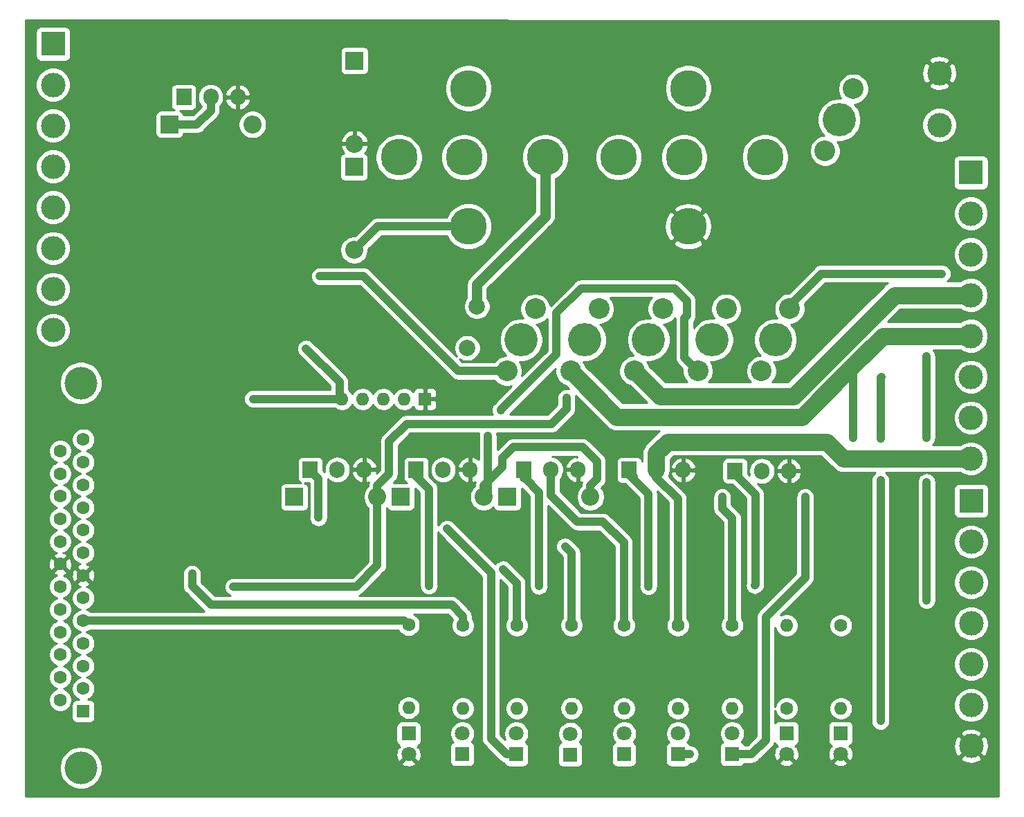
<source format=gbr>
%TF.GenerationSoftware,KiCad,Pcbnew,(5.1.6)-1*%
%TF.CreationDate,2022-12-12T11:34:02-08:00*%
%TF.ProjectId,Buggly SPD Aux,42756767-6c79-4205-9350-44204175782e,rev?*%
%TF.SameCoordinates,Original*%
%TF.FileFunction,Copper,L2,Bot*%
%TF.FilePolarity,Positive*%
%FSLAX46Y46*%
G04 Gerber Fmt 4.6, Leading zero omitted, Abs format (unit mm)*
G04 Created by KiCad (PCBNEW (5.1.6)-1) date 2022-12-12 11:34:02*
%MOMM*%
%LPD*%
G01*
G04 APERTURE LIST*
%TA.AperFunction,ComponentPad*%
%ADD10O,1.600000X1.600000*%
%TD*%
%TA.AperFunction,ComponentPad*%
%ADD11C,1.600000*%
%TD*%
%TA.AperFunction,ComponentPad*%
%ADD12C,4.500000*%
%TD*%
%TA.AperFunction,ComponentPad*%
%ADD13R,1.905000X2.000000*%
%TD*%
%TA.AperFunction,ComponentPad*%
%ADD14O,1.905000X2.000000*%
%TD*%
%TA.AperFunction,ComponentPad*%
%ADD15C,3.000000*%
%TD*%
%TA.AperFunction,ComponentPad*%
%ADD16R,3.000000X3.000000*%
%TD*%
%TA.AperFunction,ComponentPad*%
%ADD17C,4.000000*%
%TD*%
%TA.AperFunction,ComponentPad*%
%ADD18R,1.600000X1.600000*%
%TD*%
%TA.AperFunction,ComponentPad*%
%ADD19C,4.064000*%
%TD*%
%TA.AperFunction,ComponentPad*%
%ADD20C,2.540000*%
%TD*%
%TA.AperFunction,ComponentPad*%
%ADD21C,2.010000*%
%TD*%
%TA.AperFunction,ComponentPad*%
%ADD22C,1.800000*%
%TD*%
%TA.AperFunction,ComponentPad*%
%ADD23R,1.800000X1.800000*%
%TD*%
%TA.AperFunction,ComponentPad*%
%ADD24O,2.200000X2.200000*%
%TD*%
%TA.AperFunction,ComponentPad*%
%ADD25R,2.200000X2.200000*%
%TD*%
%TA.AperFunction,ViaPad*%
%ADD26C,0.800000*%
%TD*%
%TA.AperFunction,Conductor*%
%ADD27C,1.016000*%
%TD*%
%TA.AperFunction,Conductor*%
%ADD28C,2.159000*%
%TD*%
%TA.AperFunction,Conductor*%
%ADD29C,0.889000*%
%TD*%
%TA.AperFunction,Conductor*%
%ADD30C,1.270000*%
%TD*%
%TA.AperFunction,Conductor*%
%ADD31C,0.254000*%
%TD*%
G04 APERTURE END LIST*
D10*
%TO.P,R9,2*%
%TO.N,Net-(D17-Pad1)*%
X202057000Y-113690400D03*
D11*
%TO.P,R9,1*%
%TO.N,Net-(F3-Pad1)*%
X202057000Y-103530400D03*
%TD*%
D12*
%TO.P,K1,30*%
%TO.N,Net-(F1-Pad1)*%
X192760600Y-46253400D03*
%TO.P,K1,87A*%
%TO.N,Net-(K1-Pad87A)*%
X182860600Y-46253400D03*
%TO.P,K1,87*%
%TO.N,Net-(D16-Pad1)*%
X174860600Y-46253400D03*
%TO.P,K1,85*%
%TO.N,GND*%
X183360600Y-54703400D03*
%TO.P,K1,86*%
%TO.N,Bat+s*%
X183360600Y-37803400D03*
%TD*%
%TO.P,K2,30*%
%TO.N,Net-(D16-Pad1)*%
X165862000Y-46253400D03*
%TO.P,K2,87A*%
%TO.N,Net-(K2-Pad87A)*%
X155962000Y-46253400D03*
%TO.P,K2,87*%
%TO.N,Net-(F3-Pad1)*%
X147962000Y-46253400D03*
%TO.P,K2,85*%
%TO.N,D50-control*%
X156462000Y-54703400D03*
%TO.P,K2,86*%
%TO.N,Net-(D16-Pad1)*%
X156462000Y-37803400D03*
%TD*%
D13*
%TO.P,Q5,1*%
%TO.N,D52-control*%
X189077600Y-84632800D03*
D14*
%TO.P,Q5,2*%
%TO.N,D52-out*%
X192379600Y-84632800D03*
%TO.P,Q5,3*%
%TO.N,GND*%
X195681600Y-84632800D03*
%TD*%
D15*
%TO.P,J9,2*%
%TO.N,D9-out*%
X217982800Y-93294200D03*
%TO.P,J9,3*%
%TO.N,D10-out*%
X217982800Y-98294200D03*
%TO.P,J9,4*%
%TO.N,Tachometer*%
X217982800Y-103294200D03*
%TO.P,J9,5*%
%TO.N,CKP+*%
X217982800Y-108294200D03*
%TO.P,J9,6*%
%TO.N,CKP-*%
X217982800Y-113294200D03*
D16*
%TO.P,J9,1*%
%TO.N,D8-out*%
X217982800Y-88294200D03*
D15*
%TO.P,J9,7*%
%TO.N,GND*%
X217982800Y-118294200D03*
%TD*%
D16*
%TO.P,J10,1*%
%TO.N,D11-out*%
X105638600Y-32378600D03*
D15*
%TO.P,J10,8*%
%TO.N,Spare-ADC*%
X105638600Y-67378600D03*
%TO.P,J10,7*%
%TO.N,O2-Sensor*%
X105638600Y-62378600D03*
%TO.P,J10,2*%
%TO.N,VDDA*%
X105638600Y-37378600D03*
%TO.P,J10,3*%
%TO.N,SigRtn*%
X105638600Y-42378600D03*
%TO.P,J10,4*%
%TO.N,IAT-Sensor*%
X105638600Y-47378600D03*
%TO.P,J10,5*%
%TO.N,CLT-Sensor*%
X105638600Y-52378600D03*
%TO.P,J10,6*%
%TO.N,TPS-Sensor*%
X105638600Y-57378600D03*
%TD*%
D16*
%TO.P,J8,1*%
%TO.N,Bat+s*%
X217957400Y-48126600D03*
D15*
%TO.P,J8,8*%
%TO.N,D53-out*%
X217957400Y-83126600D03*
%TO.P,J8,7*%
%TO.N,D52-out*%
X217957400Y-78126600D03*
%TO.P,J8,2*%
%TO.N,F7-out*%
X217957400Y-53126600D03*
%TO.P,J8,3*%
%TO.N,F6-out*%
X217957400Y-58126600D03*
%TO.P,J8,4*%
%TO.N,F5-out*%
X217957400Y-63126600D03*
%TO.P,J8,5*%
%TO.N,F4-out*%
X217957400Y-68126600D03*
%TO.P,J8,6*%
%TO.N,F3-out*%
X217957400Y-73126600D03*
%TD*%
%TO.P,J7,2*%
%TO.N,Bat+*%
X214096600Y-42291000D03*
%TO.P,J7,1*%
%TO.N,GND*%
X214096600Y-35941000D03*
%TD*%
D17*
%TO.P,J1,0*%
%TO.N,N/C*%
X109047000Y-120976000D03*
X109047000Y-73876000D03*
D11*
%TO.P,J1,25*%
%TO.N,O2-Sensor*%
X106507000Y-82191000D03*
%TO.P,J1,24*%
%TO.N,CLT-Sensor*%
X106507000Y-84961000D03*
%TO.P,J1,23*%
%TO.N,SigRtn*%
X106507000Y-87731000D03*
%TO.P,J1,22*%
%TO.N,Net-(J1-Pad22)*%
X106507000Y-90501000D03*
%TO.P,J1,21*%
%TO.N,Net-(J1-Pad21)*%
X106507000Y-93271000D03*
%TO.P,J1,20*%
%TO.N,GND*%
X106507000Y-96041000D03*
%TO.P,J1,19*%
%TO.N,F5-out*%
X106507000Y-98811000D03*
%TO.P,J1,18*%
%TO.N,D50-control*%
X106507000Y-101581000D03*
%TO.P,J1,17*%
%TO.N,D10-control*%
X106507000Y-104351000D03*
%TO.P,J1,16*%
%TO.N,D8-control*%
X106507000Y-107121000D03*
%TO.P,J1,15*%
%TO.N,D52-control*%
X106507000Y-109891000D03*
%TO.P,J1,14*%
%TO.N,CKP+*%
X106507000Y-112661000D03*
%TO.P,J1,13*%
%TO.N,Spare-ADC*%
X109347000Y-80806000D03*
%TO.P,J1,12*%
%TO.N,TPS-Sensor*%
X109347000Y-83576000D03*
%TO.P,J1,11*%
%TO.N,IAT-Sensor*%
X109347000Y-86346000D03*
%TO.P,J1,10*%
%TO.N,VDDA*%
X109347000Y-89116000D03*
%TO.P,J1,9*%
%TO.N,Net-(J1-Pad9)*%
X109347000Y-91886000D03*
%TO.P,J1,8*%
%TO.N,Net-(J1-Pad8)*%
X109347000Y-94656000D03*
%TO.P,J1,7*%
%TO.N,GND*%
X109347000Y-97426000D03*
%TO.P,J1,6*%
%TO.N,D11-control*%
X109347000Y-100196000D03*
%TO.P,J1,5*%
%TO.N,12V-Raw*%
X109347000Y-102966000D03*
%TO.P,J1,4*%
%TO.N,D9-control*%
X109347000Y-105736000D03*
%TO.P,J1,3*%
%TO.N,D53-control*%
X109347000Y-108506000D03*
%TO.P,J1,2*%
%TO.N,Tachometer*%
X109347000Y-111276000D03*
D18*
%TO.P,J1,1*%
%TO.N,CKP-*%
X109347000Y-114046000D03*
%TD*%
D10*
%TO.P,RN1,5*%
%TO.N,D11-control*%
X140995400Y-75844400D03*
%TO.P,RN1,4*%
%TO.N,D10-control*%
X143535400Y-75844400D03*
%TO.P,RN1,3*%
%TO.N,D9-control*%
X146075400Y-75844400D03*
%TO.P,RN1,2*%
%TO.N,D8-control*%
X148615400Y-75844400D03*
D18*
%TO.P,RN1,1*%
%TO.N,GND*%
X151155400Y-75844400D03*
%TD*%
D10*
%TO.P,R8,2*%
%TO.N,Net-(D14-Pad1)*%
X149148800Y-113639600D03*
D11*
%TO.P,R8,1*%
%TO.N,12V-Raw*%
X149148800Y-103479600D03*
%TD*%
D10*
%TO.P,R7,2*%
%TO.N,Net-(D13-Pad2)*%
X182092600Y-113715800D03*
D11*
%TO.P,R7,1*%
%TO.N,D53-out*%
X182092600Y-103555800D03*
%TD*%
D10*
%TO.P,R6,2*%
%TO.N,Net-(D12-Pad2)*%
X188747400Y-113665000D03*
D11*
%TO.P,R6,1*%
%TO.N,D52-out*%
X188747400Y-103505000D03*
%TD*%
D10*
%TO.P,R5,2*%
%TO.N,Net-(D10-Pad2)*%
X155803600Y-113690400D03*
D11*
%TO.P,R5,1*%
%TO.N,D11-out*%
X155803600Y-103530400D03*
%TD*%
D10*
%TO.P,R4,2*%
%TO.N,Net-(D9-Pad2)*%
X162382200Y-113715800D03*
D11*
%TO.P,R4,1*%
%TO.N,D10-out*%
X162382200Y-103555800D03*
%TD*%
D10*
%TO.P,R3,2*%
%TO.N,Net-(D8-Pad2)*%
X169087800Y-113665000D03*
D11*
%TO.P,R3,1*%
%TO.N,D9-out*%
X169087800Y-103505000D03*
%TD*%
D10*
%TO.P,R2,2*%
%TO.N,Net-(D7-Pad2)*%
X175488600Y-113715800D03*
D11*
%TO.P,R2,1*%
%TO.N,D8-out*%
X175488600Y-103555800D03*
%TD*%
D10*
%TO.P,R1,2*%
%TO.N,Tachometer*%
X195402200Y-103555800D03*
D11*
%TO.P,R1,1*%
%TO.N,Net-(D1-Pad1)*%
X195402200Y-113715800D03*
%TD*%
D13*
%TO.P,Q6,1*%
%TO.N,D53-control*%
X176149000Y-84531200D03*
D14*
%TO.P,Q6,2*%
%TO.N,D53-out*%
X179451000Y-84531200D03*
%TO.P,Q6,3*%
%TO.N,GND*%
X182753000Y-84531200D03*
%TD*%
D13*
%TO.P,Q4,1*%
%TO.N,D11-control*%
X121640600Y-38887400D03*
D14*
%TO.P,Q4,2*%
%TO.N,D11-out*%
X124942600Y-38887400D03*
%TO.P,Q4,3*%
%TO.N,GND*%
X128244600Y-38887400D03*
%TD*%
D13*
%TO.P,Q3,1*%
%TO.N,D10-control*%
X137109200Y-84480400D03*
D14*
%TO.P,Q3,2*%
%TO.N,D10-out*%
X140411200Y-84480400D03*
%TO.P,Q3,3*%
%TO.N,GND*%
X143713200Y-84480400D03*
%TD*%
D13*
%TO.P,Q2,1*%
%TO.N,D9-control*%
X150063200Y-84480400D03*
D14*
%TO.P,Q2,2*%
%TO.N,D9-out*%
X153365200Y-84480400D03*
%TO.P,Q2,3*%
%TO.N,GND*%
X156667200Y-84480400D03*
%TD*%
D13*
%TO.P,Q1,1*%
%TO.N,D8-control*%
X163245800Y-84480400D03*
D14*
%TO.P,Q1,2*%
%TO.N,D8-out*%
X166547800Y-84480400D03*
%TO.P,Q1,3*%
%TO.N,GND*%
X169849800Y-84480400D03*
%TD*%
D19*
%TO.P,F7,*%
%TO.N,*%
X194030600Y-68580000D03*
D20*
%TO.P,F7,2*%
%TO.N,F7-out*%
X192303400Y-72390000D03*
%TO.P,F7,1*%
%TO.N,Net-(F3-Pad1)*%
X195757800Y-64770000D03*
%TD*%
D19*
%TO.P,F6,*%
%TO.N,*%
X186283600Y-68580000D03*
D20*
%TO.P,F6,2*%
%TO.N,F6-out*%
X184556400Y-72390000D03*
%TO.P,F6,1*%
%TO.N,Net-(F3-Pad1)*%
X188010800Y-64770000D03*
%TD*%
D19*
%TO.P,F5,*%
%TO.N,*%
X178511200Y-68580000D03*
D20*
%TO.P,F5,2*%
%TO.N,F5-out*%
X176784000Y-72390000D03*
%TO.P,F5,1*%
%TO.N,Net-(F3-Pad1)*%
X180238400Y-64770000D03*
%TD*%
D19*
%TO.P,F4,*%
%TO.N,*%
X170713400Y-68605400D03*
D20*
%TO.P,F4,2*%
%TO.N,F4-out*%
X168986200Y-72415400D03*
%TO.P,F4,1*%
%TO.N,Net-(F3-Pad1)*%
X172440600Y-64795400D03*
%TD*%
D19*
%TO.P,F3,*%
%TO.N,*%
X162915600Y-68605400D03*
D20*
%TO.P,F3,2*%
%TO.N,F3-out*%
X161188400Y-72415400D03*
%TO.P,F3,1*%
%TO.N,Net-(F3-Pad1)*%
X164642800Y-64795400D03*
%TD*%
D21*
%TO.P,F2,2*%
%TO.N,Net-(D16-Pad1)*%
X157511600Y-64496000D03*
%TO.P,F2,1*%
%TO.N,12V-Raw*%
X156311600Y-69596000D03*
%TD*%
D19*
%TO.P,F1,*%
%TO.N,*%
X201828400Y-41656000D03*
D20*
%TO.P,F1,2*%
%TO.N,Bat+*%
X203555600Y-37846000D03*
%TO.P,F1,1*%
%TO.N,Net-(F1-Pad1)*%
X200101200Y-45466000D03*
%TD*%
D22*
%TO.P,D17,2*%
%TO.N,GND*%
X202006200Y-119278400D03*
D23*
%TO.P,D17,1*%
%TO.N,Net-(D17-Pad1)*%
X202006200Y-116738400D03*
%TD*%
D24*
%TO.P,D16,2*%
%TO.N,D50-control*%
X142468600Y-57607200D03*
D25*
%TO.P,D16,1*%
%TO.N,Net-(D16-Pad1)*%
X142468600Y-47447200D03*
%TD*%
D24*
%TO.P,D15,2*%
%TO.N,GND*%
X142519400Y-44577000D03*
D25*
%TO.P,D15,1*%
%TO.N,Bat+s*%
X142519400Y-34417000D03*
%TD*%
D22*
%TO.P,D14,2*%
%TO.N,GND*%
X149148800Y-119329200D03*
D23*
%TO.P,D14,1*%
%TO.N,Net-(D14-Pad1)*%
X149148800Y-116789200D03*
%TD*%
D22*
%TO.P,D13,2*%
%TO.N,Net-(D13-Pad2)*%
X182118000Y-116789200D03*
D23*
%TO.P,D13,1*%
%TO.N,F4-out*%
X182118000Y-119329200D03*
%TD*%
D22*
%TO.P,D12,2*%
%TO.N,Net-(D12-Pad2)*%
X188747400Y-116763800D03*
D23*
%TO.P,D12,1*%
%TO.N,F4-out*%
X188747400Y-119303800D03*
%TD*%
D22*
%TO.P,D10,2*%
%TO.N,Net-(D10-Pad2)*%
X155727400Y-116763800D03*
D23*
%TO.P,D10,1*%
%TO.N,F3-out*%
X155727400Y-119303800D03*
%TD*%
D22*
%TO.P,D9,2*%
%TO.N,Net-(D9-Pad2)*%
X162331400Y-116789200D03*
D23*
%TO.P,D9,1*%
%TO.N,F5-out*%
X162331400Y-119329200D03*
%TD*%
D22*
%TO.P,D8,2*%
%TO.N,Net-(D8-Pad2)*%
X168935400Y-116814600D03*
D23*
%TO.P,D8,1*%
%TO.N,F3-out*%
X168935400Y-119354600D03*
%TD*%
D22*
%TO.P,D7,2*%
%TO.N,Net-(D7-Pad2)*%
X175539400Y-116789200D03*
D23*
%TO.P,D7,1*%
%TO.N,F3-out*%
X175539400Y-119329200D03*
%TD*%
D24*
%TO.P,D5,2*%
%TO.N,F3-out*%
X130048000Y-42240200D03*
D25*
%TO.P,D5,1*%
%TO.N,D11-out*%
X119888000Y-42240200D03*
%TD*%
D24*
%TO.P,D4,2*%
%TO.N,F5-out*%
X145313400Y-87833200D03*
D25*
%TO.P,D4,1*%
%TO.N,D10-out*%
X135153400Y-87833200D03*
%TD*%
D24*
%TO.P,D3,2*%
%TO.N,F6-out*%
X158343600Y-87833200D03*
D25*
%TO.P,D3,1*%
%TO.N,D9-out*%
X148183600Y-87833200D03*
%TD*%
D24*
%TO.P,D2,2*%
%TO.N,F6-out*%
X171399200Y-87833200D03*
D25*
%TO.P,D2,1*%
%TO.N,D8-out*%
X161239200Y-87833200D03*
%TD*%
D22*
%TO.P,D1,2*%
%TO.N,GND*%
X195376800Y-119278400D03*
D23*
%TO.P,D1,1*%
%TO.N,Net-(D1-Pad1)*%
X195376800Y-116738400D03*
%TD*%
D26*
%TO.N,GND*%
X133375400Y-43434000D03*
X121742200Y-46634400D03*
X133629400Y-46990000D03*
X124409200Y-66954400D03*
X134696200Y-66954400D03*
X124485400Y-57632600D03*
X134797800Y-57378600D03*
X133375400Y-73253600D03*
X124409200Y-73609200D03*
X124129800Y-85877400D03*
X124307600Y-95656400D03*
X127762000Y-85953600D03*
X128117600Y-95554800D03*
X135585200Y-91821000D03*
X135763000Y-96367600D03*
X140919200Y-92710000D03*
X141173200Y-96621600D03*
X149631400Y-90322400D03*
X149631400Y-93522800D03*
X145897600Y-98577400D03*
X146075400Y-104698800D03*
X152654000Y-103809800D03*
X165684200Y-103632000D03*
X172364400Y-103809800D03*
X180441600Y-105410000D03*
X187452000Y-105333800D03*
X203708000Y-85877400D03*
X210007200Y-85953600D03*
X153873200Y-94767400D03*
X155219400Y-99110800D03*
X172262800Y-99187000D03*
X166319200Y-73609200D03*
X188874400Y-72110600D03*
X190576200Y-68199000D03*
X186740800Y-116865400D03*
X179806600Y-117043200D03*
X173253400Y-116763800D03*
X166497000Y-116941600D03*
X158318200Y-119532400D03*
X165963600Y-113563400D03*
X172542200Y-113563400D03*
X179019200Y-113665000D03*
X186563000Y-113741200D03*
X174142400Y-81991200D03*
X200025000Y-63576200D03*
X162712400Y-77419200D03*
X161696400Y-80340200D03*
X174523400Y-69418200D03*
X163601400Y-71831200D03*
X165633400Y-67386200D03*
X161442400Y-91109800D03*
X167411400Y-91617800D03*
X176047400Y-75641200D03*
X180721000Y-71831200D03*
%TO.N,F3-out*%
X138277600Y-60807600D03*
X206908400Y-115265200D03*
X206908400Y-85801200D03*
X206908400Y-80670400D03*
X206984600Y-73126600D03*
%TO.N,D9-out*%
X168300400Y-93878400D03*
%TO.N,F4-out*%
X203555600Y-80568800D03*
X197726300Y-87795100D03*
%TO.N,D10-out*%
X160705800Y-96672400D03*
%TO.N,D11-out*%
X122656600Y-97231200D03*
%TO.N,F5-out*%
X127711200Y-98806000D03*
X168452800Y-75717400D03*
X153847800Y-91719400D03*
%TO.N,F6-out*%
X160451800Y-77165200D03*
X158851600Y-80365600D03*
%TO.N,D52-out*%
X187528200Y-87884000D03*
%TO.N,Net-(F3-Pad1)*%
X212521800Y-100482400D03*
X212521800Y-86004400D03*
X212521800Y-80568800D03*
X212521800Y-70637400D03*
X214401400Y-60502800D03*
%TO.N,D8-control*%
X165100000Y-98729800D03*
%TO.N,D9-control*%
X151638000Y-98679000D03*
%TO.N,D10-control*%
X138099800Y-90347800D03*
%TO.N,D11-control*%
X130098800Y-75819000D03*
X136601200Y-69672200D03*
%TO.N,D52-control*%
X191516000Y-98628200D03*
%TO.N,D53-control*%
X178485800Y-98780600D03*
%TD*%
D27*
%TO.N,F3-out*%
X138277600Y-60807600D02*
X143611600Y-60807600D01*
X155219400Y-72415400D02*
X161188400Y-72415400D01*
X143611600Y-60807600D02*
X155219400Y-72415400D01*
X206908400Y-115265200D02*
X206908400Y-90830400D01*
X206908400Y-90830400D02*
X206908400Y-85801200D01*
X206908400Y-73202800D02*
X206984600Y-73126600D01*
X206908400Y-80670400D02*
X206908400Y-73202800D01*
%TO.N,D8-out*%
X175488600Y-103555800D02*
X175488600Y-93421200D01*
X175488600Y-93421200D02*
X172923200Y-90855800D01*
X172923200Y-90855800D02*
X169799000Y-90855800D01*
X166547800Y-87604600D02*
X166547800Y-84480400D01*
X169799000Y-90855800D02*
X166547800Y-87604600D01*
%TO.N,D9-out*%
X169087800Y-94665800D02*
X168300400Y-93878400D01*
X169087800Y-103505000D02*
X169087800Y-94665800D01*
D28*
%TO.N,F4-out*%
X168986200Y-72415400D02*
X174599600Y-78028800D01*
X174599600Y-78028800D02*
X197256400Y-78028800D01*
D27*
X182118000Y-119329200D02*
X183565800Y-119329200D01*
X188747400Y-119303800D02*
X191135000Y-119303800D01*
X191135000Y-119303800D02*
X192836800Y-117602000D01*
X192836800Y-117602000D02*
X192836800Y-102539800D01*
X197688200Y-97688400D02*
X197688200Y-87833200D01*
X192836800Y-102539800D02*
X197688200Y-97688400D01*
D28*
X207158600Y-68126600D02*
X210359000Y-68126600D01*
D27*
X209981800Y-68503800D02*
X210359000Y-68126600D01*
D28*
X210359000Y-68126600D02*
X217957400Y-68126600D01*
D27*
X203555600Y-72237600D02*
X203301600Y-71983600D01*
X203555600Y-80568800D02*
X203555600Y-72237600D01*
D28*
X197256400Y-78028800D02*
X203301600Y-71983600D01*
X203301600Y-71983600D02*
X207158600Y-68126600D01*
D27*
%TO.N,D10-out*%
X162382200Y-98348800D02*
X160705800Y-96672400D01*
X162382200Y-103555800D02*
X162382200Y-98348800D01*
%TO.N,D11-out*%
X124942600Y-38887400D02*
X124942600Y-40513000D01*
X123215400Y-42240200D02*
X119888000Y-42240200D01*
X124942600Y-40513000D02*
X123215400Y-42240200D01*
X122656600Y-97231200D02*
X122656600Y-98729800D01*
X122656600Y-98729800D02*
X124968000Y-101041200D01*
X124968000Y-101041200D02*
X154406600Y-101041200D01*
X155803600Y-102438200D02*
X155803600Y-103530400D01*
X154406600Y-101041200D02*
X155803600Y-102438200D01*
D29*
%TO.N,F5-out*%
X177165000Y-71628000D02*
X177165000Y-71755000D01*
D28*
X176784000Y-72390000D02*
X179882800Y-75488800D01*
X179882800Y-75488800D02*
X196240400Y-75488800D01*
X208602600Y-63126600D02*
X217957400Y-63126600D01*
X196240400Y-75488800D02*
X208602600Y-63126600D01*
D27*
X127711200Y-98806000D02*
X142722600Y-98806000D01*
X145313400Y-96215200D02*
X145313400Y-87833200D01*
X142722600Y-98806000D02*
X145313400Y-96215200D01*
X145313400Y-87833200D02*
X145313400Y-86461600D01*
X145313400Y-86461600D02*
X146735800Y-85039200D01*
X146735800Y-85039200D02*
X146735800Y-81051400D01*
X146735800Y-81051400D02*
X148920200Y-78867000D01*
X148920200Y-78867000D02*
X166632215Y-78867000D01*
X168452800Y-77046415D02*
X168452800Y-75717400D01*
X166632215Y-78867000D02*
X168452800Y-77046415D01*
X162331400Y-119329200D02*
X161163000Y-119329200D01*
X161163000Y-119329200D02*
X159232600Y-117398800D01*
X159232600Y-117398800D02*
X159232600Y-97104200D01*
X159232600Y-97104200D02*
X153847800Y-91719400D01*
%TO.N,F6-out*%
X184556400Y-72390000D02*
X182905400Y-70739000D01*
X182905400Y-70739000D02*
X182905400Y-65913000D01*
X182905400Y-65913000D02*
X183184800Y-65633600D01*
X183184800Y-65633600D02*
X183184800Y-63804800D01*
X183184800Y-63804800D02*
X181686200Y-62306200D01*
X181686200Y-62306200D02*
X170230800Y-62306200D01*
X170230800Y-62306200D02*
X167233600Y-65303400D01*
X167233600Y-65303400D02*
X167233600Y-69697600D01*
X167233600Y-69697600D02*
X167233600Y-70383400D01*
X167233600Y-70383400D02*
X160451800Y-77165200D01*
X160451800Y-77165200D02*
X160426400Y-77190600D01*
X158851600Y-87325200D02*
X158343600Y-87833200D01*
X158851600Y-80365600D02*
X158851600Y-87325200D01*
X158343600Y-87833200D02*
X158343600Y-86410800D01*
X158343600Y-86410800D02*
X160578800Y-84175600D01*
X160578800Y-84175600D02*
X160578800Y-83083400D01*
X160578800Y-83083400D02*
X161950400Y-81711800D01*
X161950400Y-81711800D02*
X170408600Y-81711800D01*
X170408600Y-81711800D02*
X172212000Y-83515200D01*
X172212000Y-83515200D02*
X172212000Y-85623400D01*
X171399200Y-86436200D02*
X171399200Y-87833200D01*
X172212000Y-85623400D02*
X171399200Y-86436200D01*
%TO.N,D52-out*%
X188747400Y-103505000D02*
X188747400Y-90449400D01*
X187528200Y-89230200D02*
X187528200Y-87884000D01*
X188747400Y-90449400D02*
X187528200Y-89230200D01*
X187528200Y-87884000D02*
X187528200Y-87833200D01*
D28*
%TO.N,D53-out*%
X217957400Y-83126600D02*
X202354200Y-83126600D01*
X202354200Y-83126600D02*
X200304400Y-81076800D01*
X200304400Y-81076800D02*
X180873400Y-81076800D01*
X179451000Y-82499200D02*
X179451000Y-84531200D01*
X180873400Y-81076800D02*
X179451000Y-82499200D01*
D27*
X182092600Y-103555800D02*
X182092600Y-88036400D01*
X179451000Y-85394800D02*
X179451000Y-84531200D01*
X182092600Y-88036400D02*
X179451000Y-85394800D01*
%TO.N,12V-Raw*%
X148635200Y-102966000D02*
X149148800Y-103479600D01*
X109347000Y-102966000D02*
X148635200Y-102966000D01*
%TO.N,Net-(F3-Pad1)*%
X212521800Y-100482400D02*
X212521800Y-86004400D01*
X212521800Y-80568800D02*
X212521800Y-70637400D01*
X214401400Y-60502800D02*
X199644000Y-60502800D01*
X195757800Y-64389000D02*
X195757800Y-64770000D01*
X199644000Y-60502800D02*
X195757800Y-64389000D01*
D29*
%TO.N,D8-control*%
X163271200Y-84810600D02*
X163271200Y-85166200D01*
D27*
X163245800Y-84480400D02*
X163245800Y-85521800D01*
X163245800Y-85521800D02*
X163372800Y-85521800D01*
X163372800Y-85521800D02*
X165100000Y-87249000D01*
X165100000Y-87249000D02*
X165100000Y-98729800D01*
X165100000Y-98729800D02*
X165100000Y-98729800D01*
D29*
%TO.N,D9-control*%
X149987000Y-84810600D02*
X149987000Y-84861400D01*
D27*
X150063200Y-84480400D02*
X150063200Y-85267800D01*
X150063200Y-85267800D02*
X151638000Y-86842600D01*
X151638000Y-86842600D02*
X151638000Y-98679000D01*
X151638000Y-98679000D02*
X151638000Y-98679000D01*
D29*
%TO.N,D10-control*%
X136855200Y-84734400D02*
X136855200Y-84810600D01*
D27*
X137109200Y-84480400D02*
X137109200Y-84607400D01*
X137109200Y-84607400D02*
X138099800Y-85598000D01*
X138099800Y-85598000D02*
X138099800Y-90347800D01*
X138099800Y-90347800D02*
X138099800Y-90347800D01*
%TO.N,D11-control*%
X140995400Y-75844400D02*
X130124200Y-75844400D01*
X130124200Y-75844400D02*
X130098800Y-75819000D01*
X136601200Y-69672200D02*
X140690600Y-73761600D01*
X140690600Y-75539600D02*
X140995400Y-75844400D01*
X140690600Y-73761600D02*
X140690600Y-75539600D01*
%TO.N,D50-control*%
X145372400Y-54703400D02*
X142468600Y-57607200D01*
X156462000Y-54703400D02*
X145372400Y-54703400D01*
D29*
%TO.N,D52-control*%
X189407800Y-84734400D02*
X189407800Y-84810600D01*
X189407800Y-84734400D02*
X189407800Y-85064600D01*
D27*
X189077600Y-84632800D02*
X189077600Y-85013800D01*
X189077600Y-85013800D02*
X191566800Y-87503000D01*
X191566800Y-87503000D02*
X191566800Y-98577400D01*
X191566800Y-98577400D02*
X191516000Y-98628200D01*
D29*
%TO.N,D53-control*%
X176352200Y-84836000D02*
X176352200Y-84861400D01*
X176352200Y-84861400D02*
X176707800Y-85217000D01*
D27*
X176149000Y-84531200D02*
X176149000Y-85115400D01*
X176149000Y-85115400D02*
X178485800Y-87452200D01*
X178485800Y-87452200D02*
X178485800Y-98780600D01*
X178485800Y-98780600D02*
X178485800Y-98780600D01*
D30*
%TO.N,Net-(D16-Pad1)*%
X165862000Y-46253400D02*
X165862000Y-53467000D01*
X157511600Y-61817400D02*
X157511600Y-64496000D01*
X165862000Y-53467000D02*
X157511600Y-61817400D01*
%TD*%
D31*
%TO.N,GND*%
G36*
X221336000Y-29527221D02*
G01*
X221336001Y-124485400D01*
X102260000Y-124485400D01*
X102260000Y-120716475D01*
X106412000Y-120716475D01*
X106412000Y-121235525D01*
X106513261Y-121744601D01*
X106711893Y-122224141D01*
X107000262Y-122655715D01*
X107367285Y-123022738D01*
X107798859Y-123311107D01*
X108278399Y-123509739D01*
X108787475Y-123611000D01*
X109306525Y-123611000D01*
X109815601Y-123509739D01*
X110295141Y-123311107D01*
X110726715Y-123022738D01*
X111093738Y-122655715D01*
X111382107Y-122224141D01*
X111580739Y-121744601D01*
X111682000Y-121235525D01*
X111682000Y-120716475D01*
X111617713Y-120393280D01*
X148264325Y-120393280D01*
X148348008Y-120647461D01*
X148620575Y-120778358D01*
X148913442Y-120853565D01*
X149215353Y-120870191D01*
X149514707Y-120827597D01*
X149799999Y-120727422D01*
X149949592Y-120647461D01*
X150033275Y-120393280D01*
X149148800Y-119508805D01*
X148264325Y-120393280D01*
X111617713Y-120393280D01*
X111580739Y-120207399D01*
X111382107Y-119727859D01*
X111160201Y-119395753D01*
X147607809Y-119395753D01*
X147650403Y-119695107D01*
X147750578Y-119980399D01*
X147830539Y-120129992D01*
X148084720Y-120213675D01*
X148969195Y-119329200D01*
X148955053Y-119315058D01*
X149134658Y-119135453D01*
X149148800Y-119149595D01*
X149162943Y-119135453D01*
X149342548Y-119315058D01*
X149328405Y-119329200D01*
X150212880Y-120213675D01*
X150467061Y-120129992D01*
X150597958Y-119857425D01*
X150673165Y-119564558D01*
X150689791Y-119262647D01*
X150647197Y-118963293D01*
X150547022Y-118678001D01*
X150467061Y-118528408D01*
X150212882Y-118444726D01*
X150253808Y-118403800D01*
X154189328Y-118403800D01*
X154189328Y-120203800D01*
X154201588Y-120328282D01*
X154237898Y-120447980D01*
X154296863Y-120558294D01*
X154376215Y-120654985D01*
X154472906Y-120734337D01*
X154583220Y-120793302D01*
X154702918Y-120829612D01*
X154827400Y-120841872D01*
X156627400Y-120841872D01*
X156751882Y-120829612D01*
X156871580Y-120793302D01*
X156981894Y-120734337D01*
X157078585Y-120654985D01*
X157157937Y-120558294D01*
X157216902Y-120447980D01*
X157253212Y-120328282D01*
X157265472Y-120203800D01*
X157265472Y-118403800D01*
X157253212Y-118279318D01*
X157216902Y-118159620D01*
X157157937Y-118049306D01*
X157078585Y-117952615D01*
X156981894Y-117873263D01*
X156871580Y-117814298D01*
X156853273Y-117808744D01*
X156919712Y-117742305D01*
X157087699Y-117490895D01*
X157203411Y-117211543D01*
X157262400Y-116914984D01*
X157262400Y-116612616D01*
X157203411Y-116316057D01*
X157087699Y-116036705D01*
X156919712Y-115785295D01*
X156705905Y-115571488D01*
X156454495Y-115403501D01*
X156175143Y-115287789D01*
X155878584Y-115228800D01*
X155576216Y-115228800D01*
X155279657Y-115287789D01*
X155000305Y-115403501D01*
X154748895Y-115571488D01*
X154535088Y-115785295D01*
X154367101Y-116036705D01*
X154251389Y-116316057D01*
X154192400Y-116612616D01*
X154192400Y-116914984D01*
X154251389Y-117211543D01*
X154367101Y-117490895D01*
X154535088Y-117742305D01*
X154601527Y-117808744D01*
X154583220Y-117814298D01*
X154472906Y-117873263D01*
X154376215Y-117952615D01*
X154296863Y-118049306D01*
X154237898Y-118159620D01*
X154201588Y-118279318D01*
X154189328Y-118403800D01*
X150253808Y-118403800D01*
X150328830Y-118328778D01*
X150282065Y-118282013D01*
X150292980Y-118278702D01*
X150403294Y-118219737D01*
X150499985Y-118140385D01*
X150579337Y-118043694D01*
X150638302Y-117933380D01*
X150674612Y-117813682D01*
X150686872Y-117689200D01*
X150686872Y-115889200D01*
X150674612Y-115764718D01*
X150638302Y-115645020D01*
X150579337Y-115534706D01*
X150499985Y-115438015D01*
X150403294Y-115358663D01*
X150292980Y-115299698D01*
X150173282Y-115263388D01*
X150048800Y-115251128D01*
X148248800Y-115251128D01*
X148124318Y-115263388D01*
X148004620Y-115299698D01*
X147894306Y-115358663D01*
X147797615Y-115438015D01*
X147718263Y-115534706D01*
X147659298Y-115645020D01*
X147622988Y-115764718D01*
X147610728Y-115889200D01*
X147610728Y-117689200D01*
X147622988Y-117813682D01*
X147659298Y-117933380D01*
X147718263Y-118043694D01*
X147797615Y-118140385D01*
X147894306Y-118219737D01*
X148004620Y-118278702D01*
X148015535Y-118282013D01*
X147968770Y-118328778D01*
X148084718Y-118444726D01*
X147830539Y-118528408D01*
X147699642Y-118800975D01*
X147624435Y-119093842D01*
X147607809Y-119395753D01*
X111160201Y-119395753D01*
X111093738Y-119296285D01*
X110726715Y-118929262D01*
X110295141Y-118640893D01*
X109815601Y-118442261D01*
X109306525Y-118341000D01*
X108787475Y-118341000D01*
X108278399Y-118442261D01*
X107798859Y-118640893D01*
X107367285Y-118929262D01*
X107000262Y-119296285D01*
X106711893Y-119727859D01*
X106513261Y-120207399D01*
X106412000Y-120716475D01*
X102260000Y-120716475D01*
X102260000Y-98669665D01*
X105072000Y-98669665D01*
X105072000Y-98952335D01*
X105127147Y-99229574D01*
X105235320Y-99490727D01*
X105392363Y-99725759D01*
X105592241Y-99925637D01*
X105827273Y-100082680D01*
X106088426Y-100190853D01*
X106114301Y-100196000D01*
X106088426Y-100201147D01*
X105827273Y-100309320D01*
X105592241Y-100466363D01*
X105392363Y-100666241D01*
X105235320Y-100901273D01*
X105127147Y-101162426D01*
X105072000Y-101439665D01*
X105072000Y-101722335D01*
X105127147Y-101999574D01*
X105235320Y-102260727D01*
X105392363Y-102495759D01*
X105592241Y-102695637D01*
X105827273Y-102852680D01*
X106088426Y-102960853D01*
X106114301Y-102966000D01*
X106088426Y-102971147D01*
X105827273Y-103079320D01*
X105592241Y-103236363D01*
X105392363Y-103436241D01*
X105235320Y-103671273D01*
X105127147Y-103932426D01*
X105072000Y-104209665D01*
X105072000Y-104492335D01*
X105127147Y-104769574D01*
X105235320Y-105030727D01*
X105392363Y-105265759D01*
X105592241Y-105465637D01*
X105827273Y-105622680D01*
X106088426Y-105730853D01*
X106114301Y-105736000D01*
X106088426Y-105741147D01*
X105827273Y-105849320D01*
X105592241Y-106006363D01*
X105392363Y-106206241D01*
X105235320Y-106441273D01*
X105127147Y-106702426D01*
X105072000Y-106979665D01*
X105072000Y-107262335D01*
X105127147Y-107539574D01*
X105235320Y-107800727D01*
X105392363Y-108035759D01*
X105592241Y-108235637D01*
X105827273Y-108392680D01*
X106088426Y-108500853D01*
X106114301Y-108506000D01*
X106088426Y-108511147D01*
X105827273Y-108619320D01*
X105592241Y-108776363D01*
X105392363Y-108976241D01*
X105235320Y-109211273D01*
X105127147Y-109472426D01*
X105072000Y-109749665D01*
X105072000Y-110032335D01*
X105127147Y-110309574D01*
X105235320Y-110570727D01*
X105392363Y-110805759D01*
X105592241Y-111005637D01*
X105827273Y-111162680D01*
X106088426Y-111270853D01*
X106114301Y-111276000D01*
X106088426Y-111281147D01*
X105827273Y-111389320D01*
X105592241Y-111546363D01*
X105392363Y-111746241D01*
X105235320Y-111981273D01*
X105127147Y-112242426D01*
X105072000Y-112519665D01*
X105072000Y-112802335D01*
X105127147Y-113079574D01*
X105235320Y-113340727D01*
X105392363Y-113575759D01*
X105592241Y-113775637D01*
X105827273Y-113932680D01*
X106088426Y-114040853D01*
X106365665Y-114096000D01*
X106648335Y-114096000D01*
X106925574Y-114040853D01*
X107186727Y-113932680D01*
X107421759Y-113775637D01*
X107621637Y-113575759D01*
X107778680Y-113340727D01*
X107817917Y-113246000D01*
X107908928Y-113246000D01*
X107908928Y-114846000D01*
X107921188Y-114970482D01*
X107957498Y-115090180D01*
X108016463Y-115200494D01*
X108095815Y-115297185D01*
X108192506Y-115376537D01*
X108302820Y-115435502D01*
X108422518Y-115471812D01*
X108547000Y-115484072D01*
X110147000Y-115484072D01*
X110271482Y-115471812D01*
X110391180Y-115435502D01*
X110501494Y-115376537D01*
X110598185Y-115297185D01*
X110677537Y-115200494D01*
X110736502Y-115090180D01*
X110772812Y-114970482D01*
X110785072Y-114846000D01*
X110785072Y-113498265D01*
X147713800Y-113498265D01*
X147713800Y-113780935D01*
X147768947Y-114058174D01*
X147877120Y-114319327D01*
X148034163Y-114554359D01*
X148234041Y-114754237D01*
X148469073Y-114911280D01*
X148730226Y-115019453D01*
X149007465Y-115074600D01*
X149290135Y-115074600D01*
X149567374Y-115019453D01*
X149828527Y-114911280D01*
X150063559Y-114754237D01*
X150263437Y-114554359D01*
X150420480Y-114319327D01*
X150528653Y-114058174D01*
X150583800Y-113780935D01*
X150583800Y-113549065D01*
X154368600Y-113549065D01*
X154368600Y-113831735D01*
X154423747Y-114108974D01*
X154531920Y-114370127D01*
X154688963Y-114605159D01*
X154888841Y-114805037D01*
X155123873Y-114962080D01*
X155385026Y-115070253D01*
X155662265Y-115125400D01*
X155944935Y-115125400D01*
X156222174Y-115070253D01*
X156483327Y-114962080D01*
X156718359Y-114805037D01*
X156918237Y-114605159D01*
X157075280Y-114370127D01*
X157183453Y-114108974D01*
X157238600Y-113831735D01*
X157238600Y-113549065D01*
X157183453Y-113271826D01*
X157075280Y-113010673D01*
X156918237Y-112775641D01*
X156718359Y-112575763D01*
X156483327Y-112418720D01*
X156222174Y-112310547D01*
X155944935Y-112255400D01*
X155662265Y-112255400D01*
X155385026Y-112310547D01*
X155123873Y-112418720D01*
X154888841Y-112575763D01*
X154688963Y-112775641D01*
X154531920Y-113010673D01*
X154423747Y-113271826D01*
X154368600Y-113549065D01*
X150583800Y-113549065D01*
X150583800Y-113498265D01*
X150528653Y-113221026D01*
X150420480Y-112959873D01*
X150263437Y-112724841D01*
X150063559Y-112524963D01*
X149828527Y-112367920D01*
X149567374Y-112259747D01*
X149290135Y-112204600D01*
X149007465Y-112204600D01*
X148730226Y-112259747D01*
X148469073Y-112367920D01*
X148234041Y-112524963D01*
X148034163Y-112724841D01*
X147877120Y-112959873D01*
X147768947Y-113221026D01*
X147713800Y-113498265D01*
X110785072Y-113498265D01*
X110785072Y-113246000D01*
X110772812Y-113121518D01*
X110736502Y-113001820D01*
X110677537Y-112891506D01*
X110598185Y-112794815D01*
X110501494Y-112715463D01*
X110391180Y-112656498D01*
X110271482Y-112620188D01*
X110147000Y-112607928D01*
X109881275Y-112607928D01*
X110026727Y-112547680D01*
X110261759Y-112390637D01*
X110461637Y-112190759D01*
X110618680Y-111955727D01*
X110726853Y-111694574D01*
X110782000Y-111417335D01*
X110782000Y-111134665D01*
X110726853Y-110857426D01*
X110618680Y-110596273D01*
X110461637Y-110361241D01*
X110261759Y-110161363D01*
X110026727Y-110004320D01*
X109765574Y-109896147D01*
X109739699Y-109891000D01*
X109765574Y-109885853D01*
X110026727Y-109777680D01*
X110261759Y-109620637D01*
X110461637Y-109420759D01*
X110618680Y-109185727D01*
X110726853Y-108924574D01*
X110782000Y-108647335D01*
X110782000Y-108364665D01*
X110726853Y-108087426D01*
X110618680Y-107826273D01*
X110461637Y-107591241D01*
X110261759Y-107391363D01*
X110026727Y-107234320D01*
X109765574Y-107126147D01*
X109739699Y-107121000D01*
X109765574Y-107115853D01*
X110026727Y-107007680D01*
X110261759Y-106850637D01*
X110461637Y-106650759D01*
X110618680Y-106415727D01*
X110726853Y-106154574D01*
X110782000Y-105877335D01*
X110782000Y-105594665D01*
X110726853Y-105317426D01*
X110618680Y-105056273D01*
X110461637Y-104821241D01*
X110261759Y-104621363D01*
X110026727Y-104464320D01*
X109765574Y-104356147D01*
X109739699Y-104351000D01*
X109765574Y-104345853D01*
X110026727Y-104237680D01*
X110219311Y-104109000D01*
X147856274Y-104109000D01*
X147877120Y-104159327D01*
X148034163Y-104394359D01*
X148234041Y-104594237D01*
X148469073Y-104751280D01*
X148730226Y-104859453D01*
X149007465Y-104914600D01*
X149290135Y-104914600D01*
X149567374Y-104859453D01*
X149828527Y-104751280D01*
X150063559Y-104594237D01*
X150263437Y-104394359D01*
X150420480Y-104159327D01*
X150528653Y-103898174D01*
X150583800Y-103620935D01*
X150583800Y-103338265D01*
X150528653Y-103061026D01*
X150420480Y-102799873D01*
X150263437Y-102564841D01*
X150063559Y-102364963D01*
X149828527Y-102207920D01*
X149771262Y-102184200D01*
X153933154Y-102184200D01*
X154559039Y-102810086D01*
X154531920Y-102850673D01*
X154423747Y-103111826D01*
X154368600Y-103389065D01*
X154368600Y-103671735D01*
X154423747Y-103948974D01*
X154531920Y-104210127D01*
X154688963Y-104445159D01*
X154888841Y-104645037D01*
X155123873Y-104802080D01*
X155385026Y-104910253D01*
X155662265Y-104965400D01*
X155944935Y-104965400D01*
X156222174Y-104910253D01*
X156483327Y-104802080D01*
X156718359Y-104645037D01*
X156918237Y-104445159D01*
X157075280Y-104210127D01*
X157183453Y-103948974D01*
X157238600Y-103671735D01*
X157238600Y-103389065D01*
X157183453Y-103111826D01*
X157075280Y-102850673D01*
X156946600Y-102658089D01*
X156946600Y-102494338D01*
X156952129Y-102438199D01*
X156946600Y-102382060D01*
X156946600Y-102382054D01*
X156930061Y-102214133D01*
X156928177Y-102207920D01*
X156900922Y-102118076D01*
X156864703Y-101998677D01*
X156758568Y-101800111D01*
X156734906Y-101771279D01*
X156651524Y-101669677D01*
X156651518Y-101669671D01*
X156615733Y-101626067D01*
X156572129Y-101590282D01*
X155254527Y-100272682D01*
X155218733Y-100229067D01*
X155044689Y-100086232D01*
X154846123Y-99980097D01*
X154630667Y-99914739D01*
X154462746Y-99898200D01*
X154462739Y-99898200D01*
X154406600Y-99892671D01*
X154350461Y-99898200D01*
X143059610Y-99898200D01*
X143162123Y-99867103D01*
X143360689Y-99760968D01*
X143534733Y-99618133D01*
X143570527Y-99574518D01*
X146081924Y-97063122D01*
X146125533Y-97027333D01*
X146268368Y-96853289D01*
X146374503Y-96654723D01*
X146439861Y-96439267D01*
X146456400Y-96271346D01*
X146456400Y-96271340D01*
X146461929Y-96215201D01*
X146456400Y-96159062D01*
X146456400Y-89143861D01*
X146477523Y-89122738D01*
X146494098Y-89177380D01*
X146553063Y-89287694D01*
X146632415Y-89384385D01*
X146729106Y-89463737D01*
X146839420Y-89522702D01*
X146959118Y-89559012D01*
X147083600Y-89571272D01*
X149283600Y-89571272D01*
X149408082Y-89559012D01*
X149527780Y-89522702D01*
X149638094Y-89463737D01*
X149734785Y-89384385D01*
X149814137Y-89287694D01*
X149873102Y-89177380D01*
X149909412Y-89057682D01*
X149921672Y-88933200D01*
X149921672Y-86742717D01*
X150495000Y-87316046D01*
X150495001Y-98622844D01*
X150489470Y-98679000D01*
X150511539Y-98903067D01*
X150576897Y-99118523D01*
X150683032Y-99317089D01*
X150825867Y-99491133D01*
X150999911Y-99633968D01*
X151198477Y-99740103D01*
X151413933Y-99805461D01*
X151581854Y-99822000D01*
X151638000Y-99827530D01*
X151694146Y-99822000D01*
X151759126Y-99815600D01*
X151862067Y-99805461D01*
X152077523Y-99740103D01*
X152276089Y-99633968D01*
X152450133Y-99491133D01*
X152592968Y-99317089D01*
X152699103Y-99118523D01*
X152764461Y-98903067D01*
X152775997Y-98785946D01*
X152786530Y-98679000D01*
X152781000Y-98622854D01*
X152781000Y-92140140D01*
X152786698Y-92158923D01*
X152892833Y-92357488D01*
X152999876Y-92487921D01*
X158089601Y-97577647D01*
X158089600Y-117342661D01*
X158084071Y-117398800D01*
X158089600Y-117454939D01*
X158089600Y-117454945D01*
X158106139Y-117622866D01*
X158171497Y-117838322D01*
X158277632Y-118036888D01*
X158420467Y-118210933D01*
X158464082Y-118246727D01*
X160315077Y-120097723D01*
X160350867Y-120141333D01*
X160524911Y-120284168D01*
X160723477Y-120390303D01*
X160826144Y-120421447D01*
X160841898Y-120473380D01*
X160900863Y-120583694D01*
X160980215Y-120680385D01*
X161076906Y-120759737D01*
X161187220Y-120818702D01*
X161306918Y-120855012D01*
X161431400Y-120867272D01*
X163231400Y-120867272D01*
X163355882Y-120855012D01*
X163475580Y-120818702D01*
X163585894Y-120759737D01*
X163682585Y-120680385D01*
X163761937Y-120583694D01*
X163820902Y-120473380D01*
X163857212Y-120353682D01*
X163869472Y-120229200D01*
X163869472Y-118454600D01*
X167397328Y-118454600D01*
X167397328Y-120254600D01*
X167409588Y-120379082D01*
X167445898Y-120498780D01*
X167504863Y-120609094D01*
X167584215Y-120705785D01*
X167680906Y-120785137D01*
X167791220Y-120844102D01*
X167910918Y-120880412D01*
X168035400Y-120892672D01*
X169835400Y-120892672D01*
X169959882Y-120880412D01*
X170079580Y-120844102D01*
X170189894Y-120785137D01*
X170286585Y-120705785D01*
X170365937Y-120609094D01*
X170424902Y-120498780D01*
X170461212Y-120379082D01*
X170473472Y-120254600D01*
X170473472Y-118454600D01*
X170470971Y-118429200D01*
X174001328Y-118429200D01*
X174001328Y-120229200D01*
X174013588Y-120353682D01*
X174049898Y-120473380D01*
X174108863Y-120583694D01*
X174188215Y-120680385D01*
X174284906Y-120759737D01*
X174395220Y-120818702D01*
X174514918Y-120855012D01*
X174639400Y-120867272D01*
X176439400Y-120867272D01*
X176563882Y-120855012D01*
X176683580Y-120818702D01*
X176793894Y-120759737D01*
X176890585Y-120680385D01*
X176969937Y-120583694D01*
X177028902Y-120473380D01*
X177065212Y-120353682D01*
X177077472Y-120229200D01*
X177077472Y-118429200D01*
X180579928Y-118429200D01*
X180579928Y-120229200D01*
X180592188Y-120353682D01*
X180628498Y-120473380D01*
X180687463Y-120583694D01*
X180766815Y-120680385D01*
X180863506Y-120759737D01*
X180973820Y-120818702D01*
X181093518Y-120855012D01*
X181218000Y-120867272D01*
X183018000Y-120867272D01*
X183142482Y-120855012D01*
X183262180Y-120818702D01*
X183372494Y-120759737D01*
X183469185Y-120680385D01*
X183548537Y-120583694D01*
X183607502Y-120473380D01*
X183607860Y-120472200D01*
X183621946Y-120472200D01*
X183789867Y-120455661D01*
X184005323Y-120390303D01*
X184203889Y-120284168D01*
X184377933Y-120141333D01*
X184520768Y-119967289D01*
X184626903Y-119768723D01*
X184692261Y-119553267D01*
X184714330Y-119329200D01*
X184692261Y-119105133D01*
X184626903Y-118889677D01*
X184520768Y-118691111D01*
X184377933Y-118517067D01*
X184239918Y-118403800D01*
X187209328Y-118403800D01*
X187209328Y-120203800D01*
X187221588Y-120328282D01*
X187257898Y-120447980D01*
X187316863Y-120558294D01*
X187396215Y-120654985D01*
X187492906Y-120734337D01*
X187603220Y-120793302D01*
X187722918Y-120829612D01*
X187847400Y-120841872D01*
X189647400Y-120841872D01*
X189771882Y-120829612D01*
X189891580Y-120793302D01*
X190001894Y-120734337D01*
X190098585Y-120654985D01*
X190177937Y-120558294D01*
X190236902Y-120447980D01*
X190237260Y-120446800D01*
X191078861Y-120446800D01*
X191135000Y-120452329D01*
X191191139Y-120446800D01*
X191191146Y-120446800D01*
X191359067Y-120430261D01*
X191574523Y-120364903D01*
X191616473Y-120342480D01*
X194492325Y-120342480D01*
X194576008Y-120596661D01*
X194848575Y-120727558D01*
X195141442Y-120802765D01*
X195443353Y-120819391D01*
X195742707Y-120776797D01*
X196027999Y-120676622D01*
X196177592Y-120596661D01*
X196261275Y-120342480D01*
X201121725Y-120342480D01*
X201205408Y-120596661D01*
X201477975Y-120727558D01*
X201770842Y-120802765D01*
X202072753Y-120819391D01*
X202372107Y-120776797D01*
X202657399Y-120676622D01*
X202806992Y-120596661D01*
X202890675Y-120342480D01*
X202006200Y-119458005D01*
X201121725Y-120342480D01*
X196261275Y-120342480D01*
X195376800Y-119458005D01*
X194492325Y-120342480D01*
X191616473Y-120342480D01*
X191773089Y-120258768D01*
X191947133Y-120115933D01*
X191982927Y-120072318D01*
X193605324Y-118449922D01*
X193648933Y-118414133D01*
X193791768Y-118240089D01*
X193872214Y-118089585D01*
X193897903Y-118041524D01*
X193924823Y-117952782D01*
X193946263Y-117992894D01*
X194025615Y-118089585D01*
X194122306Y-118168937D01*
X194232620Y-118227902D01*
X194243535Y-118231213D01*
X194196770Y-118277978D01*
X194312718Y-118393926D01*
X194058539Y-118477608D01*
X193927642Y-118750175D01*
X193852435Y-119043042D01*
X193835809Y-119344953D01*
X193878403Y-119644307D01*
X193978578Y-119929599D01*
X194058539Y-120079192D01*
X194312720Y-120162875D01*
X195197195Y-119278400D01*
X195183053Y-119264258D01*
X195362658Y-119084653D01*
X195376800Y-119098795D01*
X195390943Y-119084653D01*
X195570548Y-119264258D01*
X195556405Y-119278400D01*
X196440880Y-120162875D01*
X196695061Y-120079192D01*
X196825958Y-119806625D01*
X196901165Y-119513758D01*
X196910460Y-119344953D01*
X200465209Y-119344953D01*
X200507803Y-119644307D01*
X200607978Y-119929599D01*
X200687939Y-120079192D01*
X200942120Y-120162875D01*
X201826595Y-119278400D01*
X201812453Y-119264258D01*
X201992058Y-119084653D01*
X202006200Y-119098795D01*
X202020343Y-119084653D01*
X202199948Y-119264258D01*
X202185805Y-119278400D01*
X203070280Y-120162875D01*
X203324461Y-120079192D01*
X203455358Y-119806625D01*
X203460692Y-119785853D01*
X216670752Y-119785853D01*
X216826762Y-120101414D01*
X217201545Y-120292220D01*
X217606351Y-120406244D01*
X218025624Y-120439102D01*
X218443251Y-120389534D01*
X218843183Y-120259443D01*
X219138838Y-120101414D01*
X219294848Y-119785853D01*
X217982800Y-118473805D01*
X216670752Y-119785853D01*
X203460692Y-119785853D01*
X203530565Y-119513758D01*
X203547191Y-119211847D01*
X203504597Y-118912493D01*
X203404422Y-118627201D01*
X203324461Y-118477608D01*
X203070282Y-118393926D01*
X203127184Y-118337024D01*
X215837898Y-118337024D01*
X215887466Y-118754651D01*
X216017557Y-119154583D01*
X216175586Y-119450238D01*
X216491147Y-119606248D01*
X217803195Y-118294200D01*
X218162405Y-118294200D01*
X219474453Y-119606248D01*
X219790014Y-119450238D01*
X219980820Y-119075455D01*
X220094844Y-118670649D01*
X220127702Y-118251376D01*
X220078134Y-117833749D01*
X219948043Y-117433817D01*
X219790014Y-117138162D01*
X219474453Y-116982152D01*
X218162405Y-118294200D01*
X217803195Y-118294200D01*
X216491147Y-116982152D01*
X216175586Y-117138162D01*
X215984780Y-117512945D01*
X215870756Y-117917751D01*
X215837898Y-118337024D01*
X203127184Y-118337024D01*
X203186230Y-118277978D01*
X203139465Y-118231213D01*
X203150380Y-118227902D01*
X203260694Y-118168937D01*
X203357385Y-118089585D01*
X203436737Y-117992894D01*
X203495702Y-117882580D01*
X203532012Y-117762882D01*
X203544272Y-117638400D01*
X203544272Y-116802547D01*
X216670752Y-116802547D01*
X217982800Y-118114595D01*
X219294848Y-116802547D01*
X219138838Y-116486986D01*
X218764055Y-116296180D01*
X218359249Y-116182156D01*
X217939976Y-116149298D01*
X217522349Y-116198866D01*
X217122417Y-116328957D01*
X216826762Y-116486986D01*
X216670752Y-116802547D01*
X203544272Y-116802547D01*
X203544272Y-115838400D01*
X203532012Y-115713918D01*
X203495702Y-115594220D01*
X203436737Y-115483906D01*
X203357385Y-115387215D01*
X203260694Y-115307863D01*
X203150380Y-115248898D01*
X203030682Y-115212588D01*
X202906200Y-115200328D01*
X201106200Y-115200328D01*
X200981718Y-115212588D01*
X200862020Y-115248898D01*
X200751706Y-115307863D01*
X200655015Y-115387215D01*
X200575663Y-115483906D01*
X200516698Y-115594220D01*
X200480388Y-115713918D01*
X200468128Y-115838400D01*
X200468128Y-117638400D01*
X200480388Y-117762882D01*
X200516698Y-117882580D01*
X200575663Y-117992894D01*
X200655015Y-118089585D01*
X200751706Y-118168937D01*
X200862020Y-118227902D01*
X200872935Y-118231213D01*
X200826170Y-118277978D01*
X200942118Y-118393926D01*
X200687939Y-118477608D01*
X200557042Y-118750175D01*
X200481835Y-119043042D01*
X200465209Y-119344953D01*
X196910460Y-119344953D01*
X196917791Y-119211847D01*
X196875197Y-118912493D01*
X196775022Y-118627201D01*
X196695061Y-118477608D01*
X196440882Y-118393926D01*
X196556830Y-118277978D01*
X196510065Y-118231213D01*
X196520980Y-118227902D01*
X196631294Y-118168937D01*
X196727985Y-118089585D01*
X196807337Y-117992894D01*
X196866302Y-117882580D01*
X196902612Y-117762882D01*
X196914872Y-117638400D01*
X196914872Y-115838400D01*
X196902612Y-115713918D01*
X196866302Y-115594220D01*
X196807337Y-115483906D01*
X196727985Y-115387215D01*
X196631294Y-115307863D01*
X196520980Y-115248898D01*
X196401282Y-115212588D01*
X196276800Y-115200328D01*
X194476800Y-115200328D01*
X194352318Y-115212588D01*
X194232620Y-115248898D01*
X194122306Y-115307863D01*
X194025615Y-115387215D01*
X193979800Y-115443041D01*
X193979800Y-113920479D01*
X194022347Y-114134374D01*
X194130520Y-114395527D01*
X194287563Y-114630559D01*
X194487441Y-114830437D01*
X194722473Y-114987480D01*
X194983626Y-115095653D01*
X195260865Y-115150800D01*
X195543535Y-115150800D01*
X195820774Y-115095653D01*
X196081927Y-114987480D01*
X196316959Y-114830437D01*
X196516837Y-114630559D01*
X196673880Y-114395527D01*
X196782053Y-114134374D01*
X196837200Y-113857135D01*
X196837200Y-113574465D01*
X196832148Y-113549065D01*
X200622000Y-113549065D01*
X200622000Y-113831735D01*
X200677147Y-114108974D01*
X200785320Y-114370127D01*
X200942363Y-114605159D01*
X201142241Y-114805037D01*
X201377273Y-114962080D01*
X201638426Y-115070253D01*
X201915665Y-115125400D01*
X202198335Y-115125400D01*
X202475574Y-115070253D01*
X202736727Y-114962080D01*
X202971759Y-114805037D01*
X203171637Y-114605159D01*
X203328680Y-114370127D01*
X203436853Y-114108974D01*
X203492000Y-113831735D01*
X203492000Y-113549065D01*
X203436853Y-113271826D01*
X203328680Y-113010673D01*
X203171637Y-112775641D01*
X202971759Y-112575763D01*
X202736727Y-112418720D01*
X202475574Y-112310547D01*
X202198335Y-112255400D01*
X201915665Y-112255400D01*
X201638426Y-112310547D01*
X201377273Y-112418720D01*
X201142241Y-112575763D01*
X200942363Y-112775641D01*
X200785320Y-113010673D01*
X200677147Y-113271826D01*
X200622000Y-113549065D01*
X196832148Y-113549065D01*
X196782053Y-113297226D01*
X196673880Y-113036073D01*
X196516837Y-112801041D01*
X196316959Y-112601163D01*
X196081927Y-112444120D01*
X195820774Y-112335947D01*
X195543535Y-112280800D01*
X195260865Y-112280800D01*
X194983626Y-112335947D01*
X194722473Y-112444120D01*
X194487441Y-112601163D01*
X194287563Y-112801041D01*
X194130520Y-113036073D01*
X194022347Y-113297226D01*
X193979800Y-113511121D01*
X193979800Y-103760479D01*
X194022347Y-103974374D01*
X194130520Y-104235527D01*
X194287563Y-104470559D01*
X194487441Y-104670437D01*
X194722473Y-104827480D01*
X194983626Y-104935653D01*
X195260865Y-104990800D01*
X195543535Y-104990800D01*
X195820774Y-104935653D01*
X196081927Y-104827480D01*
X196316959Y-104670437D01*
X196516837Y-104470559D01*
X196673880Y-104235527D01*
X196782053Y-103974374D01*
X196837200Y-103697135D01*
X196837200Y-103414465D01*
X196832148Y-103389065D01*
X200622000Y-103389065D01*
X200622000Y-103671735D01*
X200677147Y-103948974D01*
X200785320Y-104210127D01*
X200942363Y-104445159D01*
X201142241Y-104645037D01*
X201377273Y-104802080D01*
X201638426Y-104910253D01*
X201915665Y-104965400D01*
X202198335Y-104965400D01*
X202475574Y-104910253D01*
X202736727Y-104802080D01*
X202971759Y-104645037D01*
X203171637Y-104445159D01*
X203328680Y-104210127D01*
X203436853Y-103948974D01*
X203492000Y-103671735D01*
X203492000Y-103389065D01*
X203436853Y-103111826D01*
X203328680Y-102850673D01*
X203171637Y-102615641D01*
X202971759Y-102415763D01*
X202736727Y-102258720D01*
X202475574Y-102150547D01*
X202198335Y-102095400D01*
X201915665Y-102095400D01*
X201638426Y-102150547D01*
X201377273Y-102258720D01*
X201142241Y-102415763D01*
X200942363Y-102615641D01*
X200785320Y-102850673D01*
X200677147Y-103111826D01*
X200622000Y-103389065D01*
X196832148Y-103389065D01*
X196782053Y-103137226D01*
X196673880Y-102876073D01*
X196516837Y-102641041D01*
X196316959Y-102441163D01*
X196081927Y-102284120D01*
X195820774Y-102175947D01*
X195543535Y-102120800D01*
X195260865Y-102120800D01*
X194983626Y-102175947D01*
X194722473Y-102284120D01*
X194681645Y-102311401D01*
X198456724Y-98536322D01*
X198500333Y-98500533D01*
X198643168Y-98326489D01*
X198727929Y-98167911D01*
X198749303Y-98127924D01*
X198814661Y-97912468D01*
X198820712Y-97851032D01*
X198831200Y-97744546D01*
X198831200Y-97744539D01*
X198836729Y-97688400D01*
X198831200Y-97632261D01*
X198831200Y-87777054D01*
X198814661Y-87609133D01*
X198749303Y-87393677D01*
X198643168Y-87195111D01*
X198500333Y-87021067D01*
X198326289Y-86878232D01*
X198127723Y-86772097D01*
X197912267Y-86706739D01*
X197688200Y-86684670D01*
X197464134Y-86706739D01*
X197248678Y-86772097D01*
X197050112Y-86878232D01*
X196876068Y-87021067D01*
X196733233Y-87195111D01*
X196627098Y-87393677D01*
X196561740Y-87609133D01*
X196545201Y-87777054D01*
X196545200Y-97214954D01*
X192068278Y-101691877D01*
X192024668Y-101727667D01*
X191881833Y-101901711D01*
X191829525Y-101999574D01*
X191775698Y-102100277D01*
X191710339Y-102315733D01*
X191688271Y-102539800D01*
X191693801Y-102595949D01*
X191693800Y-117128554D01*
X190661555Y-118160800D01*
X190237260Y-118160800D01*
X190236902Y-118159620D01*
X190177937Y-118049306D01*
X190098585Y-117952615D01*
X190001894Y-117873263D01*
X189891580Y-117814298D01*
X189873273Y-117808744D01*
X189939712Y-117742305D01*
X190107699Y-117490895D01*
X190223411Y-117211543D01*
X190282400Y-116914984D01*
X190282400Y-116612616D01*
X190223411Y-116316057D01*
X190107699Y-116036705D01*
X189939712Y-115785295D01*
X189725905Y-115571488D01*
X189474495Y-115403501D01*
X189195143Y-115287789D01*
X188898584Y-115228800D01*
X188596216Y-115228800D01*
X188299657Y-115287789D01*
X188020305Y-115403501D01*
X187768895Y-115571488D01*
X187555088Y-115785295D01*
X187387101Y-116036705D01*
X187271389Y-116316057D01*
X187212400Y-116612616D01*
X187212400Y-116914984D01*
X187271389Y-117211543D01*
X187387101Y-117490895D01*
X187555088Y-117742305D01*
X187621527Y-117808744D01*
X187603220Y-117814298D01*
X187492906Y-117873263D01*
X187396215Y-117952615D01*
X187316863Y-118049306D01*
X187257898Y-118159620D01*
X187221588Y-118279318D01*
X187209328Y-118403800D01*
X184239918Y-118403800D01*
X184203889Y-118374232D01*
X184005323Y-118268097D01*
X183789867Y-118202739D01*
X183621946Y-118186200D01*
X183607860Y-118186200D01*
X183607502Y-118185020D01*
X183548537Y-118074706D01*
X183469185Y-117978015D01*
X183372494Y-117898663D01*
X183262180Y-117839698D01*
X183243873Y-117834144D01*
X183310312Y-117767705D01*
X183478299Y-117516295D01*
X183594011Y-117236943D01*
X183653000Y-116940384D01*
X183653000Y-116638016D01*
X183594011Y-116341457D01*
X183478299Y-116062105D01*
X183310312Y-115810695D01*
X183096505Y-115596888D01*
X182845095Y-115428901D01*
X182565743Y-115313189D01*
X182269184Y-115254200D01*
X181966816Y-115254200D01*
X181670257Y-115313189D01*
X181390905Y-115428901D01*
X181139495Y-115596888D01*
X180925688Y-115810695D01*
X180757701Y-116062105D01*
X180641989Y-116341457D01*
X180583000Y-116638016D01*
X180583000Y-116940384D01*
X180641989Y-117236943D01*
X180757701Y-117516295D01*
X180925688Y-117767705D01*
X180992127Y-117834144D01*
X180973820Y-117839698D01*
X180863506Y-117898663D01*
X180766815Y-117978015D01*
X180687463Y-118074706D01*
X180628498Y-118185020D01*
X180592188Y-118304718D01*
X180579928Y-118429200D01*
X177077472Y-118429200D01*
X177065212Y-118304718D01*
X177028902Y-118185020D01*
X176969937Y-118074706D01*
X176890585Y-117978015D01*
X176793894Y-117898663D01*
X176683580Y-117839698D01*
X176665273Y-117834144D01*
X176731712Y-117767705D01*
X176899699Y-117516295D01*
X177015411Y-117236943D01*
X177074400Y-116940384D01*
X177074400Y-116638016D01*
X177015411Y-116341457D01*
X176899699Y-116062105D01*
X176731712Y-115810695D01*
X176517905Y-115596888D01*
X176266495Y-115428901D01*
X175987143Y-115313189D01*
X175690584Y-115254200D01*
X175388216Y-115254200D01*
X175091657Y-115313189D01*
X174812305Y-115428901D01*
X174560895Y-115596888D01*
X174347088Y-115810695D01*
X174179101Y-116062105D01*
X174063389Y-116341457D01*
X174004400Y-116638016D01*
X174004400Y-116940384D01*
X174063389Y-117236943D01*
X174179101Y-117516295D01*
X174347088Y-117767705D01*
X174413527Y-117834144D01*
X174395220Y-117839698D01*
X174284906Y-117898663D01*
X174188215Y-117978015D01*
X174108863Y-118074706D01*
X174049898Y-118185020D01*
X174013588Y-118304718D01*
X174001328Y-118429200D01*
X170470971Y-118429200D01*
X170461212Y-118330118D01*
X170424902Y-118210420D01*
X170365937Y-118100106D01*
X170286585Y-118003415D01*
X170189894Y-117924063D01*
X170079580Y-117865098D01*
X170061273Y-117859544D01*
X170127712Y-117793105D01*
X170295699Y-117541695D01*
X170411411Y-117262343D01*
X170470400Y-116965784D01*
X170470400Y-116663416D01*
X170411411Y-116366857D01*
X170295699Y-116087505D01*
X170127712Y-115836095D01*
X169913905Y-115622288D01*
X169662495Y-115454301D01*
X169383143Y-115338589D01*
X169086584Y-115279600D01*
X168784216Y-115279600D01*
X168487657Y-115338589D01*
X168208305Y-115454301D01*
X167956895Y-115622288D01*
X167743088Y-115836095D01*
X167575101Y-116087505D01*
X167459389Y-116366857D01*
X167400400Y-116663416D01*
X167400400Y-116965784D01*
X167459389Y-117262343D01*
X167575101Y-117541695D01*
X167743088Y-117793105D01*
X167809527Y-117859544D01*
X167791220Y-117865098D01*
X167680906Y-117924063D01*
X167584215Y-118003415D01*
X167504863Y-118100106D01*
X167445898Y-118210420D01*
X167409588Y-118330118D01*
X167397328Y-118454600D01*
X163869472Y-118454600D01*
X163869472Y-118429200D01*
X163857212Y-118304718D01*
X163820902Y-118185020D01*
X163761937Y-118074706D01*
X163682585Y-117978015D01*
X163585894Y-117898663D01*
X163475580Y-117839698D01*
X163457273Y-117834144D01*
X163523712Y-117767705D01*
X163691699Y-117516295D01*
X163807411Y-117236943D01*
X163866400Y-116940384D01*
X163866400Y-116638016D01*
X163807411Y-116341457D01*
X163691699Y-116062105D01*
X163523712Y-115810695D01*
X163309905Y-115596888D01*
X163058495Y-115428901D01*
X162779143Y-115313189D01*
X162482584Y-115254200D01*
X162180216Y-115254200D01*
X161883657Y-115313189D01*
X161604305Y-115428901D01*
X161352895Y-115596888D01*
X161139088Y-115810695D01*
X160971101Y-116062105D01*
X160855389Y-116341457D01*
X160796400Y-116638016D01*
X160796400Y-116940384D01*
X160855389Y-117236943D01*
X160971101Y-117516295D01*
X160980284Y-117530039D01*
X160375600Y-116925355D01*
X160375600Y-113574465D01*
X160947200Y-113574465D01*
X160947200Y-113857135D01*
X161002347Y-114134374D01*
X161110520Y-114395527D01*
X161267563Y-114630559D01*
X161467441Y-114830437D01*
X161702473Y-114987480D01*
X161963626Y-115095653D01*
X162240865Y-115150800D01*
X162523535Y-115150800D01*
X162800774Y-115095653D01*
X163061927Y-114987480D01*
X163296959Y-114830437D01*
X163496837Y-114630559D01*
X163653880Y-114395527D01*
X163762053Y-114134374D01*
X163817200Y-113857135D01*
X163817200Y-113574465D01*
X163807096Y-113523665D01*
X167652800Y-113523665D01*
X167652800Y-113806335D01*
X167707947Y-114083574D01*
X167816120Y-114344727D01*
X167973163Y-114579759D01*
X168173041Y-114779637D01*
X168408073Y-114936680D01*
X168669226Y-115044853D01*
X168946465Y-115100000D01*
X169229135Y-115100000D01*
X169506374Y-115044853D01*
X169767527Y-114936680D01*
X170002559Y-114779637D01*
X170202437Y-114579759D01*
X170359480Y-114344727D01*
X170467653Y-114083574D01*
X170522800Y-113806335D01*
X170522800Y-113574465D01*
X174053600Y-113574465D01*
X174053600Y-113857135D01*
X174108747Y-114134374D01*
X174216920Y-114395527D01*
X174373963Y-114630559D01*
X174573841Y-114830437D01*
X174808873Y-114987480D01*
X175070026Y-115095653D01*
X175347265Y-115150800D01*
X175629935Y-115150800D01*
X175907174Y-115095653D01*
X176168327Y-114987480D01*
X176403359Y-114830437D01*
X176603237Y-114630559D01*
X176760280Y-114395527D01*
X176868453Y-114134374D01*
X176923600Y-113857135D01*
X176923600Y-113574465D01*
X180657600Y-113574465D01*
X180657600Y-113857135D01*
X180712747Y-114134374D01*
X180820920Y-114395527D01*
X180977963Y-114630559D01*
X181177841Y-114830437D01*
X181412873Y-114987480D01*
X181674026Y-115095653D01*
X181951265Y-115150800D01*
X182233935Y-115150800D01*
X182511174Y-115095653D01*
X182772327Y-114987480D01*
X183007359Y-114830437D01*
X183207237Y-114630559D01*
X183364280Y-114395527D01*
X183472453Y-114134374D01*
X183527600Y-113857135D01*
X183527600Y-113574465D01*
X183517496Y-113523665D01*
X187312400Y-113523665D01*
X187312400Y-113806335D01*
X187367547Y-114083574D01*
X187475720Y-114344727D01*
X187632763Y-114579759D01*
X187832641Y-114779637D01*
X188067673Y-114936680D01*
X188328826Y-115044853D01*
X188606065Y-115100000D01*
X188888735Y-115100000D01*
X189165974Y-115044853D01*
X189427127Y-114936680D01*
X189662159Y-114779637D01*
X189862037Y-114579759D01*
X190019080Y-114344727D01*
X190127253Y-114083574D01*
X190182400Y-113806335D01*
X190182400Y-113523665D01*
X190127253Y-113246426D01*
X190019080Y-112985273D01*
X189862037Y-112750241D01*
X189662159Y-112550363D01*
X189427127Y-112393320D01*
X189165974Y-112285147D01*
X188888735Y-112230000D01*
X188606065Y-112230000D01*
X188328826Y-112285147D01*
X188067673Y-112393320D01*
X187832641Y-112550363D01*
X187632763Y-112750241D01*
X187475720Y-112985273D01*
X187367547Y-113246426D01*
X187312400Y-113523665D01*
X183517496Y-113523665D01*
X183472453Y-113297226D01*
X183364280Y-113036073D01*
X183207237Y-112801041D01*
X183007359Y-112601163D01*
X182772327Y-112444120D01*
X182511174Y-112335947D01*
X182233935Y-112280800D01*
X181951265Y-112280800D01*
X181674026Y-112335947D01*
X181412873Y-112444120D01*
X181177841Y-112601163D01*
X180977963Y-112801041D01*
X180820920Y-113036073D01*
X180712747Y-113297226D01*
X180657600Y-113574465D01*
X176923600Y-113574465D01*
X176868453Y-113297226D01*
X176760280Y-113036073D01*
X176603237Y-112801041D01*
X176403359Y-112601163D01*
X176168327Y-112444120D01*
X175907174Y-112335947D01*
X175629935Y-112280800D01*
X175347265Y-112280800D01*
X175070026Y-112335947D01*
X174808873Y-112444120D01*
X174573841Y-112601163D01*
X174373963Y-112801041D01*
X174216920Y-113036073D01*
X174108747Y-113297226D01*
X174053600Y-113574465D01*
X170522800Y-113574465D01*
X170522800Y-113523665D01*
X170467653Y-113246426D01*
X170359480Y-112985273D01*
X170202437Y-112750241D01*
X170002559Y-112550363D01*
X169767527Y-112393320D01*
X169506374Y-112285147D01*
X169229135Y-112230000D01*
X168946465Y-112230000D01*
X168669226Y-112285147D01*
X168408073Y-112393320D01*
X168173041Y-112550363D01*
X167973163Y-112750241D01*
X167816120Y-112985273D01*
X167707947Y-113246426D01*
X167652800Y-113523665D01*
X163807096Y-113523665D01*
X163762053Y-113297226D01*
X163653880Y-113036073D01*
X163496837Y-112801041D01*
X163296959Y-112601163D01*
X163061927Y-112444120D01*
X162800774Y-112335947D01*
X162523535Y-112280800D01*
X162240865Y-112280800D01*
X161963626Y-112335947D01*
X161702473Y-112444120D01*
X161467441Y-112601163D01*
X161267563Y-112801041D01*
X161110520Y-113036073D01*
X161002347Y-113297226D01*
X160947200Y-113574465D01*
X160375600Y-113574465D01*
X160375600Y-97958645D01*
X161239201Y-98822247D01*
X161239200Y-102683489D01*
X161110520Y-102876073D01*
X161002347Y-103137226D01*
X160947200Y-103414465D01*
X160947200Y-103697135D01*
X161002347Y-103974374D01*
X161110520Y-104235527D01*
X161267563Y-104470559D01*
X161467441Y-104670437D01*
X161702473Y-104827480D01*
X161963626Y-104935653D01*
X162240865Y-104990800D01*
X162523535Y-104990800D01*
X162800774Y-104935653D01*
X163061927Y-104827480D01*
X163296959Y-104670437D01*
X163496837Y-104470559D01*
X163653880Y-104235527D01*
X163762053Y-103974374D01*
X163817200Y-103697135D01*
X163817200Y-103414465D01*
X163762053Y-103137226D01*
X163653880Y-102876073D01*
X163525200Y-102683489D01*
X163525200Y-98404939D01*
X163530729Y-98348800D01*
X163525200Y-98292661D01*
X163525200Y-98292654D01*
X163508661Y-98124733D01*
X163482193Y-98037479D01*
X163443303Y-97909276D01*
X163377076Y-97785374D01*
X163337168Y-97710711D01*
X163194333Y-97536667D01*
X163150723Y-97500877D01*
X161474321Y-95824476D01*
X161343888Y-95717433D01*
X161145323Y-95611298D01*
X160929867Y-95545939D01*
X160705800Y-95523871D01*
X160481733Y-95545939D01*
X160266277Y-95611298D01*
X160067712Y-95717433D01*
X159893667Y-95860267D01*
X159763601Y-96018755D01*
X154616321Y-90871476D01*
X154485888Y-90764433D01*
X154287323Y-90658298D01*
X154071867Y-90592939D01*
X153847800Y-90570871D01*
X153623733Y-90592939D01*
X153408277Y-90658298D01*
X153209712Y-90764433D01*
X153035667Y-90907267D01*
X152892833Y-91081312D01*
X152786698Y-91279877D01*
X152781000Y-91298660D01*
X152781000Y-86898739D01*
X152786529Y-86842600D01*
X152781000Y-86786461D01*
X152781000Y-86786454D01*
X152764461Y-86618533D01*
X152725174Y-86489020D01*
X152699103Y-86403076D01*
X152644928Y-86301722D01*
X152592968Y-86204511D01*
X152450133Y-86030467D01*
X152406524Y-85994678D01*
X151653772Y-85241927D01*
X151653772Y-84354915D01*
X151777700Y-84354915D01*
X151777700Y-84605886D01*
X151800670Y-84839104D01*
X151891445Y-85138349D01*
X152038855Y-85414135D01*
X152237237Y-85655863D01*
X152478966Y-85854245D01*
X152754752Y-86001655D01*
X153053997Y-86092430D01*
X153365200Y-86123081D01*
X153676404Y-86092430D01*
X153975649Y-86001655D01*
X154251435Y-85854245D01*
X154493163Y-85655863D01*
X154691545Y-85414134D01*
X154838955Y-85138348D01*
X154925131Y-84854263D01*
X155114822Y-84854263D01*
X155208321Y-85150846D01*
X155357884Y-85423489D01*
X155557763Y-85661715D01*
X155800277Y-85856369D01*
X156076106Y-85999971D01*
X156294220Y-86070963D01*
X156540200Y-85950994D01*
X156540200Y-84607400D01*
X155241630Y-84607400D01*
X155114822Y-84854263D01*
X154925131Y-84854263D01*
X154929730Y-84839103D01*
X154952700Y-84605885D01*
X154952700Y-84354914D01*
X154929730Y-84121696D01*
X154925132Y-84106537D01*
X155114822Y-84106537D01*
X155241630Y-84353400D01*
X156540200Y-84353400D01*
X156540200Y-83009806D01*
X156294220Y-82889837D01*
X156076106Y-82960829D01*
X155800277Y-83104431D01*
X155557763Y-83299085D01*
X155357884Y-83537311D01*
X155208321Y-83809954D01*
X155114822Y-84106537D01*
X154925132Y-84106537D01*
X154838955Y-83822451D01*
X154691545Y-83546665D01*
X154493163Y-83304937D01*
X154251434Y-83106555D01*
X153975648Y-82959145D01*
X153676403Y-82868370D01*
X153365200Y-82837719D01*
X153053996Y-82868370D01*
X152754751Y-82959145D01*
X152478965Y-83106555D01*
X152237237Y-83304937D01*
X152038855Y-83546666D01*
X151891445Y-83822452D01*
X151800670Y-84121697D01*
X151777700Y-84354915D01*
X151653772Y-84354915D01*
X151653772Y-83480400D01*
X151641512Y-83355918D01*
X151605202Y-83236220D01*
X151546237Y-83125906D01*
X151466885Y-83029215D01*
X151370194Y-82949863D01*
X151259880Y-82890898D01*
X151140182Y-82854588D01*
X151015700Y-82842328D01*
X149110700Y-82842328D01*
X148986218Y-82854588D01*
X148866520Y-82890898D01*
X148756206Y-82949863D01*
X148659515Y-83029215D01*
X148580163Y-83125906D01*
X148521198Y-83236220D01*
X148484888Y-83355918D01*
X148472628Y-83480400D01*
X148472628Y-85480400D01*
X148484888Y-85604882D01*
X148521198Y-85724580D01*
X148580163Y-85834894D01*
X148659515Y-85931585D01*
X148756206Y-86010937D01*
X148866520Y-86069902D01*
X148949679Y-86095128D01*
X147296319Y-86095128D01*
X147504329Y-85887118D01*
X147547933Y-85851333D01*
X147583718Y-85807729D01*
X147583724Y-85807723D01*
X147690767Y-85677290D01*
X147690768Y-85677289D01*
X147796903Y-85478723D01*
X147843854Y-85323946D01*
X147862261Y-85263268D01*
X147866598Y-85219229D01*
X147878800Y-85095346D01*
X147878800Y-85095340D01*
X147884329Y-85039201D01*
X147878800Y-84983062D01*
X147878800Y-81524845D01*
X149393646Y-80010000D01*
X157765039Y-80010000D01*
X157725139Y-80141534D01*
X157708600Y-80309455D01*
X157708600Y-83244475D01*
X157534123Y-83104431D01*
X157258294Y-82960829D01*
X157040180Y-82889837D01*
X156794200Y-83009806D01*
X156794200Y-84353400D01*
X156814200Y-84353400D01*
X156814200Y-84607400D01*
X156794200Y-84607400D01*
X156794200Y-85950994D01*
X157040180Y-86070963D01*
X157258294Y-85999971D01*
X157276700Y-85990389D01*
X157217139Y-86186733D01*
X157200600Y-86354654D01*
X157200600Y-86354661D01*
X157195071Y-86410800D01*
X157200600Y-86466939D01*
X157200600Y-86522539D01*
X156995937Y-86727202D01*
X156806063Y-87011369D01*
X156675275Y-87327119D01*
X156608600Y-87662317D01*
X156608600Y-88004083D01*
X156675275Y-88339281D01*
X156806063Y-88655031D01*
X156995937Y-88939198D01*
X157237602Y-89180863D01*
X157521769Y-89370737D01*
X157837519Y-89501525D01*
X158172717Y-89568200D01*
X158514483Y-89568200D01*
X158849681Y-89501525D01*
X159165431Y-89370737D01*
X159449598Y-89180863D01*
X159527211Y-89103250D01*
X159549698Y-89177380D01*
X159608663Y-89287694D01*
X159688015Y-89384385D01*
X159784706Y-89463737D01*
X159895020Y-89522702D01*
X160014718Y-89559012D01*
X160139200Y-89571272D01*
X162339200Y-89571272D01*
X162463682Y-89559012D01*
X162583380Y-89522702D01*
X162693694Y-89463737D01*
X162790385Y-89384385D01*
X162869737Y-89287694D01*
X162928702Y-89177380D01*
X162965012Y-89057682D01*
X162977272Y-88933200D01*
X162977272Y-86742717D01*
X163957000Y-87722446D01*
X163957001Y-98673644D01*
X163951470Y-98729800D01*
X163973539Y-98953867D01*
X164038897Y-99169323D01*
X164145032Y-99367889D01*
X164287867Y-99541933D01*
X164461911Y-99684768D01*
X164660477Y-99790903D01*
X164875933Y-99856261D01*
X165043854Y-99872800D01*
X165100000Y-99878330D01*
X165156146Y-99872800D01*
X165324067Y-99856261D01*
X165539523Y-99790903D01*
X165738089Y-99684768D01*
X165912133Y-99541933D01*
X166054968Y-99367889D01*
X166161103Y-99169323D01*
X166226461Y-98953867D01*
X166248530Y-98729800D01*
X166243000Y-98673654D01*
X166243000Y-93878400D01*
X167151871Y-93878400D01*
X167173939Y-94102467D01*
X167239298Y-94317923D01*
X167345433Y-94516488D01*
X167452476Y-94646921D01*
X167944801Y-95139247D01*
X167944800Y-102632689D01*
X167816120Y-102825273D01*
X167707947Y-103086426D01*
X167652800Y-103363665D01*
X167652800Y-103646335D01*
X167707947Y-103923574D01*
X167816120Y-104184727D01*
X167973163Y-104419759D01*
X168173041Y-104619637D01*
X168408073Y-104776680D01*
X168669226Y-104884853D01*
X168946465Y-104940000D01*
X169229135Y-104940000D01*
X169506374Y-104884853D01*
X169767527Y-104776680D01*
X170002559Y-104619637D01*
X170202437Y-104419759D01*
X170359480Y-104184727D01*
X170467653Y-103923574D01*
X170522800Y-103646335D01*
X170522800Y-103363665D01*
X170467653Y-103086426D01*
X170359480Y-102825273D01*
X170230800Y-102632689D01*
X170230800Y-94721939D01*
X170236329Y-94665800D01*
X170230800Y-94609661D01*
X170230800Y-94609654D01*
X170214261Y-94441733D01*
X170148903Y-94226277D01*
X170042768Y-94027711D01*
X169899933Y-93853667D01*
X169856323Y-93817877D01*
X169068921Y-93030476D01*
X168938488Y-92923433D01*
X168739923Y-92817298D01*
X168524467Y-92751939D01*
X168300400Y-92729871D01*
X168076333Y-92751939D01*
X167860877Y-92817298D01*
X167662312Y-92923433D01*
X167488267Y-93066267D01*
X167345433Y-93240312D01*
X167239298Y-93438877D01*
X167173939Y-93654333D01*
X167151871Y-93878400D01*
X166243000Y-93878400D01*
X166243000Y-88916245D01*
X168951075Y-91624321D01*
X168986867Y-91667933D01*
X169160911Y-91810768D01*
X169359477Y-91916903D01*
X169491201Y-91956861D01*
X169574932Y-91982261D01*
X169597600Y-91984494D01*
X169742854Y-91998800D01*
X169742860Y-91998800D01*
X169798999Y-92004329D01*
X169855138Y-91998800D01*
X172449755Y-91998800D01*
X174345601Y-93894647D01*
X174345600Y-102683489D01*
X174216920Y-102876073D01*
X174108747Y-103137226D01*
X174053600Y-103414465D01*
X174053600Y-103697135D01*
X174108747Y-103974374D01*
X174216920Y-104235527D01*
X174373963Y-104470559D01*
X174573841Y-104670437D01*
X174808873Y-104827480D01*
X175070026Y-104935653D01*
X175347265Y-104990800D01*
X175629935Y-104990800D01*
X175907174Y-104935653D01*
X176168327Y-104827480D01*
X176403359Y-104670437D01*
X176603237Y-104470559D01*
X176760280Y-104235527D01*
X176868453Y-103974374D01*
X176923600Y-103697135D01*
X176923600Y-103414465D01*
X176868453Y-103137226D01*
X176760280Y-102876073D01*
X176631600Y-102683489D01*
X176631600Y-93477338D01*
X176637129Y-93421199D01*
X176631600Y-93365060D01*
X176631600Y-93365054D01*
X176615061Y-93197133D01*
X176549703Y-92981677D01*
X176443568Y-92783111D01*
X176300733Y-92609067D01*
X176257123Y-92573277D01*
X173771127Y-90087282D01*
X173735333Y-90043667D01*
X173561289Y-89900832D01*
X173362723Y-89794697D01*
X173147267Y-89729339D01*
X172979346Y-89712800D01*
X172979339Y-89712800D01*
X172923200Y-89707271D01*
X172867061Y-89712800D01*
X170272446Y-89712800D01*
X167690800Y-87131155D01*
X167690800Y-85637540D01*
X167874145Y-85414134D01*
X168021555Y-85138348D01*
X168107731Y-84854263D01*
X168297422Y-84854263D01*
X168390921Y-85150846D01*
X168540484Y-85423489D01*
X168740363Y-85661715D01*
X168982877Y-85856369D01*
X169258706Y-85999971D01*
X169476820Y-86070963D01*
X169722800Y-85950994D01*
X169722800Y-84607400D01*
X168424230Y-84607400D01*
X168297422Y-84854263D01*
X168107731Y-84854263D01*
X168112330Y-84839103D01*
X168135300Y-84605885D01*
X168135300Y-84354914D01*
X168112330Y-84121696D01*
X168021555Y-83822451D01*
X167874145Y-83546665D01*
X167675763Y-83304937D01*
X167434034Y-83106555D01*
X167158248Y-82959145D01*
X166859003Y-82868370D01*
X166721225Y-82854800D01*
X169722798Y-82854800D01*
X169722798Y-83009805D01*
X169476820Y-82889837D01*
X169258706Y-82960829D01*
X168982877Y-83104431D01*
X168740363Y-83299085D01*
X168540484Y-83537311D01*
X168390921Y-83809954D01*
X168297422Y-84106537D01*
X168424230Y-84353400D01*
X169722800Y-84353400D01*
X169722800Y-84333400D01*
X169976800Y-84333400D01*
X169976800Y-84353400D01*
X169996800Y-84353400D01*
X169996800Y-84607400D01*
X169976800Y-84607400D01*
X169976800Y-85950994D01*
X170222780Y-86070963D01*
X170325727Y-86037456D01*
X170293641Y-86143230D01*
X170272739Y-86212133D01*
X170271692Y-86222768D01*
X170256200Y-86380055D01*
X170256200Y-86380061D01*
X170250671Y-86436200D01*
X170256200Y-86492339D01*
X170256200Y-86522539D01*
X170051537Y-86727202D01*
X169861663Y-87011369D01*
X169730875Y-87327119D01*
X169664200Y-87662317D01*
X169664200Y-88004083D01*
X169730875Y-88339281D01*
X169861663Y-88655031D01*
X170051537Y-88939198D01*
X170293202Y-89180863D01*
X170577369Y-89370737D01*
X170893119Y-89501525D01*
X171228317Y-89568200D01*
X171570083Y-89568200D01*
X171905281Y-89501525D01*
X172221031Y-89370737D01*
X172505198Y-89180863D01*
X172746863Y-88939198D01*
X172936737Y-88655031D01*
X173067525Y-88339281D01*
X173134200Y-88004083D01*
X173134200Y-87662317D01*
X173067525Y-87327119D01*
X172936737Y-87011369D01*
X172746863Y-86727202D01*
X172735753Y-86716092D01*
X172980523Y-86471323D01*
X173024133Y-86435533D01*
X173166968Y-86261489D01*
X173273103Y-86062923D01*
X173330267Y-85874480D01*
X173338461Y-85847468D01*
X173344877Y-85782321D01*
X173355000Y-85679546D01*
X173355000Y-85679539D01*
X173360529Y-85623400D01*
X173355000Y-85567261D01*
X173355000Y-83571339D01*
X173360529Y-83515200D01*
X173355000Y-83459061D01*
X173355000Y-83459054D01*
X173338461Y-83291133D01*
X173338461Y-83291132D01*
X173273103Y-83075676D01*
X173229835Y-82994728D01*
X173166968Y-82877111D01*
X173024133Y-82703067D01*
X172980524Y-82667278D01*
X171256527Y-80943282D01*
X171220733Y-80899667D01*
X171046689Y-80756832D01*
X170848123Y-80650697D01*
X170632667Y-80585339D01*
X170464746Y-80568800D01*
X170464739Y-80568800D01*
X170408600Y-80563271D01*
X170352461Y-80568800D01*
X162006538Y-80568800D01*
X161950399Y-80563271D01*
X161894260Y-80568800D01*
X161894254Y-80568800D01*
X161749000Y-80583106D01*
X161726332Y-80585339D01*
X161660974Y-80605165D01*
X161510877Y-80650697D01*
X161312311Y-80756832D01*
X161312309Y-80756833D01*
X161312310Y-80756833D01*
X161181877Y-80863876D01*
X161181871Y-80863882D01*
X161138267Y-80899667D01*
X161102481Y-80943272D01*
X159994600Y-82051155D01*
X159994600Y-80309454D01*
X159978061Y-80141533D01*
X159938161Y-80010000D01*
X166576076Y-80010000D01*
X166632215Y-80015529D01*
X166688354Y-80010000D01*
X166688361Y-80010000D01*
X166856282Y-79993461D01*
X167071738Y-79928103D01*
X167270304Y-79821968D01*
X167444348Y-79679133D01*
X167480142Y-79635518D01*
X169221324Y-77894337D01*
X169264933Y-77858548D01*
X169407768Y-77684504D01*
X169513903Y-77485938D01*
X169579261Y-77270482D01*
X169595800Y-77102561D01*
X169595800Y-77102554D01*
X169601329Y-77046415D01*
X169595800Y-76990276D01*
X169595800Y-75661254D01*
X169579261Y-75493333D01*
X169553046Y-75406915D01*
X173327711Y-79181580D01*
X173381400Y-79247000D01*
X173642466Y-79461252D01*
X173940315Y-79620455D01*
X174263499Y-79718492D01*
X174515379Y-79743300D01*
X174515386Y-79743300D01*
X174599599Y-79751594D01*
X174683812Y-79743300D01*
X179795693Y-79743300D01*
X179655200Y-79858600D01*
X179601511Y-79924020D01*
X178298225Y-81227307D01*
X178232800Y-81281000D01*
X178018548Y-81542067D01*
X177859345Y-81839916D01*
X177761308Y-82163100D01*
X177736500Y-82414980D01*
X177736500Y-82414987D01*
X177728206Y-82499200D01*
X177736500Y-82583414D01*
X177736500Y-83500013D01*
X177727312Y-83406718D01*
X177691002Y-83287020D01*
X177632037Y-83176706D01*
X177552685Y-83080015D01*
X177455994Y-83000663D01*
X177345680Y-82941698D01*
X177225982Y-82905388D01*
X177101500Y-82893128D01*
X175196500Y-82893128D01*
X175072018Y-82905388D01*
X174952320Y-82941698D01*
X174842006Y-83000663D01*
X174745315Y-83080015D01*
X174665963Y-83176706D01*
X174606998Y-83287020D01*
X174570688Y-83406718D01*
X174558428Y-83531200D01*
X174558428Y-85531200D01*
X174570688Y-85655682D01*
X174606998Y-85775380D01*
X174665963Y-85885694D01*
X174745315Y-85982385D01*
X174842006Y-86061737D01*
X174952320Y-86120702D01*
X175072018Y-86157012D01*
X175196500Y-86169272D01*
X175586427Y-86169272D01*
X177342800Y-87925647D01*
X177342801Y-98724444D01*
X177337270Y-98780600D01*
X177359339Y-99004667D01*
X177424697Y-99220123D01*
X177530832Y-99418689D01*
X177673667Y-99592733D01*
X177847711Y-99735568D01*
X178046277Y-99841703D01*
X178261733Y-99907061D01*
X178429654Y-99923600D01*
X178485800Y-99929130D01*
X178541946Y-99923600D01*
X178709867Y-99907061D01*
X178925323Y-99841703D01*
X179123889Y-99735568D01*
X179297933Y-99592733D01*
X179440768Y-99418689D01*
X179546903Y-99220123D01*
X179612261Y-99004667D01*
X179634330Y-98780600D01*
X179628800Y-98724454D01*
X179628800Y-87508338D01*
X179634329Y-87452199D01*
X179628800Y-87396060D01*
X179628800Y-87396054D01*
X179612261Y-87228133D01*
X179611089Y-87224267D01*
X179588039Y-87148284D01*
X180949601Y-88509847D01*
X180949600Y-102683489D01*
X180820920Y-102876073D01*
X180712747Y-103137226D01*
X180657600Y-103414465D01*
X180657600Y-103697135D01*
X180712747Y-103974374D01*
X180820920Y-104235527D01*
X180977963Y-104470559D01*
X181177841Y-104670437D01*
X181412873Y-104827480D01*
X181674026Y-104935653D01*
X181951265Y-104990800D01*
X182233935Y-104990800D01*
X182511174Y-104935653D01*
X182772327Y-104827480D01*
X183007359Y-104670437D01*
X183207237Y-104470559D01*
X183364280Y-104235527D01*
X183472453Y-103974374D01*
X183527600Y-103697135D01*
X183527600Y-103414465D01*
X183472453Y-103137226D01*
X183364280Y-102876073D01*
X183235600Y-102683489D01*
X183235600Y-89230200D01*
X186379671Y-89230200D01*
X186385200Y-89286339D01*
X186385200Y-89286345D01*
X186401739Y-89454266D01*
X186467097Y-89669722D01*
X186573232Y-89868288D01*
X186716067Y-90042333D01*
X186759682Y-90078127D01*
X187604401Y-90922847D01*
X187604400Y-102632689D01*
X187475720Y-102825273D01*
X187367547Y-103086426D01*
X187312400Y-103363665D01*
X187312400Y-103646335D01*
X187367547Y-103923574D01*
X187475720Y-104184727D01*
X187632763Y-104419759D01*
X187832641Y-104619637D01*
X188067673Y-104776680D01*
X188328826Y-104884853D01*
X188606065Y-104940000D01*
X188888735Y-104940000D01*
X189165974Y-104884853D01*
X189427127Y-104776680D01*
X189662159Y-104619637D01*
X189862037Y-104419759D01*
X190019080Y-104184727D01*
X190127253Y-103923574D01*
X190182400Y-103646335D01*
X190182400Y-103363665D01*
X190127253Y-103086426D01*
X190019080Y-102825273D01*
X189890400Y-102632689D01*
X189890400Y-90505538D01*
X189895929Y-90449399D01*
X189890400Y-90393260D01*
X189890400Y-90393254D01*
X189873861Y-90225333D01*
X189808503Y-90009877D01*
X189702368Y-89811311D01*
X189559533Y-89637267D01*
X189515923Y-89601477D01*
X188671200Y-88756755D01*
X188671200Y-87777055D01*
X188654661Y-87609134D01*
X188589303Y-87393678D01*
X188483168Y-87195112D01*
X188340333Y-87021067D01*
X188166289Y-86878232D01*
X187967723Y-86772097D01*
X187752267Y-86706739D01*
X187528200Y-86684670D01*
X187304134Y-86706739D01*
X187088678Y-86772097D01*
X186890112Y-86878232D01*
X186716067Y-87021067D01*
X186573232Y-87195111D01*
X186467097Y-87393677D01*
X186401739Y-87609133D01*
X186385200Y-87777054D01*
X186385200Y-89174061D01*
X186379671Y-89230200D01*
X183235600Y-89230200D01*
X183235600Y-88092539D01*
X183241129Y-88036400D01*
X183235600Y-87980261D01*
X183235600Y-87980254D01*
X183219061Y-87812333D01*
X183192828Y-87725853D01*
X183153703Y-87596876D01*
X183114056Y-87522702D01*
X183047568Y-87398311D01*
X182953857Y-87284124D01*
X182940524Y-87267878D01*
X182940523Y-87267877D01*
X182904733Y-87224267D01*
X182861123Y-87188477D01*
X180980122Y-85307477D01*
X181042655Y-85190485D01*
X181129236Y-84905063D01*
X181200622Y-84905063D01*
X181294121Y-85201646D01*
X181443684Y-85474289D01*
X181643563Y-85712515D01*
X181886077Y-85907169D01*
X182161906Y-86050771D01*
X182380020Y-86121763D01*
X182626000Y-86001794D01*
X182626000Y-84658200D01*
X182880000Y-84658200D01*
X182880000Y-86001794D01*
X183125980Y-86121763D01*
X183344094Y-86050771D01*
X183619923Y-85907169D01*
X183862437Y-85712515D01*
X184062316Y-85474289D01*
X184211879Y-85201646D01*
X184305378Y-84905063D01*
X184178570Y-84658200D01*
X182880000Y-84658200D01*
X182626000Y-84658200D01*
X181327430Y-84658200D01*
X181200622Y-84905063D01*
X181129236Y-84905063D01*
X181140692Y-84867301D01*
X181165500Y-84615421D01*
X181165500Y-84157337D01*
X181200622Y-84157337D01*
X181327430Y-84404200D01*
X182626000Y-84404200D01*
X182626000Y-83060606D01*
X182880000Y-83060606D01*
X182880000Y-84404200D01*
X184178570Y-84404200D01*
X184305378Y-84157337D01*
X184211879Y-83860754D01*
X184086831Y-83632800D01*
X187487028Y-83632800D01*
X187487028Y-85632800D01*
X187499288Y-85757282D01*
X187535598Y-85876980D01*
X187594563Y-85987294D01*
X187673915Y-86083985D01*
X187770606Y-86163337D01*
X187880920Y-86222302D01*
X188000618Y-86258612D01*
X188125100Y-86270872D01*
X188718227Y-86270872D01*
X190423800Y-87976446D01*
X190423801Y-98291188D01*
X190389539Y-98404133D01*
X190367471Y-98628200D01*
X190389539Y-98852267D01*
X190454898Y-99067723D01*
X190561033Y-99266288D01*
X190703867Y-99440333D01*
X190877912Y-99583167D01*
X191076477Y-99689302D01*
X191291933Y-99754661D01*
X191516000Y-99776729D01*
X191740067Y-99754661D01*
X191955523Y-99689302D01*
X192154088Y-99583167D01*
X192284521Y-99476124D01*
X192335317Y-99425328D01*
X192378933Y-99389533D01*
X192521768Y-99215489D01*
X192627903Y-99016923D01*
X192693261Y-98801467D01*
X192709800Y-98633546D01*
X192709800Y-98633539D01*
X192715329Y-98577401D01*
X192709800Y-98521262D01*
X192709800Y-87559138D01*
X192715329Y-87502999D01*
X192709800Y-87446860D01*
X192709800Y-87446854D01*
X192693261Y-87278933D01*
X192689908Y-87267878D01*
X192639326Y-87101134D01*
X192627903Y-87063477D01*
X192521768Y-86864911D01*
X192378933Y-86690867D01*
X192335324Y-86655078D01*
X191862669Y-86182423D01*
X192068397Y-86244830D01*
X192379600Y-86275481D01*
X192690804Y-86244830D01*
X192990049Y-86154055D01*
X193265835Y-86006645D01*
X193507563Y-85808263D01*
X193705945Y-85566534D01*
X193853355Y-85290748D01*
X193939531Y-85006663D01*
X194129222Y-85006663D01*
X194222721Y-85303246D01*
X194372284Y-85575889D01*
X194572163Y-85814115D01*
X194814677Y-86008769D01*
X195090506Y-86152371D01*
X195308620Y-86223363D01*
X195554600Y-86103394D01*
X195554600Y-84759800D01*
X195808600Y-84759800D01*
X195808600Y-86103394D01*
X196054580Y-86223363D01*
X196272694Y-86152371D01*
X196548523Y-86008769D01*
X196791037Y-85814115D01*
X196990916Y-85575889D01*
X197140479Y-85303246D01*
X197233978Y-85006663D01*
X197107170Y-84759800D01*
X195808600Y-84759800D01*
X195554600Y-84759800D01*
X194256030Y-84759800D01*
X194129222Y-85006663D01*
X193939531Y-85006663D01*
X193944130Y-84991503D01*
X193967100Y-84758285D01*
X193967100Y-84507314D01*
X193944130Y-84274096D01*
X193939532Y-84258937D01*
X194129222Y-84258937D01*
X194256030Y-84505800D01*
X195554600Y-84505800D01*
X195554600Y-83162206D01*
X195808600Y-83162206D01*
X195808600Y-84505800D01*
X197107170Y-84505800D01*
X197233978Y-84258937D01*
X197140479Y-83962354D01*
X196990916Y-83689711D01*
X196791037Y-83451485D01*
X196548523Y-83256831D01*
X196272694Y-83113229D01*
X196054580Y-83042237D01*
X195808600Y-83162206D01*
X195554600Y-83162206D01*
X195308620Y-83042237D01*
X195090506Y-83113229D01*
X194814677Y-83256831D01*
X194572163Y-83451485D01*
X194372284Y-83689711D01*
X194222721Y-83962354D01*
X194129222Y-84258937D01*
X193939532Y-84258937D01*
X193853355Y-83974851D01*
X193705945Y-83699065D01*
X193507563Y-83457337D01*
X193265834Y-83258955D01*
X192990048Y-83111545D01*
X192690803Y-83020770D01*
X192379600Y-82990119D01*
X192068396Y-83020770D01*
X191769151Y-83111545D01*
X191493365Y-83258955D01*
X191251637Y-83457337D01*
X191053255Y-83699066D01*
X190905845Y-83974852D01*
X190815070Y-84274097D01*
X190792100Y-84507315D01*
X190792100Y-84758286D01*
X190815070Y-84991504D01*
X190877477Y-85197231D01*
X190668172Y-84987927D01*
X190668172Y-83632800D01*
X190655912Y-83508318D01*
X190619602Y-83388620D01*
X190560637Y-83278306D01*
X190481285Y-83181615D01*
X190384594Y-83102263D01*
X190274280Y-83043298D01*
X190154582Y-83006988D01*
X190030100Y-82994728D01*
X188125100Y-82994728D01*
X188000618Y-83006988D01*
X187880920Y-83043298D01*
X187770606Y-83102263D01*
X187673915Y-83181615D01*
X187594563Y-83278306D01*
X187535598Y-83388620D01*
X187499288Y-83508318D01*
X187487028Y-83632800D01*
X184086831Y-83632800D01*
X184062316Y-83588111D01*
X183862437Y-83349885D01*
X183619923Y-83155231D01*
X183344094Y-83011629D01*
X183125980Y-82940637D01*
X182880000Y-83060606D01*
X182626000Y-83060606D01*
X182380020Y-82940637D01*
X182161906Y-83011629D01*
X181886077Y-83155231D01*
X181643563Y-83349885D01*
X181443684Y-83588111D01*
X181294121Y-83860754D01*
X181200622Y-84157337D01*
X181165500Y-84157337D01*
X181165500Y-83209368D01*
X181583569Y-82791300D01*
X199594232Y-82791300D01*
X201082311Y-84279380D01*
X201136000Y-84344800D01*
X201397066Y-84559052D01*
X201694915Y-84718255D01*
X202018099Y-84816292D01*
X202269979Y-84841100D01*
X202269987Y-84841100D01*
X202354200Y-84849394D01*
X202438413Y-84841100D01*
X206279913Y-84841100D01*
X206270312Y-84846232D01*
X206096268Y-84989067D01*
X205953433Y-85163111D01*
X205847298Y-85361677D01*
X205781940Y-85577133D01*
X205765401Y-85745054D01*
X205765400Y-90886545D01*
X205765401Y-90886555D01*
X205765400Y-115321345D01*
X205781939Y-115489266D01*
X205847297Y-115704722D01*
X205953432Y-115903288D01*
X206096267Y-116077333D01*
X206270311Y-116220168D01*
X206468877Y-116326303D01*
X206684333Y-116391661D01*
X206908400Y-116413730D01*
X207132466Y-116391661D01*
X207347922Y-116326303D01*
X207546488Y-116220168D01*
X207720533Y-116077333D01*
X207863368Y-115903289D01*
X207969503Y-115704723D01*
X208034861Y-115489267D01*
X208051400Y-115321346D01*
X208051400Y-113083921D01*
X215847800Y-113083921D01*
X215847800Y-113504479D01*
X215929847Y-113916956D01*
X216090788Y-114305502D01*
X216324437Y-114655183D01*
X216621817Y-114952563D01*
X216971498Y-115186212D01*
X217360044Y-115347153D01*
X217772521Y-115429200D01*
X218193079Y-115429200D01*
X218605556Y-115347153D01*
X218994102Y-115186212D01*
X219343783Y-114952563D01*
X219641163Y-114655183D01*
X219874812Y-114305502D01*
X220035753Y-113916956D01*
X220117800Y-113504479D01*
X220117800Y-113083921D01*
X220035753Y-112671444D01*
X219874812Y-112282898D01*
X219641163Y-111933217D01*
X219343783Y-111635837D01*
X218994102Y-111402188D01*
X218605556Y-111241247D01*
X218193079Y-111159200D01*
X217772521Y-111159200D01*
X217360044Y-111241247D01*
X216971498Y-111402188D01*
X216621817Y-111635837D01*
X216324437Y-111933217D01*
X216090788Y-112282898D01*
X215929847Y-112671444D01*
X215847800Y-113083921D01*
X208051400Y-113083921D01*
X208051400Y-108083921D01*
X215847800Y-108083921D01*
X215847800Y-108504479D01*
X215929847Y-108916956D01*
X216090788Y-109305502D01*
X216324437Y-109655183D01*
X216621817Y-109952563D01*
X216971498Y-110186212D01*
X217360044Y-110347153D01*
X217772521Y-110429200D01*
X218193079Y-110429200D01*
X218605556Y-110347153D01*
X218994102Y-110186212D01*
X219343783Y-109952563D01*
X219641163Y-109655183D01*
X219874812Y-109305502D01*
X220035753Y-108916956D01*
X220117800Y-108504479D01*
X220117800Y-108083921D01*
X220035753Y-107671444D01*
X219874812Y-107282898D01*
X219641163Y-106933217D01*
X219343783Y-106635837D01*
X218994102Y-106402188D01*
X218605556Y-106241247D01*
X218193079Y-106159200D01*
X217772521Y-106159200D01*
X217360044Y-106241247D01*
X216971498Y-106402188D01*
X216621817Y-106635837D01*
X216324437Y-106933217D01*
X216090788Y-107282898D01*
X215929847Y-107671444D01*
X215847800Y-108083921D01*
X208051400Y-108083921D01*
X208051400Y-103083921D01*
X215847800Y-103083921D01*
X215847800Y-103504479D01*
X215929847Y-103916956D01*
X216090788Y-104305502D01*
X216324437Y-104655183D01*
X216621817Y-104952563D01*
X216971498Y-105186212D01*
X217360044Y-105347153D01*
X217772521Y-105429200D01*
X218193079Y-105429200D01*
X218605556Y-105347153D01*
X218994102Y-105186212D01*
X219343783Y-104952563D01*
X219641163Y-104655183D01*
X219874812Y-104305502D01*
X220035753Y-103916956D01*
X220117800Y-103504479D01*
X220117800Y-103083921D01*
X220035753Y-102671444D01*
X219874812Y-102282898D01*
X219641163Y-101933217D01*
X219343783Y-101635837D01*
X218994102Y-101402188D01*
X218605556Y-101241247D01*
X218193079Y-101159200D01*
X217772521Y-101159200D01*
X217360044Y-101241247D01*
X216971498Y-101402188D01*
X216621817Y-101635837D01*
X216324437Y-101933217D01*
X216090788Y-102282898D01*
X215929847Y-102671444D01*
X215847800Y-103083921D01*
X208051400Y-103083921D01*
X208051400Y-100538545D01*
X211378800Y-100538545D01*
X211395339Y-100706466D01*
X211460697Y-100921922D01*
X211566832Y-101120488D01*
X211709667Y-101294533D01*
X211883711Y-101437368D01*
X212082277Y-101543503D01*
X212297733Y-101608861D01*
X212521800Y-101630930D01*
X212745866Y-101608861D01*
X212961322Y-101543503D01*
X213159888Y-101437368D01*
X213333933Y-101294533D01*
X213476768Y-101120489D01*
X213582903Y-100921923D01*
X213648261Y-100706467D01*
X213664800Y-100538546D01*
X213664800Y-98083921D01*
X215847800Y-98083921D01*
X215847800Y-98504479D01*
X215929847Y-98916956D01*
X216090788Y-99305502D01*
X216324437Y-99655183D01*
X216621817Y-99952563D01*
X216971498Y-100186212D01*
X217360044Y-100347153D01*
X217772521Y-100429200D01*
X218193079Y-100429200D01*
X218605556Y-100347153D01*
X218994102Y-100186212D01*
X219343783Y-99952563D01*
X219641163Y-99655183D01*
X219874812Y-99305502D01*
X220035753Y-98916956D01*
X220117800Y-98504479D01*
X220117800Y-98083921D01*
X220035753Y-97671444D01*
X219874812Y-97282898D01*
X219641163Y-96933217D01*
X219343783Y-96635837D01*
X218994102Y-96402188D01*
X218605556Y-96241247D01*
X218193079Y-96159200D01*
X217772521Y-96159200D01*
X217360044Y-96241247D01*
X216971498Y-96402188D01*
X216621817Y-96635837D01*
X216324437Y-96933217D01*
X216090788Y-97282898D01*
X215929847Y-97671444D01*
X215847800Y-98083921D01*
X213664800Y-98083921D01*
X213664800Y-93083921D01*
X215847800Y-93083921D01*
X215847800Y-93504479D01*
X215929847Y-93916956D01*
X216090788Y-94305502D01*
X216324437Y-94655183D01*
X216621817Y-94952563D01*
X216971498Y-95186212D01*
X217360044Y-95347153D01*
X217772521Y-95429200D01*
X218193079Y-95429200D01*
X218605556Y-95347153D01*
X218994102Y-95186212D01*
X219343783Y-94952563D01*
X219641163Y-94655183D01*
X219874812Y-94305502D01*
X220035753Y-93916956D01*
X220117800Y-93504479D01*
X220117800Y-93083921D01*
X220035753Y-92671444D01*
X219874812Y-92282898D01*
X219641163Y-91933217D01*
X219343783Y-91635837D01*
X218994102Y-91402188D01*
X218605556Y-91241247D01*
X218193079Y-91159200D01*
X217772521Y-91159200D01*
X217360044Y-91241247D01*
X216971498Y-91402188D01*
X216621817Y-91635837D01*
X216324437Y-91933217D01*
X216090788Y-92282898D01*
X215929847Y-92671444D01*
X215847800Y-93083921D01*
X213664800Y-93083921D01*
X213664800Y-86794200D01*
X215844728Y-86794200D01*
X215844728Y-89794200D01*
X215856988Y-89918682D01*
X215893298Y-90038380D01*
X215952263Y-90148694D01*
X216031615Y-90245385D01*
X216128306Y-90324737D01*
X216238620Y-90383702D01*
X216358318Y-90420012D01*
X216482800Y-90432272D01*
X219482800Y-90432272D01*
X219607282Y-90420012D01*
X219726980Y-90383702D01*
X219837294Y-90324737D01*
X219933985Y-90245385D01*
X220013337Y-90148694D01*
X220072302Y-90038380D01*
X220108612Y-89918682D01*
X220120872Y-89794200D01*
X220120872Y-86794200D01*
X220108612Y-86669718D01*
X220072302Y-86550020D01*
X220013337Y-86439706D01*
X219933985Y-86343015D01*
X219837294Y-86263663D01*
X219726980Y-86204698D01*
X219607282Y-86168388D01*
X219482800Y-86156128D01*
X216482800Y-86156128D01*
X216358318Y-86168388D01*
X216238620Y-86204698D01*
X216128306Y-86263663D01*
X216031615Y-86343015D01*
X215952263Y-86439706D01*
X215893298Y-86550020D01*
X215856988Y-86669718D01*
X215844728Y-86794200D01*
X213664800Y-86794200D01*
X213664800Y-85948254D01*
X213648261Y-85780333D01*
X213582903Y-85564877D01*
X213476768Y-85366311D01*
X213333933Y-85192267D01*
X213159889Y-85049432D01*
X212961323Y-84943297D01*
X212745867Y-84877939D01*
X212521800Y-84855870D01*
X212297734Y-84877939D01*
X212082278Y-84943297D01*
X211883712Y-85049432D01*
X211709668Y-85192267D01*
X211566833Y-85366311D01*
X211460698Y-85564877D01*
X211395340Y-85780333D01*
X211378801Y-85948254D01*
X211378800Y-100538545D01*
X208051400Y-100538545D01*
X208051400Y-85745054D01*
X208034861Y-85577133D01*
X207969503Y-85361677D01*
X207863368Y-85163111D01*
X207720533Y-84989067D01*
X207546489Y-84846232D01*
X207536888Y-84841100D01*
X216680432Y-84841100D01*
X216946098Y-85018612D01*
X217334644Y-85179553D01*
X217747121Y-85261600D01*
X218167679Y-85261600D01*
X218580156Y-85179553D01*
X218968702Y-85018612D01*
X219318383Y-84784963D01*
X219615763Y-84487583D01*
X219849412Y-84137902D01*
X220010353Y-83749356D01*
X220092400Y-83336879D01*
X220092400Y-82916321D01*
X220010353Y-82503844D01*
X219849412Y-82115298D01*
X219615763Y-81765617D01*
X219318383Y-81468237D01*
X218968702Y-81234588D01*
X218580156Y-81073647D01*
X218167679Y-80991600D01*
X217747121Y-80991600D01*
X217334644Y-81073647D01*
X216946098Y-81234588D01*
X216680432Y-81412100D01*
X213295956Y-81412100D01*
X213333933Y-81380933D01*
X213476768Y-81206889D01*
X213582903Y-81008323D01*
X213648261Y-80792867D01*
X213664800Y-80624946D01*
X213664800Y-77916321D01*
X215822400Y-77916321D01*
X215822400Y-78336879D01*
X215904447Y-78749356D01*
X216065388Y-79137902D01*
X216299037Y-79487583D01*
X216596417Y-79784963D01*
X216946098Y-80018612D01*
X217334644Y-80179553D01*
X217747121Y-80261600D01*
X218167679Y-80261600D01*
X218580156Y-80179553D01*
X218968702Y-80018612D01*
X219318383Y-79784963D01*
X219615763Y-79487583D01*
X219849412Y-79137902D01*
X220010353Y-78749356D01*
X220092400Y-78336879D01*
X220092400Y-77916321D01*
X220010353Y-77503844D01*
X219849412Y-77115298D01*
X219615763Y-76765617D01*
X219318383Y-76468237D01*
X218968702Y-76234588D01*
X218580156Y-76073647D01*
X218167679Y-75991600D01*
X217747121Y-75991600D01*
X217334644Y-76073647D01*
X216946098Y-76234588D01*
X216596417Y-76468237D01*
X216299037Y-76765617D01*
X216065388Y-77115298D01*
X215904447Y-77503844D01*
X215822400Y-77916321D01*
X213664800Y-77916321D01*
X213664800Y-72916321D01*
X215822400Y-72916321D01*
X215822400Y-73336879D01*
X215904447Y-73749356D01*
X216065388Y-74137902D01*
X216299037Y-74487583D01*
X216596417Y-74784963D01*
X216946098Y-75018612D01*
X217334644Y-75179553D01*
X217747121Y-75261600D01*
X218167679Y-75261600D01*
X218580156Y-75179553D01*
X218968702Y-75018612D01*
X219318383Y-74784963D01*
X219615763Y-74487583D01*
X219849412Y-74137902D01*
X220010353Y-73749356D01*
X220092400Y-73336879D01*
X220092400Y-72916321D01*
X220010353Y-72503844D01*
X219849412Y-72115298D01*
X219615763Y-71765617D01*
X219318383Y-71468237D01*
X218968702Y-71234588D01*
X218580156Y-71073647D01*
X218167679Y-70991600D01*
X217747121Y-70991600D01*
X217334644Y-71073647D01*
X216946098Y-71234588D01*
X216596417Y-71468237D01*
X216299037Y-71765617D01*
X216065388Y-72115298D01*
X215904447Y-72503844D01*
X215822400Y-72916321D01*
X213664800Y-72916321D01*
X213664800Y-70581254D01*
X213648261Y-70413333D01*
X213582903Y-70197877D01*
X213476768Y-69999311D01*
X213346927Y-69841100D01*
X216680432Y-69841100D01*
X216946098Y-70018612D01*
X217334644Y-70179553D01*
X217747121Y-70261600D01*
X218167679Y-70261600D01*
X218580156Y-70179553D01*
X218968702Y-70018612D01*
X219318383Y-69784963D01*
X219615763Y-69487583D01*
X219849412Y-69137902D01*
X220010353Y-68749356D01*
X220092400Y-68336879D01*
X220092400Y-67916321D01*
X220010353Y-67503844D01*
X219849412Y-67115298D01*
X219615763Y-66765617D01*
X219318383Y-66468237D01*
X218968702Y-66234588D01*
X218580156Y-66073647D01*
X218167679Y-65991600D01*
X217747121Y-65991600D01*
X217334644Y-66073647D01*
X216946098Y-66234588D01*
X216680432Y-66412100D01*
X207741769Y-66412100D01*
X209312769Y-64841100D01*
X216680432Y-64841100D01*
X216946098Y-65018612D01*
X217334644Y-65179553D01*
X217747121Y-65261600D01*
X218167679Y-65261600D01*
X218580156Y-65179553D01*
X218968702Y-65018612D01*
X219318383Y-64784963D01*
X219615763Y-64487583D01*
X219849412Y-64137902D01*
X220010353Y-63749356D01*
X220092400Y-63336879D01*
X220092400Y-62916321D01*
X220010353Y-62503844D01*
X219849412Y-62115298D01*
X219615763Y-61765617D01*
X219318383Y-61468237D01*
X218968702Y-61234588D01*
X218580156Y-61073647D01*
X218167679Y-60991600D01*
X217747121Y-60991600D01*
X217334644Y-61073647D01*
X216946098Y-61234588D01*
X216680432Y-61412100D01*
X215095135Y-61412100D01*
X215213533Y-61314933D01*
X215356368Y-61140889D01*
X215462503Y-60942323D01*
X215527861Y-60726867D01*
X215549930Y-60502800D01*
X215527861Y-60278733D01*
X215462503Y-60063277D01*
X215356368Y-59864711D01*
X215213533Y-59690667D01*
X215039489Y-59547832D01*
X214840923Y-59441697D01*
X214625467Y-59376339D01*
X214457546Y-59359800D01*
X199700139Y-59359800D01*
X199644000Y-59354271D01*
X199587861Y-59359800D01*
X199587854Y-59359800D01*
X199440517Y-59374312D01*
X199419932Y-59376339D01*
X199204476Y-59441697D01*
X199155641Y-59467800D01*
X199005911Y-59547832D01*
X198831867Y-59690667D01*
X198796077Y-59734277D01*
X195665355Y-62865000D01*
X195570174Y-62865000D01*
X195202132Y-62938209D01*
X194855444Y-63081811D01*
X194543434Y-63290290D01*
X194278090Y-63555634D01*
X194069611Y-63867644D01*
X193926009Y-64214332D01*
X193852800Y-64582374D01*
X193852800Y-64957626D01*
X193926009Y-65325668D01*
X194069611Y-65672356D01*
X194230405Y-65913000D01*
X193767923Y-65913000D01*
X193252665Y-66015492D01*
X192767302Y-66216536D01*
X192330487Y-66508406D01*
X191959006Y-66879887D01*
X191667136Y-67316702D01*
X191466092Y-67802065D01*
X191363600Y-68317323D01*
X191363600Y-68842677D01*
X191466092Y-69357935D01*
X191667136Y-69843298D01*
X191959006Y-70280113D01*
X192163893Y-70485000D01*
X192115774Y-70485000D01*
X191747732Y-70558209D01*
X191401044Y-70701811D01*
X191089034Y-70910290D01*
X190823690Y-71175634D01*
X190615211Y-71487644D01*
X190471609Y-71834332D01*
X190398400Y-72202374D01*
X190398400Y-72577626D01*
X190471609Y-72945668D01*
X190615211Y-73292356D01*
X190823690Y-73604366D01*
X190993624Y-73774300D01*
X185866176Y-73774300D01*
X186036110Y-73604366D01*
X186244589Y-73292356D01*
X186388191Y-72945668D01*
X186461400Y-72577626D01*
X186461400Y-72202374D01*
X186388191Y-71834332D01*
X186244589Y-71487644D01*
X186083795Y-71247000D01*
X186546277Y-71247000D01*
X187061535Y-71144508D01*
X187546898Y-70943464D01*
X187983713Y-70651594D01*
X188355194Y-70280113D01*
X188647064Y-69843298D01*
X188848108Y-69357935D01*
X188950600Y-68842677D01*
X188950600Y-68317323D01*
X188848108Y-67802065D01*
X188647064Y-67316702D01*
X188355194Y-66879887D01*
X188150307Y-66675000D01*
X188198426Y-66675000D01*
X188566468Y-66601791D01*
X188913156Y-66458189D01*
X189225166Y-66249710D01*
X189490510Y-65984366D01*
X189698989Y-65672356D01*
X189842591Y-65325668D01*
X189915800Y-64957626D01*
X189915800Y-64582374D01*
X189842591Y-64214332D01*
X189698989Y-63867644D01*
X189490510Y-63555634D01*
X189225166Y-63290290D01*
X188913156Y-63081811D01*
X188566468Y-62938209D01*
X188198426Y-62865000D01*
X187823174Y-62865000D01*
X187455132Y-62938209D01*
X187108444Y-63081811D01*
X186796434Y-63290290D01*
X186531090Y-63555634D01*
X186322611Y-63867644D01*
X186179009Y-64214332D01*
X186105800Y-64582374D01*
X186105800Y-64957626D01*
X186179009Y-65325668D01*
X186322611Y-65672356D01*
X186483405Y-65913000D01*
X186020923Y-65913000D01*
X185505665Y-66015492D01*
X185020302Y-66216536D01*
X184583487Y-66508406D01*
X184212006Y-66879887D01*
X184048400Y-67124741D01*
X184048400Y-66383021D01*
X184139768Y-66271689D01*
X184245903Y-66073123D01*
X184311261Y-65857667D01*
X184327800Y-65689746D01*
X184327800Y-65689740D01*
X184333329Y-65633601D01*
X184327800Y-65577462D01*
X184327800Y-63860938D01*
X184333329Y-63804799D01*
X184327800Y-63748660D01*
X184327800Y-63748654D01*
X184311261Y-63580733D01*
X184310089Y-63576867D01*
X184275456Y-63462701D01*
X184245903Y-63365277D01*
X184139768Y-63166711D01*
X183996933Y-62992667D01*
X183953323Y-62956877D01*
X182534127Y-61537682D01*
X182498333Y-61494067D01*
X182324289Y-61351232D01*
X182125723Y-61245097D01*
X181910267Y-61179739D01*
X181742346Y-61163200D01*
X181742339Y-61163200D01*
X181686200Y-61157671D01*
X181630061Y-61163200D01*
X170286939Y-61163200D01*
X170230800Y-61157671D01*
X170174661Y-61163200D01*
X170174654Y-61163200D01*
X170027317Y-61177712D01*
X170006732Y-61179739D01*
X169941374Y-61199565D01*
X169791277Y-61245097D01*
X169592711Y-61351232D01*
X169418667Y-61494067D01*
X169382877Y-61537677D01*
X166508807Y-64411748D01*
X166474591Y-64239732D01*
X166330989Y-63893044D01*
X166122510Y-63581034D01*
X165857166Y-63315690D01*
X165545156Y-63107211D01*
X165198468Y-62963609D01*
X164830426Y-62890400D01*
X164455174Y-62890400D01*
X164087132Y-62963609D01*
X163740444Y-63107211D01*
X163428434Y-63315690D01*
X163163090Y-63581034D01*
X162954611Y-63893044D01*
X162811009Y-64239732D01*
X162737800Y-64607774D01*
X162737800Y-64983026D01*
X162811009Y-65351068D01*
X162954611Y-65697756D01*
X163115405Y-65938400D01*
X162652923Y-65938400D01*
X162137665Y-66040892D01*
X161652302Y-66241936D01*
X161215487Y-66533806D01*
X160844006Y-66905287D01*
X160552136Y-67342102D01*
X160351092Y-67827465D01*
X160248600Y-68342723D01*
X160248600Y-68868077D01*
X160351092Y-69383335D01*
X160552136Y-69868698D01*
X160844006Y-70305513D01*
X161048893Y-70510400D01*
X161000774Y-70510400D01*
X160632732Y-70583609D01*
X160286044Y-70727211D01*
X159974034Y-70935690D01*
X159708690Y-71201034D01*
X159661005Y-71272400D01*
X155692846Y-71272400D01*
X155338959Y-70918513D01*
X155534769Y-71049349D01*
X155833230Y-71172975D01*
X156150074Y-71236000D01*
X156473126Y-71236000D01*
X156789970Y-71172975D01*
X157088431Y-71049349D01*
X157357039Y-70869871D01*
X157585471Y-70641439D01*
X157764949Y-70372831D01*
X157888575Y-70074370D01*
X157951600Y-69757526D01*
X157951600Y-69434474D01*
X157888575Y-69117630D01*
X157764949Y-68819169D01*
X157585471Y-68550561D01*
X157357039Y-68322129D01*
X157088431Y-68142651D01*
X156789970Y-68019025D01*
X156473126Y-67956000D01*
X156150074Y-67956000D01*
X155833230Y-68019025D01*
X155534769Y-68142651D01*
X155266161Y-68322129D01*
X155037729Y-68550561D01*
X154858251Y-68819169D01*
X154734625Y-69117630D01*
X154671600Y-69434474D01*
X154671600Y-69757526D01*
X154734625Y-70074370D01*
X154858251Y-70372831D01*
X154989087Y-70568641D01*
X148754920Y-64334474D01*
X155871600Y-64334474D01*
X155871600Y-64657526D01*
X155934625Y-64974370D01*
X156058251Y-65272831D01*
X156237729Y-65541439D01*
X156466161Y-65769871D01*
X156734769Y-65949349D01*
X157033230Y-66072975D01*
X157350074Y-66136000D01*
X157673126Y-66136000D01*
X157989970Y-66072975D01*
X158288431Y-65949349D01*
X158557039Y-65769871D01*
X158785471Y-65541439D01*
X158964949Y-65272831D01*
X159088575Y-64974370D01*
X159151600Y-64657526D01*
X159151600Y-64334474D01*
X159088575Y-64017630D01*
X158964949Y-63719169D01*
X158785471Y-63450561D01*
X158781600Y-63446690D01*
X158781600Y-62343450D01*
X163208729Y-57916321D01*
X215822400Y-57916321D01*
X215822400Y-58336879D01*
X215904447Y-58749356D01*
X216065388Y-59137902D01*
X216299037Y-59487583D01*
X216596417Y-59784963D01*
X216946098Y-60018612D01*
X217334644Y-60179553D01*
X217747121Y-60261600D01*
X218167679Y-60261600D01*
X218580156Y-60179553D01*
X218968702Y-60018612D01*
X219318383Y-59784963D01*
X219615763Y-59487583D01*
X219849412Y-59137902D01*
X220010353Y-58749356D01*
X220092400Y-58336879D01*
X220092400Y-57916321D01*
X220010353Y-57503844D01*
X219849412Y-57115298D01*
X219615763Y-56765617D01*
X219318383Y-56468237D01*
X218968702Y-56234588D01*
X218580156Y-56073647D01*
X218167679Y-55991600D01*
X217747121Y-55991600D01*
X217334644Y-56073647D01*
X216946098Y-56234588D01*
X216596417Y-56468237D01*
X216299037Y-56765617D01*
X216065388Y-57115298D01*
X215904447Y-57503844D01*
X215822400Y-57916321D01*
X163208729Y-57916321D01*
X164396310Y-56728740D01*
X181514865Y-56728740D01*
X181761016Y-57121104D01*
X182263422Y-57386712D01*
X182807993Y-57549201D01*
X183373799Y-57602328D01*
X183939098Y-57544052D01*
X184482166Y-57376610D01*
X184960184Y-57121104D01*
X185206335Y-56728740D01*
X183360600Y-54883005D01*
X181514865Y-56728740D01*
X164396310Y-56728740D01*
X166408451Y-54716599D01*
X180461672Y-54716599D01*
X180519948Y-55281898D01*
X180687390Y-55824966D01*
X180942896Y-56302984D01*
X181335260Y-56549135D01*
X183180995Y-54703400D01*
X183540205Y-54703400D01*
X185385940Y-56549135D01*
X185778304Y-56302984D01*
X186043912Y-55800578D01*
X186206401Y-55256007D01*
X186259528Y-54690201D01*
X186201252Y-54124902D01*
X186033810Y-53581834D01*
X185778304Y-53103816D01*
X185479438Y-52916321D01*
X215822400Y-52916321D01*
X215822400Y-53336879D01*
X215904447Y-53749356D01*
X216065388Y-54137902D01*
X216299037Y-54487583D01*
X216596417Y-54784963D01*
X216946098Y-55018612D01*
X217334644Y-55179553D01*
X217747121Y-55261600D01*
X218167679Y-55261600D01*
X218580156Y-55179553D01*
X218968702Y-55018612D01*
X219318383Y-54784963D01*
X219615763Y-54487583D01*
X219849412Y-54137902D01*
X220010353Y-53749356D01*
X220092400Y-53336879D01*
X220092400Y-52916321D01*
X220010353Y-52503844D01*
X219849412Y-52115298D01*
X219615763Y-51765617D01*
X219318383Y-51468237D01*
X218968702Y-51234588D01*
X218580156Y-51073647D01*
X218167679Y-50991600D01*
X217747121Y-50991600D01*
X217334644Y-51073647D01*
X216946098Y-51234588D01*
X216596417Y-51468237D01*
X216299037Y-51765617D01*
X216065388Y-52115298D01*
X215904447Y-52503844D01*
X215822400Y-52916321D01*
X185479438Y-52916321D01*
X185385940Y-52857665D01*
X183540205Y-54703400D01*
X183180995Y-54703400D01*
X181335260Y-52857665D01*
X180942896Y-53103816D01*
X180677288Y-53606222D01*
X180514799Y-54150793D01*
X180461672Y-54716599D01*
X166408451Y-54716599D01*
X166715914Y-54409137D01*
X166764370Y-54369370D01*
X166923075Y-54175988D01*
X166999925Y-54032210D01*
X167041003Y-53955360D01*
X167113623Y-53715964D01*
X167120878Y-53642298D01*
X167132000Y-53529380D01*
X167132000Y-53529373D01*
X167138143Y-53467000D01*
X167132000Y-53404627D01*
X167132000Y-52678060D01*
X181514865Y-52678060D01*
X183360600Y-54523795D01*
X185206335Y-52678060D01*
X184960184Y-52285696D01*
X184457778Y-52020088D01*
X183913207Y-51857599D01*
X183347401Y-51804472D01*
X182782102Y-51862748D01*
X182239034Y-52030190D01*
X181761016Y-52285696D01*
X181514865Y-52678060D01*
X167132000Y-52678060D01*
X167132000Y-48850050D01*
X167228560Y-48810054D01*
X167701080Y-48494326D01*
X168102926Y-48092480D01*
X168418654Y-47619960D01*
X168636131Y-47094923D01*
X168747000Y-46537548D01*
X168747000Y-45969252D01*
X171975600Y-45969252D01*
X171975600Y-46537548D01*
X172086469Y-47094923D01*
X172303946Y-47619960D01*
X172619674Y-48092480D01*
X173021520Y-48494326D01*
X173494040Y-48810054D01*
X174019077Y-49027531D01*
X174576452Y-49138400D01*
X175144748Y-49138400D01*
X175702123Y-49027531D01*
X176227160Y-48810054D01*
X176699680Y-48494326D01*
X177101526Y-48092480D01*
X177417254Y-47619960D01*
X177634731Y-47094923D01*
X177745600Y-46537548D01*
X177745600Y-45969252D01*
X179975600Y-45969252D01*
X179975600Y-46537548D01*
X180086469Y-47094923D01*
X180303946Y-47619960D01*
X180619674Y-48092480D01*
X181021520Y-48494326D01*
X181494040Y-48810054D01*
X182019077Y-49027531D01*
X182576452Y-49138400D01*
X183144748Y-49138400D01*
X183702123Y-49027531D01*
X184227160Y-48810054D01*
X184699680Y-48494326D01*
X185101526Y-48092480D01*
X185417254Y-47619960D01*
X185634731Y-47094923D01*
X185745600Y-46537548D01*
X185745600Y-45969252D01*
X189875600Y-45969252D01*
X189875600Y-46537548D01*
X189986469Y-47094923D01*
X190203946Y-47619960D01*
X190519674Y-48092480D01*
X190921520Y-48494326D01*
X191394040Y-48810054D01*
X191919077Y-49027531D01*
X192476452Y-49138400D01*
X193044748Y-49138400D01*
X193602123Y-49027531D01*
X194127160Y-48810054D01*
X194599680Y-48494326D01*
X195001526Y-48092480D01*
X195317254Y-47619960D01*
X195534731Y-47094923D01*
X195645600Y-46537548D01*
X195645600Y-45969252D01*
X195534731Y-45411877D01*
X195479433Y-45278374D01*
X198196200Y-45278374D01*
X198196200Y-45653626D01*
X198269409Y-46021668D01*
X198413011Y-46368356D01*
X198621490Y-46680366D01*
X198886834Y-46945710D01*
X199198844Y-47154189D01*
X199545532Y-47297791D01*
X199913574Y-47371000D01*
X200288826Y-47371000D01*
X200656868Y-47297791D01*
X201003556Y-47154189D01*
X201315566Y-46945710D01*
X201580910Y-46680366D01*
X201616835Y-46626600D01*
X215819328Y-46626600D01*
X215819328Y-49626600D01*
X215831588Y-49751082D01*
X215867898Y-49870780D01*
X215926863Y-49981094D01*
X216006215Y-50077785D01*
X216102906Y-50157137D01*
X216213220Y-50216102D01*
X216332918Y-50252412D01*
X216457400Y-50264672D01*
X219457400Y-50264672D01*
X219581882Y-50252412D01*
X219701580Y-50216102D01*
X219811894Y-50157137D01*
X219908585Y-50077785D01*
X219987937Y-49981094D01*
X220046902Y-49870780D01*
X220083212Y-49751082D01*
X220095472Y-49626600D01*
X220095472Y-46626600D01*
X220083212Y-46502118D01*
X220046902Y-46382420D01*
X219987937Y-46272106D01*
X219908585Y-46175415D01*
X219811894Y-46096063D01*
X219701580Y-46037098D01*
X219581882Y-46000788D01*
X219457400Y-45988528D01*
X216457400Y-45988528D01*
X216332918Y-46000788D01*
X216213220Y-46037098D01*
X216102906Y-46096063D01*
X216006215Y-46175415D01*
X215926863Y-46272106D01*
X215867898Y-46382420D01*
X215831588Y-46502118D01*
X215819328Y-46626600D01*
X201616835Y-46626600D01*
X201789389Y-46368356D01*
X201932991Y-46021668D01*
X202006200Y-45653626D01*
X202006200Y-45278374D01*
X201932991Y-44910332D01*
X201789389Y-44563644D01*
X201628595Y-44323000D01*
X202091077Y-44323000D01*
X202606335Y-44220508D01*
X203091698Y-44019464D01*
X203528513Y-43727594D01*
X203899994Y-43356113D01*
X204191864Y-42919298D01*
X204392908Y-42433935D01*
X204463167Y-42080721D01*
X211961600Y-42080721D01*
X211961600Y-42501279D01*
X212043647Y-42913756D01*
X212204588Y-43302302D01*
X212438237Y-43651983D01*
X212735617Y-43949363D01*
X213085298Y-44183012D01*
X213473844Y-44343953D01*
X213886321Y-44426000D01*
X214306879Y-44426000D01*
X214719356Y-44343953D01*
X215107902Y-44183012D01*
X215457583Y-43949363D01*
X215754963Y-43651983D01*
X215988612Y-43302302D01*
X216149553Y-42913756D01*
X216231600Y-42501279D01*
X216231600Y-42080721D01*
X216149553Y-41668244D01*
X215988612Y-41279698D01*
X215754963Y-40930017D01*
X215457583Y-40632637D01*
X215107902Y-40398988D01*
X214719356Y-40238047D01*
X214306879Y-40156000D01*
X213886321Y-40156000D01*
X213473844Y-40238047D01*
X213085298Y-40398988D01*
X212735617Y-40632637D01*
X212438237Y-40930017D01*
X212204588Y-41279698D01*
X212043647Y-41668244D01*
X211961600Y-42080721D01*
X204463167Y-42080721D01*
X204495400Y-41918677D01*
X204495400Y-41393323D01*
X204392908Y-40878065D01*
X204191864Y-40392702D01*
X203899994Y-39955887D01*
X203695107Y-39751000D01*
X203743226Y-39751000D01*
X204111268Y-39677791D01*
X204457956Y-39534189D01*
X204769966Y-39325710D01*
X205035310Y-39060366D01*
X205243789Y-38748356D01*
X205387391Y-38401668D01*
X205460600Y-38033626D01*
X205460600Y-37658374D01*
X205415701Y-37432653D01*
X212784552Y-37432653D01*
X212940562Y-37748214D01*
X213315345Y-37939020D01*
X213720151Y-38053044D01*
X214139424Y-38085902D01*
X214557051Y-38036334D01*
X214956983Y-37906243D01*
X215252638Y-37748214D01*
X215408648Y-37432653D01*
X214096600Y-36120605D01*
X212784552Y-37432653D01*
X205415701Y-37432653D01*
X205387391Y-37290332D01*
X205243789Y-36943644D01*
X205035310Y-36631634D01*
X204769966Y-36366290D01*
X204457956Y-36157811D01*
X204111268Y-36014209D01*
X203958515Y-35983824D01*
X211951698Y-35983824D01*
X212001266Y-36401451D01*
X212131357Y-36801383D01*
X212289386Y-37097038D01*
X212604947Y-37253048D01*
X213916995Y-35941000D01*
X214276205Y-35941000D01*
X215588253Y-37253048D01*
X215903814Y-37097038D01*
X216094620Y-36722255D01*
X216208644Y-36317449D01*
X216241502Y-35898176D01*
X216191934Y-35480549D01*
X216061843Y-35080617D01*
X215903814Y-34784962D01*
X215588253Y-34628952D01*
X214276205Y-35941000D01*
X213916995Y-35941000D01*
X212604947Y-34628952D01*
X212289386Y-34784962D01*
X212098580Y-35159745D01*
X211984556Y-35564551D01*
X211951698Y-35983824D01*
X203958515Y-35983824D01*
X203743226Y-35941000D01*
X203367974Y-35941000D01*
X202999932Y-36014209D01*
X202653244Y-36157811D01*
X202341234Y-36366290D01*
X202075890Y-36631634D01*
X201867411Y-36943644D01*
X201723809Y-37290332D01*
X201650600Y-37658374D01*
X201650600Y-38033626D01*
X201723809Y-38401668D01*
X201867411Y-38748356D01*
X202028205Y-38989000D01*
X201565723Y-38989000D01*
X201050465Y-39091492D01*
X200565102Y-39292536D01*
X200128287Y-39584406D01*
X199756806Y-39955887D01*
X199464936Y-40392702D01*
X199263892Y-40878065D01*
X199161400Y-41393323D01*
X199161400Y-41918677D01*
X199263892Y-42433935D01*
X199464936Y-42919298D01*
X199756806Y-43356113D01*
X199961693Y-43561000D01*
X199913574Y-43561000D01*
X199545532Y-43634209D01*
X199198844Y-43777811D01*
X198886834Y-43986290D01*
X198621490Y-44251634D01*
X198413011Y-44563644D01*
X198269409Y-44910332D01*
X198196200Y-45278374D01*
X195479433Y-45278374D01*
X195317254Y-44886840D01*
X195001526Y-44414320D01*
X194599680Y-44012474D01*
X194127160Y-43696746D01*
X193602123Y-43479269D01*
X193044748Y-43368400D01*
X192476452Y-43368400D01*
X191919077Y-43479269D01*
X191394040Y-43696746D01*
X190921520Y-44012474D01*
X190519674Y-44414320D01*
X190203946Y-44886840D01*
X189986469Y-45411877D01*
X189875600Y-45969252D01*
X185745600Y-45969252D01*
X185634731Y-45411877D01*
X185417254Y-44886840D01*
X185101526Y-44414320D01*
X184699680Y-44012474D01*
X184227160Y-43696746D01*
X183702123Y-43479269D01*
X183144748Y-43368400D01*
X182576452Y-43368400D01*
X182019077Y-43479269D01*
X181494040Y-43696746D01*
X181021520Y-44012474D01*
X180619674Y-44414320D01*
X180303946Y-44886840D01*
X180086469Y-45411877D01*
X179975600Y-45969252D01*
X177745600Y-45969252D01*
X177634731Y-45411877D01*
X177417254Y-44886840D01*
X177101526Y-44414320D01*
X176699680Y-44012474D01*
X176227160Y-43696746D01*
X175702123Y-43479269D01*
X175144748Y-43368400D01*
X174576452Y-43368400D01*
X174019077Y-43479269D01*
X173494040Y-43696746D01*
X173021520Y-44012474D01*
X172619674Y-44414320D01*
X172303946Y-44886840D01*
X172086469Y-45411877D01*
X171975600Y-45969252D01*
X168747000Y-45969252D01*
X168636131Y-45411877D01*
X168418654Y-44886840D01*
X168102926Y-44414320D01*
X167701080Y-44012474D01*
X167228560Y-43696746D01*
X166703523Y-43479269D01*
X166146148Y-43368400D01*
X165577852Y-43368400D01*
X165020477Y-43479269D01*
X164495440Y-43696746D01*
X164022920Y-44012474D01*
X163621074Y-44414320D01*
X163305346Y-44886840D01*
X163087869Y-45411877D01*
X162977000Y-45969252D01*
X162977000Y-46537548D01*
X163087869Y-47094923D01*
X163305346Y-47619960D01*
X163621074Y-48092480D01*
X164022920Y-48494326D01*
X164495440Y-48810054D01*
X164592000Y-48850051D01*
X164592001Y-52940948D01*
X156657691Y-60875259D01*
X156609230Y-60915030D01*
X156450525Y-61108413D01*
X156332597Y-61329042D01*
X156290373Y-61468237D01*
X156261353Y-61563903D01*
X156259977Y-61568438D01*
X156241600Y-61755021D01*
X156241600Y-61755027D01*
X156235457Y-61817400D01*
X156241600Y-61879773D01*
X156241601Y-63446689D01*
X156237729Y-63450561D01*
X156058251Y-63719169D01*
X155934625Y-64017630D01*
X155871600Y-64334474D01*
X148754920Y-64334474D01*
X144459528Y-60039083D01*
X144423733Y-59995467D01*
X144249689Y-59852632D01*
X144051123Y-59746497D01*
X143835667Y-59681139D01*
X143667746Y-59664600D01*
X143667739Y-59664600D01*
X143611600Y-59659071D01*
X143555461Y-59664600D01*
X138221454Y-59664600D01*
X138053533Y-59681139D01*
X137838077Y-59746497D01*
X137639511Y-59852632D01*
X137465467Y-59995467D01*
X137322632Y-60169511D01*
X137216497Y-60368077D01*
X137151139Y-60583533D01*
X137129070Y-60807600D01*
X137151139Y-61031667D01*
X137216497Y-61247123D01*
X137322632Y-61445689D01*
X137465467Y-61619733D01*
X137639511Y-61762568D01*
X137838077Y-61868703D01*
X138053533Y-61934061D01*
X138221454Y-61950600D01*
X143138155Y-61950600D01*
X154371477Y-73183923D01*
X154407267Y-73227533D01*
X154581311Y-73370368D01*
X154779877Y-73476503D01*
X154911601Y-73516461D01*
X154995332Y-73541861D01*
X155018000Y-73544094D01*
X155163254Y-73558400D01*
X155163260Y-73558400D01*
X155219399Y-73563929D01*
X155275538Y-73558400D01*
X159661005Y-73558400D01*
X159708690Y-73629766D01*
X159974034Y-73895110D01*
X160286044Y-74103589D01*
X160632732Y-74247191D01*
X161000774Y-74320400D01*
X161376026Y-74320400D01*
X161744068Y-74247191D01*
X161759937Y-74240618D01*
X159578476Y-76422079D01*
X159471433Y-76552512D01*
X159365298Y-76751077D01*
X159299939Y-76966533D01*
X159277871Y-77190600D01*
X159299939Y-77414667D01*
X159365298Y-77630123D01*
X159415476Y-77724000D01*
X148976338Y-77724000D01*
X148920199Y-77718471D01*
X148864060Y-77724000D01*
X148864054Y-77724000D01*
X148718800Y-77738306D01*
X148696132Y-77740539D01*
X148630774Y-77760365D01*
X148480677Y-77805897D01*
X148282111Y-77912032D01*
X148108067Y-78054867D01*
X148072277Y-78098477D01*
X145967278Y-80203477D01*
X145923668Y-80239267D01*
X145780833Y-80413311D01*
X145751848Y-80467539D01*
X145674698Y-80611877D01*
X145609339Y-80827333D01*
X145587271Y-81051400D01*
X145592801Y-81107548D01*
X145592800Y-84565753D01*
X145247755Y-84910799D01*
X145265578Y-84854263D01*
X145138770Y-84607400D01*
X143840200Y-84607400D01*
X143840200Y-85950994D01*
X144086180Y-86070963D01*
X144255650Y-86015804D01*
X144252297Y-86022077D01*
X144186939Y-86237533D01*
X144170400Y-86405454D01*
X144170400Y-86405461D01*
X144164871Y-86461600D01*
X144170400Y-86517739D01*
X144170400Y-86522539D01*
X143965737Y-86727202D01*
X143775863Y-87011369D01*
X143645075Y-87327119D01*
X143578400Y-87662317D01*
X143578400Y-88004083D01*
X143645075Y-88339281D01*
X143775863Y-88655031D01*
X143965737Y-88939198D01*
X144170401Y-89143862D01*
X144170400Y-95741754D01*
X142249155Y-97663000D01*
X127655054Y-97663000D01*
X127487133Y-97679539D01*
X127271677Y-97744897D01*
X127073111Y-97851032D01*
X126899067Y-97993867D01*
X126756232Y-98167911D01*
X126650097Y-98366477D01*
X126584739Y-98581933D01*
X126562670Y-98806000D01*
X126584739Y-99030067D01*
X126650097Y-99245523D01*
X126756232Y-99444089D01*
X126899067Y-99618133D01*
X127073111Y-99760968D01*
X127271677Y-99867103D01*
X127374190Y-99898200D01*
X125441446Y-99898200D01*
X123799600Y-98256355D01*
X123799600Y-97175054D01*
X123783061Y-97007133D01*
X123717703Y-96791677D01*
X123611568Y-96593111D01*
X123468733Y-96419067D01*
X123294688Y-96276232D01*
X123096122Y-96170097D01*
X122880666Y-96104739D01*
X122656600Y-96082670D01*
X122432533Y-96104739D01*
X122217077Y-96170097D01*
X122018511Y-96276232D01*
X121844467Y-96419067D01*
X121701632Y-96593112D01*
X121595497Y-96791678D01*
X121530139Y-97007134D01*
X121513600Y-97175055D01*
X121513600Y-98673661D01*
X121508071Y-98729800D01*
X121513600Y-98785939D01*
X121513600Y-98785946D01*
X121530139Y-98953867D01*
X121595498Y-99169323D01*
X121701633Y-99367889D01*
X121743324Y-99418689D01*
X121790460Y-99476124D01*
X121844468Y-99541933D01*
X121888078Y-99577723D01*
X124120075Y-101809721D01*
X124130973Y-101823000D01*
X110219311Y-101823000D01*
X110026727Y-101694320D01*
X109765574Y-101586147D01*
X109739699Y-101581000D01*
X109765574Y-101575853D01*
X110026727Y-101467680D01*
X110261759Y-101310637D01*
X110461637Y-101110759D01*
X110618680Y-100875727D01*
X110726853Y-100614574D01*
X110782000Y-100337335D01*
X110782000Y-100054665D01*
X110726853Y-99777426D01*
X110618680Y-99516273D01*
X110461637Y-99281241D01*
X110261759Y-99081363D01*
X110026727Y-98924320D01*
X109765574Y-98816147D01*
X109737118Y-98810487D01*
X109963292Y-98729603D01*
X110088514Y-98662671D01*
X110160097Y-98418702D01*
X109347000Y-97605605D01*
X108533903Y-98418702D01*
X108605486Y-98662671D01*
X108860996Y-98783571D01*
X108963289Y-98809212D01*
X108928426Y-98816147D01*
X108667273Y-98924320D01*
X108432241Y-99081363D01*
X108232363Y-99281241D01*
X108075320Y-99516273D01*
X107967147Y-99777426D01*
X107912000Y-100054665D01*
X107912000Y-100337335D01*
X107967147Y-100614574D01*
X108075320Y-100875727D01*
X108232363Y-101110759D01*
X108432241Y-101310637D01*
X108667273Y-101467680D01*
X108928426Y-101575853D01*
X108954301Y-101581000D01*
X108928426Y-101586147D01*
X108667273Y-101694320D01*
X108432241Y-101851363D01*
X108232363Y-102051241D01*
X108075320Y-102286273D01*
X107967147Y-102547426D01*
X107912000Y-102824665D01*
X107912000Y-103107335D01*
X107967147Y-103384574D01*
X108075320Y-103645727D01*
X108232363Y-103880759D01*
X108432241Y-104080637D01*
X108667273Y-104237680D01*
X108928426Y-104345853D01*
X108954301Y-104351000D01*
X108928426Y-104356147D01*
X108667273Y-104464320D01*
X108432241Y-104621363D01*
X108232363Y-104821241D01*
X108075320Y-105056273D01*
X107967147Y-105317426D01*
X107912000Y-105594665D01*
X107912000Y-105877335D01*
X107967147Y-106154574D01*
X108075320Y-106415727D01*
X108232363Y-106650759D01*
X108432241Y-106850637D01*
X108667273Y-107007680D01*
X108928426Y-107115853D01*
X108954301Y-107121000D01*
X108928426Y-107126147D01*
X108667273Y-107234320D01*
X108432241Y-107391363D01*
X108232363Y-107591241D01*
X108075320Y-107826273D01*
X107967147Y-108087426D01*
X107912000Y-108364665D01*
X107912000Y-108647335D01*
X107967147Y-108924574D01*
X108075320Y-109185727D01*
X108232363Y-109420759D01*
X108432241Y-109620637D01*
X108667273Y-109777680D01*
X108928426Y-109885853D01*
X108954301Y-109891000D01*
X108928426Y-109896147D01*
X108667273Y-110004320D01*
X108432241Y-110161363D01*
X108232363Y-110361241D01*
X108075320Y-110596273D01*
X107967147Y-110857426D01*
X107912000Y-111134665D01*
X107912000Y-111417335D01*
X107967147Y-111694574D01*
X108075320Y-111955727D01*
X108232363Y-112190759D01*
X108432241Y-112390637D01*
X108667273Y-112547680D01*
X108812725Y-112607928D01*
X108547000Y-112607928D01*
X108422518Y-112620188D01*
X108302820Y-112656498D01*
X108192506Y-112715463D01*
X108095815Y-112794815D01*
X108016463Y-112891506D01*
X107957498Y-113001820D01*
X107921188Y-113121518D01*
X107908928Y-113246000D01*
X107817917Y-113246000D01*
X107886853Y-113079574D01*
X107942000Y-112802335D01*
X107942000Y-112519665D01*
X107886853Y-112242426D01*
X107778680Y-111981273D01*
X107621637Y-111746241D01*
X107421759Y-111546363D01*
X107186727Y-111389320D01*
X106925574Y-111281147D01*
X106899699Y-111276000D01*
X106925574Y-111270853D01*
X107186727Y-111162680D01*
X107421759Y-111005637D01*
X107621637Y-110805759D01*
X107778680Y-110570727D01*
X107886853Y-110309574D01*
X107942000Y-110032335D01*
X107942000Y-109749665D01*
X107886853Y-109472426D01*
X107778680Y-109211273D01*
X107621637Y-108976241D01*
X107421759Y-108776363D01*
X107186727Y-108619320D01*
X106925574Y-108511147D01*
X106899699Y-108506000D01*
X106925574Y-108500853D01*
X107186727Y-108392680D01*
X107421759Y-108235637D01*
X107621637Y-108035759D01*
X107778680Y-107800727D01*
X107886853Y-107539574D01*
X107942000Y-107262335D01*
X107942000Y-106979665D01*
X107886853Y-106702426D01*
X107778680Y-106441273D01*
X107621637Y-106206241D01*
X107421759Y-106006363D01*
X107186727Y-105849320D01*
X106925574Y-105741147D01*
X106899699Y-105736000D01*
X106925574Y-105730853D01*
X107186727Y-105622680D01*
X107421759Y-105465637D01*
X107621637Y-105265759D01*
X107778680Y-105030727D01*
X107886853Y-104769574D01*
X107942000Y-104492335D01*
X107942000Y-104209665D01*
X107886853Y-103932426D01*
X107778680Y-103671273D01*
X107621637Y-103436241D01*
X107421759Y-103236363D01*
X107186727Y-103079320D01*
X106925574Y-102971147D01*
X106899699Y-102966000D01*
X106925574Y-102960853D01*
X107186727Y-102852680D01*
X107421759Y-102695637D01*
X107621637Y-102495759D01*
X107778680Y-102260727D01*
X107886853Y-101999574D01*
X107942000Y-101722335D01*
X107942000Y-101439665D01*
X107886853Y-101162426D01*
X107778680Y-100901273D01*
X107621637Y-100666241D01*
X107421759Y-100466363D01*
X107186727Y-100309320D01*
X106925574Y-100201147D01*
X106899699Y-100196000D01*
X106925574Y-100190853D01*
X107186727Y-100082680D01*
X107421759Y-99925637D01*
X107621637Y-99725759D01*
X107778680Y-99490727D01*
X107886853Y-99229574D01*
X107942000Y-98952335D01*
X107942000Y-98669665D01*
X107886853Y-98392426D01*
X107778680Y-98131273D01*
X107621637Y-97896241D01*
X107421759Y-97696363D01*
X107186727Y-97539320D01*
X107083380Y-97496512D01*
X107906783Y-97496512D01*
X107948213Y-97776130D01*
X108043397Y-98042292D01*
X108110329Y-98167514D01*
X108354298Y-98239097D01*
X109167395Y-97426000D01*
X109526605Y-97426000D01*
X110339702Y-98239097D01*
X110583671Y-98167514D01*
X110704571Y-97912004D01*
X110773300Y-97637816D01*
X110787217Y-97355488D01*
X110745787Y-97075870D01*
X110650603Y-96809708D01*
X110583671Y-96684486D01*
X110339702Y-96612903D01*
X109526605Y-97426000D01*
X109167395Y-97426000D01*
X108354298Y-96612903D01*
X108110329Y-96684486D01*
X107989429Y-96939996D01*
X107920700Y-97214184D01*
X107906783Y-97496512D01*
X107083380Y-97496512D01*
X106925574Y-97431147D01*
X106897118Y-97425487D01*
X107123292Y-97344603D01*
X107248514Y-97277671D01*
X107320097Y-97033702D01*
X106507000Y-96220605D01*
X105693903Y-97033702D01*
X105765486Y-97277671D01*
X106020996Y-97398571D01*
X106123289Y-97424212D01*
X106088426Y-97431147D01*
X105827273Y-97539320D01*
X105592241Y-97696363D01*
X105392363Y-97896241D01*
X105235320Y-98131273D01*
X105127147Y-98392426D01*
X105072000Y-98669665D01*
X102260000Y-98669665D01*
X102260000Y-96111512D01*
X105066783Y-96111512D01*
X105108213Y-96391130D01*
X105203397Y-96657292D01*
X105270329Y-96782514D01*
X105514298Y-96854097D01*
X106327395Y-96041000D01*
X106686605Y-96041000D01*
X107499702Y-96854097D01*
X107743671Y-96782514D01*
X107864571Y-96527004D01*
X107933300Y-96252816D01*
X107947217Y-95970488D01*
X107905787Y-95690870D01*
X107810603Y-95424708D01*
X107743671Y-95299486D01*
X107499702Y-95227903D01*
X106686605Y-96041000D01*
X106327395Y-96041000D01*
X105514298Y-95227903D01*
X105270329Y-95299486D01*
X105149429Y-95554996D01*
X105080700Y-95829184D01*
X105066783Y-96111512D01*
X102260000Y-96111512D01*
X102260000Y-82049665D01*
X105072000Y-82049665D01*
X105072000Y-82332335D01*
X105127147Y-82609574D01*
X105235320Y-82870727D01*
X105392363Y-83105759D01*
X105592241Y-83305637D01*
X105827273Y-83462680D01*
X106088426Y-83570853D01*
X106114301Y-83576000D01*
X106088426Y-83581147D01*
X105827273Y-83689320D01*
X105592241Y-83846363D01*
X105392363Y-84046241D01*
X105235320Y-84281273D01*
X105127147Y-84542426D01*
X105072000Y-84819665D01*
X105072000Y-85102335D01*
X105127147Y-85379574D01*
X105235320Y-85640727D01*
X105392363Y-85875759D01*
X105592241Y-86075637D01*
X105827273Y-86232680D01*
X106088426Y-86340853D01*
X106114301Y-86346000D01*
X106088426Y-86351147D01*
X105827273Y-86459320D01*
X105592241Y-86616363D01*
X105392363Y-86816241D01*
X105235320Y-87051273D01*
X105127147Y-87312426D01*
X105072000Y-87589665D01*
X105072000Y-87872335D01*
X105127147Y-88149574D01*
X105235320Y-88410727D01*
X105392363Y-88645759D01*
X105592241Y-88845637D01*
X105827273Y-89002680D01*
X106088426Y-89110853D01*
X106114301Y-89116000D01*
X106088426Y-89121147D01*
X105827273Y-89229320D01*
X105592241Y-89386363D01*
X105392363Y-89586241D01*
X105235320Y-89821273D01*
X105127147Y-90082426D01*
X105072000Y-90359665D01*
X105072000Y-90642335D01*
X105127147Y-90919574D01*
X105235320Y-91180727D01*
X105392363Y-91415759D01*
X105592241Y-91615637D01*
X105827273Y-91772680D01*
X106088426Y-91880853D01*
X106114301Y-91886000D01*
X106088426Y-91891147D01*
X105827273Y-91999320D01*
X105592241Y-92156363D01*
X105392363Y-92356241D01*
X105235320Y-92591273D01*
X105127147Y-92852426D01*
X105072000Y-93129665D01*
X105072000Y-93412335D01*
X105127147Y-93689574D01*
X105235320Y-93950727D01*
X105392363Y-94185759D01*
X105592241Y-94385637D01*
X105827273Y-94542680D01*
X106088426Y-94650853D01*
X106116882Y-94656513D01*
X105890708Y-94737397D01*
X105765486Y-94804329D01*
X105693903Y-95048298D01*
X106507000Y-95861395D01*
X107320097Y-95048298D01*
X107248514Y-94804329D01*
X106993004Y-94683429D01*
X106890711Y-94657788D01*
X106925574Y-94650853D01*
X107186727Y-94542680D01*
X107421759Y-94385637D01*
X107621637Y-94185759D01*
X107778680Y-93950727D01*
X107886853Y-93689574D01*
X107942000Y-93412335D01*
X107942000Y-93129665D01*
X107886853Y-92852426D01*
X107778680Y-92591273D01*
X107621637Y-92356241D01*
X107421759Y-92156363D01*
X107186727Y-91999320D01*
X106925574Y-91891147D01*
X106899699Y-91886000D01*
X106925574Y-91880853D01*
X107186727Y-91772680D01*
X107421759Y-91615637D01*
X107621637Y-91415759D01*
X107778680Y-91180727D01*
X107886853Y-90919574D01*
X107942000Y-90642335D01*
X107942000Y-90359665D01*
X107886853Y-90082426D01*
X107778680Y-89821273D01*
X107621637Y-89586241D01*
X107421759Y-89386363D01*
X107186727Y-89229320D01*
X106925574Y-89121147D01*
X106899699Y-89116000D01*
X106925574Y-89110853D01*
X107186727Y-89002680D01*
X107421759Y-88845637D01*
X107621637Y-88645759D01*
X107778680Y-88410727D01*
X107886853Y-88149574D01*
X107942000Y-87872335D01*
X107942000Y-87589665D01*
X107886853Y-87312426D01*
X107778680Y-87051273D01*
X107621637Y-86816241D01*
X107421759Y-86616363D01*
X107186727Y-86459320D01*
X106925574Y-86351147D01*
X106899699Y-86346000D01*
X106925574Y-86340853D01*
X107186727Y-86232680D01*
X107421759Y-86075637D01*
X107621637Y-85875759D01*
X107778680Y-85640727D01*
X107886853Y-85379574D01*
X107942000Y-85102335D01*
X107942000Y-84819665D01*
X107886853Y-84542426D01*
X107778680Y-84281273D01*
X107621637Y-84046241D01*
X107421759Y-83846363D01*
X107186727Y-83689320D01*
X106925574Y-83581147D01*
X106899699Y-83576000D01*
X106925574Y-83570853D01*
X107186727Y-83462680D01*
X107421759Y-83305637D01*
X107621637Y-83105759D01*
X107778680Y-82870727D01*
X107886853Y-82609574D01*
X107942000Y-82332335D01*
X107942000Y-82049665D01*
X107886853Y-81772426D01*
X107778680Y-81511273D01*
X107621637Y-81276241D01*
X107421759Y-81076363D01*
X107186727Y-80919320D01*
X106925574Y-80811147D01*
X106648335Y-80756000D01*
X106365665Y-80756000D01*
X106088426Y-80811147D01*
X105827273Y-80919320D01*
X105592241Y-81076363D01*
X105392363Y-81276241D01*
X105235320Y-81511273D01*
X105127147Y-81772426D01*
X105072000Y-82049665D01*
X102260000Y-82049665D01*
X102260000Y-80664665D01*
X107912000Y-80664665D01*
X107912000Y-80947335D01*
X107967147Y-81224574D01*
X108075320Y-81485727D01*
X108232363Y-81720759D01*
X108432241Y-81920637D01*
X108667273Y-82077680D01*
X108928426Y-82185853D01*
X108954301Y-82191000D01*
X108928426Y-82196147D01*
X108667273Y-82304320D01*
X108432241Y-82461363D01*
X108232363Y-82661241D01*
X108075320Y-82896273D01*
X107967147Y-83157426D01*
X107912000Y-83434665D01*
X107912000Y-83717335D01*
X107967147Y-83994574D01*
X108075320Y-84255727D01*
X108232363Y-84490759D01*
X108432241Y-84690637D01*
X108667273Y-84847680D01*
X108928426Y-84955853D01*
X108954301Y-84961000D01*
X108928426Y-84966147D01*
X108667273Y-85074320D01*
X108432241Y-85231363D01*
X108232363Y-85431241D01*
X108075320Y-85666273D01*
X107967147Y-85927426D01*
X107912000Y-86204665D01*
X107912000Y-86487335D01*
X107967147Y-86764574D01*
X108075320Y-87025727D01*
X108232363Y-87260759D01*
X108432241Y-87460637D01*
X108667273Y-87617680D01*
X108928426Y-87725853D01*
X108954301Y-87731000D01*
X108928426Y-87736147D01*
X108667273Y-87844320D01*
X108432241Y-88001363D01*
X108232363Y-88201241D01*
X108075320Y-88436273D01*
X107967147Y-88697426D01*
X107912000Y-88974665D01*
X107912000Y-89257335D01*
X107967147Y-89534574D01*
X108075320Y-89795727D01*
X108232363Y-90030759D01*
X108432241Y-90230637D01*
X108667273Y-90387680D01*
X108928426Y-90495853D01*
X108954301Y-90501000D01*
X108928426Y-90506147D01*
X108667273Y-90614320D01*
X108432241Y-90771363D01*
X108232363Y-90971241D01*
X108075320Y-91206273D01*
X107967147Y-91467426D01*
X107912000Y-91744665D01*
X107912000Y-92027335D01*
X107967147Y-92304574D01*
X108075320Y-92565727D01*
X108232363Y-92800759D01*
X108432241Y-93000637D01*
X108667273Y-93157680D01*
X108928426Y-93265853D01*
X108954301Y-93271000D01*
X108928426Y-93276147D01*
X108667273Y-93384320D01*
X108432241Y-93541363D01*
X108232363Y-93741241D01*
X108075320Y-93976273D01*
X107967147Y-94237426D01*
X107912000Y-94514665D01*
X107912000Y-94797335D01*
X107967147Y-95074574D01*
X108075320Y-95335727D01*
X108232363Y-95570759D01*
X108432241Y-95770637D01*
X108667273Y-95927680D01*
X108928426Y-96035853D01*
X108956882Y-96041513D01*
X108730708Y-96122397D01*
X108605486Y-96189329D01*
X108533903Y-96433298D01*
X109347000Y-97246395D01*
X110160097Y-96433298D01*
X110088514Y-96189329D01*
X109833004Y-96068429D01*
X109730711Y-96042788D01*
X109765574Y-96035853D01*
X110026727Y-95927680D01*
X110261759Y-95770637D01*
X110461637Y-95570759D01*
X110618680Y-95335727D01*
X110726853Y-95074574D01*
X110782000Y-94797335D01*
X110782000Y-94514665D01*
X110726853Y-94237426D01*
X110618680Y-93976273D01*
X110461637Y-93741241D01*
X110261759Y-93541363D01*
X110026727Y-93384320D01*
X109765574Y-93276147D01*
X109739699Y-93271000D01*
X109765574Y-93265853D01*
X110026727Y-93157680D01*
X110261759Y-93000637D01*
X110461637Y-92800759D01*
X110618680Y-92565727D01*
X110726853Y-92304574D01*
X110782000Y-92027335D01*
X110782000Y-91744665D01*
X110726853Y-91467426D01*
X110618680Y-91206273D01*
X110461637Y-90971241D01*
X110261759Y-90771363D01*
X110026727Y-90614320D01*
X109765574Y-90506147D01*
X109739699Y-90501000D01*
X109765574Y-90495853D01*
X110026727Y-90387680D01*
X110261759Y-90230637D01*
X110461637Y-90030759D01*
X110618680Y-89795727D01*
X110726853Y-89534574D01*
X110782000Y-89257335D01*
X110782000Y-88974665D01*
X110726853Y-88697426D01*
X110618680Y-88436273D01*
X110461637Y-88201241D01*
X110261759Y-88001363D01*
X110026727Y-87844320D01*
X109765574Y-87736147D01*
X109739699Y-87731000D01*
X109765574Y-87725853D01*
X110026727Y-87617680D01*
X110261759Y-87460637D01*
X110461637Y-87260759D01*
X110618680Y-87025727D01*
X110726853Y-86764574D01*
X110733093Y-86733200D01*
X133415328Y-86733200D01*
X133415328Y-88933200D01*
X133427588Y-89057682D01*
X133463898Y-89177380D01*
X133522863Y-89287694D01*
X133602215Y-89384385D01*
X133698906Y-89463737D01*
X133809220Y-89522702D01*
X133928918Y-89559012D01*
X134053400Y-89571272D01*
X136253400Y-89571272D01*
X136377882Y-89559012D01*
X136497580Y-89522702D01*
X136607894Y-89463737D01*
X136704585Y-89384385D01*
X136783937Y-89287694D01*
X136842902Y-89177380D01*
X136879212Y-89057682D01*
X136891472Y-88933200D01*
X136891472Y-86733200D01*
X136879212Y-86608718D01*
X136842902Y-86489020D01*
X136783937Y-86378706D01*
X136704585Y-86282015D01*
X136607894Y-86202663D01*
X136497580Y-86143698D01*
X136414421Y-86118472D01*
X136956800Y-86118472D01*
X136956801Y-90291644D01*
X136951270Y-90347800D01*
X136973339Y-90571867D01*
X137038697Y-90787323D01*
X137144832Y-90985889D01*
X137287667Y-91159933D01*
X137461711Y-91302768D01*
X137660277Y-91408903D01*
X137875733Y-91474261D01*
X138043654Y-91490800D01*
X138099800Y-91496330D01*
X138155946Y-91490800D01*
X138323867Y-91474261D01*
X138539323Y-91408903D01*
X138737889Y-91302768D01*
X138911933Y-91159933D01*
X139054768Y-90985889D01*
X139160903Y-90787323D01*
X139226261Y-90571867D01*
X139248330Y-90347800D01*
X139242800Y-90291654D01*
X139242800Y-85654139D01*
X139246981Y-85611685D01*
X139283237Y-85655863D01*
X139524966Y-85854245D01*
X139800752Y-86001655D01*
X140099997Y-86092430D01*
X140411200Y-86123081D01*
X140722404Y-86092430D01*
X141021649Y-86001655D01*
X141297435Y-85854245D01*
X141539163Y-85655863D01*
X141737545Y-85414134D01*
X141884955Y-85138348D01*
X141971131Y-84854263D01*
X142160822Y-84854263D01*
X142254321Y-85150846D01*
X142403884Y-85423489D01*
X142603763Y-85661715D01*
X142846277Y-85856369D01*
X143122106Y-85999971D01*
X143340220Y-86070963D01*
X143586200Y-85950994D01*
X143586200Y-84607400D01*
X142287630Y-84607400D01*
X142160822Y-84854263D01*
X141971131Y-84854263D01*
X141975730Y-84839103D01*
X141998700Y-84605885D01*
X141998700Y-84354914D01*
X141975730Y-84121696D01*
X141971132Y-84106537D01*
X142160822Y-84106537D01*
X142287630Y-84353400D01*
X143586200Y-84353400D01*
X143586200Y-83009806D01*
X143840200Y-83009806D01*
X143840200Y-84353400D01*
X145138770Y-84353400D01*
X145265578Y-84106537D01*
X145172079Y-83809954D01*
X145022516Y-83537311D01*
X144822637Y-83299085D01*
X144580123Y-83104431D01*
X144304294Y-82960829D01*
X144086180Y-82889837D01*
X143840200Y-83009806D01*
X143586200Y-83009806D01*
X143340220Y-82889837D01*
X143122106Y-82960829D01*
X142846277Y-83104431D01*
X142603763Y-83299085D01*
X142403884Y-83537311D01*
X142254321Y-83809954D01*
X142160822Y-84106537D01*
X141971132Y-84106537D01*
X141884955Y-83822451D01*
X141737545Y-83546665D01*
X141539163Y-83304937D01*
X141297434Y-83106555D01*
X141021648Y-82959145D01*
X140722403Y-82868370D01*
X140411200Y-82837719D01*
X140099996Y-82868370D01*
X139800751Y-82959145D01*
X139524965Y-83106555D01*
X139283237Y-83304937D01*
X139084855Y-83546666D01*
X138937445Y-83822452D01*
X138846670Y-84121697D01*
X138823700Y-84354915D01*
X138823700Y-84605886D01*
X138834578Y-84716332D01*
X138699772Y-84581526D01*
X138699772Y-83480400D01*
X138687512Y-83355918D01*
X138651202Y-83236220D01*
X138592237Y-83125906D01*
X138512885Y-83029215D01*
X138416194Y-82949863D01*
X138305880Y-82890898D01*
X138186182Y-82854588D01*
X138061700Y-82842328D01*
X136156700Y-82842328D01*
X136032218Y-82854588D01*
X135912520Y-82890898D01*
X135802206Y-82949863D01*
X135705515Y-83029215D01*
X135626163Y-83125906D01*
X135567198Y-83236220D01*
X135530888Y-83355918D01*
X135518628Y-83480400D01*
X135518628Y-85480400D01*
X135530888Y-85604882D01*
X135567198Y-85724580D01*
X135626163Y-85834894D01*
X135705515Y-85931585D01*
X135802206Y-86010937D01*
X135912520Y-86069902D01*
X135995679Y-86095128D01*
X134053400Y-86095128D01*
X133928918Y-86107388D01*
X133809220Y-86143698D01*
X133698906Y-86202663D01*
X133602215Y-86282015D01*
X133522863Y-86378706D01*
X133463898Y-86489020D01*
X133427588Y-86608718D01*
X133415328Y-86733200D01*
X110733093Y-86733200D01*
X110782000Y-86487335D01*
X110782000Y-86204665D01*
X110726853Y-85927426D01*
X110618680Y-85666273D01*
X110461637Y-85431241D01*
X110261759Y-85231363D01*
X110026727Y-85074320D01*
X109765574Y-84966147D01*
X109739699Y-84961000D01*
X109765574Y-84955853D01*
X110026727Y-84847680D01*
X110261759Y-84690637D01*
X110461637Y-84490759D01*
X110618680Y-84255727D01*
X110726853Y-83994574D01*
X110782000Y-83717335D01*
X110782000Y-83434665D01*
X110726853Y-83157426D01*
X110618680Y-82896273D01*
X110461637Y-82661241D01*
X110261759Y-82461363D01*
X110026727Y-82304320D01*
X109765574Y-82196147D01*
X109739699Y-82191000D01*
X109765574Y-82185853D01*
X110026727Y-82077680D01*
X110261759Y-81920637D01*
X110461637Y-81720759D01*
X110618680Y-81485727D01*
X110726853Y-81224574D01*
X110782000Y-80947335D01*
X110782000Y-80664665D01*
X110726853Y-80387426D01*
X110618680Y-80126273D01*
X110461637Y-79891241D01*
X110261759Y-79691363D01*
X110026727Y-79534320D01*
X109765574Y-79426147D01*
X109488335Y-79371000D01*
X109205665Y-79371000D01*
X108928426Y-79426147D01*
X108667273Y-79534320D01*
X108432241Y-79691363D01*
X108232363Y-79891241D01*
X108075320Y-80126273D01*
X107967147Y-80387426D01*
X107912000Y-80664665D01*
X102260000Y-80664665D01*
X102260000Y-73616475D01*
X106412000Y-73616475D01*
X106412000Y-74135525D01*
X106513261Y-74644601D01*
X106711893Y-75124141D01*
X107000262Y-75555715D01*
X107367285Y-75922738D01*
X107798859Y-76211107D01*
X108278399Y-76409739D01*
X108787475Y-76511000D01*
X109306525Y-76511000D01*
X109815601Y-76409739D01*
X110295141Y-76211107D01*
X110726715Y-75922738D01*
X110830453Y-75819000D01*
X128950271Y-75819000D01*
X128972339Y-76043067D01*
X129037698Y-76258523D01*
X129143833Y-76457088D01*
X129250876Y-76587521D01*
X129276272Y-76612917D01*
X129312067Y-76656533D01*
X129486111Y-76799368D01*
X129684677Y-76905503D01*
X129900133Y-76970861D01*
X130068054Y-76987400D01*
X130068061Y-76987400D01*
X130124199Y-76992929D01*
X130180338Y-76987400D01*
X140123089Y-76987400D01*
X140315673Y-77116080D01*
X140576826Y-77224253D01*
X140854065Y-77279400D01*
X141136735Y-77279400D01*
X141413974Y-77224253D01*
X141675127Y-77116080D01*
X141910159Y-76959037D01*
X142110037Y-76759159D01*
X142265400Y-76526641D01*
X142420763Y-76759159D01*
X142620641Y-76959037D01*
X142855673Y-77116080D01*
X143116826Y-77224253D01*
X143394065Y-77279400D01*
X143676735Y-77279400D01*
X143953974Y-77224253D01*
X144215127Y-77116080D01*
X144450159Y-76959037D01*
X144650037Y-76759159D01*
X144805400Y-76526641D01*
X144960763Y-76759159D01*
X145160641Y-76959037D01*
X145395673Y-77116080D01*
X145656826Y-77224253D01*
X145934065Y-77279400D01*
X146216735Y-77279400D01*
X146493974Y-77224253D01*
X146755127Y-77116080D01*
X146990159Y-76959037D01*
X147190037Y-76759159D01*
X147345400Y-76526641D01*
X147500763Y-76759159D01*
X147700641Y-76959037D01*
X147935673Y-77116080D01*
X148196826Y-77224253D01*
X148474065Y-77279400D01*
X148756735Y-77279400D01*
X149033974Y-77224253D01*
X149295127Y-77116080D01*
X149530159Y-76959037D01*
X149728757Y-76760439D01*
X149729588Y-76768882D01*
X149765898Y-76888580D01*
X149824863Y-76998894D01*
X149904215Y-77095585D01*
X150000906Y-77174937D01*
X150111220Y-77233902D01*
X150230918Y-77270212D01*
X150355400Y-77282472D01*
X150869650Y-77279400D01*
X151028400Y-77120650D01*
X151028400Y-75971400D01*
X151282400Y-75971400D01*
X151282400Y-77120650D01*
X151441150Y-77279400D01*
X151955400Y-77282472D01*
X152079882Y-77270212D01*
X152199580Y-77233902D01*
X152309894Y-77174937D01*
X152406585Y-77095585D01*
X152485937Y-76998894D01*
X152544902Y-76888580D01*
X152581212Y-76768882D01*
X152593472Y-76644400D01*
X152590400Y-76130150D01*
X152431650Y-75971400D01*
X151282400Y-75971400D01*
X151028400Y-75971400D01*
X151008400Y-75971400D01*
X151008400Y-75717400D01*
X151028400Y-75717400D01*
X151028400Y-74568150D01*
X151282400Y-74568150D01*
X151282400Y-75717400D01*
X152431650Y-75717400D01*
X152590400Y-75558650D01*
X152593472Y-75044400D01*
X152581212Y-74919918D01*
X152544902Y-74800220D01*
X152485937Y-74689906D01*
X152406585Y-74593215D01*
X152309894Y-74513863D01*
X152199580Y-74454898D01*
X152079882Y-74418588D01*
X151955400Y-74406328D01*
X151441150Y-74409400D01*
X151282400Y-74568150D01*
X151028400Y-74568150D01*
X150869650Y-74409400D01*
X150355400Y-74406328D01*
X150230918Y-74418588D01*
X150111220Y-74454898D01*
X150000906Y-74513863D01*
X149904215Y-74593215D01*
X149824863Y-74689906D01*
X149765898Y-74800220D01*
X149729588Y-74919918D01*
X149728757Y-74928361D01*
X149530159Y-74729763D01*
X149295127Y-74572720D01*
X149033974Y-74464547D01*
X148756735Y-74409400D01*
X148474065Y-74409400D01*
X148196826Y-74464547D01*
X147935673Y-74572720D01*
X147700641Y-74729763D01*
X147500763Y-74929641D01*
X147345400Y-75162159D01*
X147190037Y-74929641D01*
X146990159Y-74729763D01*
X146755127Y-74572720D01*
X146493974Y-74464547D01*
X146216735Y-74409400D01*
X145934065Y-74409400D01*
X145656826Y-74464547D01*
X145395673Y-74572720D01*
X145160641Y-74729763D01*
X144960763Y-74929641D01*
X144805400Y-75162159D01*
X144650037Y-74929641D01*
X144450159Y-74729763D01*
X144215127Y-74572720D01*
X143953974Y-74464547D01*
X143676735Y-74409400D01*
X143394065Y-74409400D01*
X143116826Y-74464547D01*
X142855673Y-74572720D01*
X142620641Y-74729763D01*
X142420763Y-74929641D01*
X142265400Y-75162159D01*
X142110037Y-74929641D01*
X141910159Y-74729763D01*
X141833600Y-74678608D01*
X141833600Y-73817739D01*
X141839129Y-73761600D01*
X141833600Y-73705461D01*
X141833600Y-73705454D01*
X141817061Y-73537533D01*
X141751703Y-73322077D01*
X141645568Y-73123511D01*
X141502733Y-72949467D01*
X141459124Y-72913678D01*
X137369721Y-68824276D01*
X137239288Y-68717233D01*
X137040723Y-68611098D01*
X136825267Y-68545739D01*
X136601200Y-68523671D01*
X136377133Y-68545739D01*
X136161677Y-68611098D01*
X135963112Y-68717233D01*
X135789067Y-68860067D01*
X135646233Y-69034112D01*
X135540098Y-69232677D01*
X135474739Y-69448133D01*
X135452671Y-69672200D01*
X135474739Y-69896267D01*
X135540098Y-70111723D01*
X135646233Y-70310288D01*
X135753276Y-70440721D01*
X139547600Y-74235046D01*
X139547600Y-74701400D01*
X130352077Y-74701400D01*
X130322867Y-74692539D01*
X130098800Y-74670471D01*
X129874733Y-74692539D01*
X129659277Y-74757898D01*
X129460712Y-74864033D01*
X129286667Y-75006867D01*
X129143833Y-75180912D01*
X129037698Y-75379477D01*
X128972339Y-75594933D01*
X128950271Y-75819000D01*
X110830453Y-75819000D01*
X111093738Y-75555715D01*
X111382107Y-75124141D01*
X111580739Y-74644601D01*
X111682000Y-74135525D01*
X111682000Y-73616475D01*
X111580739Y-73107399D01*
X111382107Y-72627859D01*
X111093738Y-72196285D01*
X110726715Y-71829262D01*
X110295141Y-71540893D01*
X109815601Y-71342261D01*
X109306525Y-71241000D01*
X108787475Y-71241000D01*
X108278399Y-71342261D01*
X107798859Y-71540893D01*
X107367285Y-71829262D01*
X107000262Y-72196285D01*
X106711893Y-72627859D01*
X106513261Y-73107399D01*
X106412000Y-73616475D01*
X102260000Y-73616475D01*
X102260000Y-67168321D01*
X103503600Y-67168321D01*
X103503600Y-67588879D01*
X103585647Y-68001356D01*
X103746588Y-68389902D01*
X103980237Y-68739583D01*
X104277617Y-69036963D01*
X104627298Y-69270612D01*
X105015844Y-69431553D01*
X105428321Y-69513600D01*
X105848879Y-69513600D01*
X106261356Y-69431553D01*
X106649902Y-69270612D01*
X106999583Y-69036963D01*
X107296963Y-68739583D01*
X107530612Y-68389902D01*
X107691553Y-68001356D01*
X107773600Y-67588879D01*
X107773600Y-67168321D01*
X107691553Y-66755844D01*
X107530612Y-66367298D01*
X107296963Y-66017617D01*
X106999583Y-65720237D01*
X106649902Y-65486588D01*
X106261356Y-65325647D01*
X105848879Y-65243600D01*
X105428321Y-65243600D01*
X105015844Y-65325647D01*
X104627298Y-65486588D01*
X104277617Y-65720237D01*
X103980237Y-66017617D01*
X103746588Y-66367298D01*
X103585647Y-66755844D01*
X103503600Y-67168321D01*
X102260000Y-67168321D01*
X102260000Y-62168321D01*
X103503600Y-62168321D01*
X103503600Y-62588879D01*
X103585647Y-63001356D01*
X103746588Y-63389902D01*
X103980237Y-63739583D01*
X104277617Y-64036963D01*
X104627298Y-64270612D01*
X105015844Y-64431553D01*
X105428321Y-64513600D01*
X105848879Y-64513600D01*
X106261356Y-64431553D01*
X106649902Y-64270612D01*
X106999583Y-64036963D01*
X107296963Y-63739583D01*
X107530612Y-63389902D01*
X107691553Y-63001356D01*
X107773600Y-62588879D01*
X107773600Y-62168321D01*
X107691553Y-61755844D01*
X107530612Y-61367298D01*
X107296963Y-61017617D01*
X106999583Y-60720237D01*
X106649902Y-60486588D01*
X106261356Y-60325647D01*
X105848879Y-60243600D01*
X105428321Y-60243600D01*
X105015844Y-60325647D01*
X104627298Y-60486588D01*
X104277617Y-60720237D01*
X103980237Y-61017617D01*
X103746588Y-61367298D01*
X103585647Y-61755844D01*
X103503600Y-62168321D01*
X102260000Y-62168321D01*
X102260000Y-57168321D01*
X103503600Y-57168321D01*
X103503600Y-57588879D01*
X103585647Y-58001356D01*
X103746588Y-58389902D01*
X103980237Y-58739583D01*
X104277617Y-59036963D01*
X104627298Y-59270612D01*
X105015844Y-59431553D01*
X105428321Y-59513600D01*
X105848879Y-59513600D01*
X106261356Y-59431553D01*
X106649902Y-59270612D01*
X106999583Y-59036963D01*
X107296963Y-58739583D01*
X107530612Y-58389902D01*
X107691553Y-58001356D01*
X107773600Y-57588879D01*
X107773600Y-57436317D01*
X140733600Y-57436317D01*
X140733600Y-57778083D01*
X140800275Y-58113281D01*
X140931063Y-58429031D01*
X141120937Y-58713198D01*
X141362602Y-58954863D01*
X141646769Y-59144737D01*
X141962519Y-59275525D01*
X142297717Y-59342200D01*
X142639483Y-59342200D01*
X142974681Y-59275525D01*
X143290431Y-59144737D01*
X143574598Y-58954863D01*
X143816263Y-58713198D01*
X144006137Y-58429031D01*
X144136925Y-58113281D01*
X144203600Y-57778083D01*
X144203600Y-57488646D01*
X145845847Y-55846400D01*
X153812745Y-55846400D01*
X153905346Y-56069960D01*
X154221074Y-56542480D01*
X154622920Y-56944326D01*
X155095440Y-57260054D01*
X155620477Y-57477531D01*
X156177852Y-57588400D01*
X156746148Y-57588400D01*
X157303523Y-57477531D01*
X157828560Y-57260054D01*
X158301080Y-56944326D01*
X158702926Y-56542480D01*
X159018654Y-56069960D01*
X159236131Y-55544923D01*
X159347000Y-54987548D01*
X159347000Y-54419252D01*
X159236131Y-53861877D01*
X159018654Y-53336840D01*
X158702926Y-52864320D01*
X158301080Y-52462474D01*
X157828560Y-52146746D01*
X157303523Y-51929269D01*
X156746148Y-51818400D01*
X156177852Y-51818400D01*
X155620477Y-51929269D01*
X155095440Y-52146746D01*
X154622920Y-52462474D01*
X154221074Y-52864320D01*
X153905346Y-53336840D01*
X153812745Y-53560400D01*
X145428538Y-53560400D01*
X145372399Y-53554871D01*
X145316260Y-53560400D01*
X145316254Y-53560400D01*
X145171000Y-53574706D01*
X145148332Y-53576939D01*
X145132196Y-53581834D01*
X144932877Y-53642297D01*
X144734311Y-53748432D01*
X144734309Y-53748433D01*
X144734310Y-53748433D01*
X144603877Y-53855476D01*
X144603871Y-53855482D01*
X144560267Y-53891267D01*
X144524481Y-53934872D01*
X142587154Y-55872200D01*
X142297717Y-55872200D01*
X141962519Y-55938875D01*
X141646769Y-56069663D01*
X141362602Y-56259537D01*
X141120937Y-56501202D01*
X140931063Y-56785369D01*
X140800275Y-57101119D01*
X140733600Y-57436317D01*
X107773600Y-57436317D01*
X107773600Y-57168321D01*
X107691553Y-56755844D01*
X107530612Y-56367298D01*
X107296963Y-56017617D01*
X106999583Y-55720237D01*
X106649902Y-55486588D01*
X106261356Y-55325647D01*
X105848879Y-55243600D01*
X105428321Y-55243600D01*
X105015844Y-55325647D01*
X104627298Y-55486588D01*
X104277617Y-55720237D01*
X103980237Y-56017617D01*
X103746588Y-56367298D01*
X103585647Y-56755844D01*
X103503600Y-57168321D01*
X102260000Y-57168321D01*
X102260000Y-52168321D01*
X103503600Y-52168321D01*
X103503600Y-52588879D01*
X103585647Y-53001356D01*
X103746588Y-53389902D01*
X103980237Y-53739583D01*
X104277617Y-54036963D01*
X104627298Y-54270612D01*
X105015844Y-54431553D01*
X105428321Y-54513600D01*
X105848879Y-54513600D01*
X106261356Y-54431553D01*
X106649902Y-54270612D01*
X106999583Y-54036963D01*
X107296963Y-53739583D01*
X107530612Y-53389902D01*
X107691553Y-53001356D01*
X107773600Y-52588879D01*
X107773600Y-52168321D01*
X107691553Y-51755844D01*
X107530612Y-51367298D01*
X107296963Y-51017617D01*
X106999583Y-50720237D01*
X106649902Y-50486588D01*
X106261356Y-50325647D01*
X105848879Y-50243600D01*
X105428321Y-50243600D01*
X105015844Y-50325647D01*
X104627298Y-50486588D01*
X104277617Y-50720237D01*
X103980237Y-51017617D01*
X103746588Y-51367298D01*
X103585647Y-51755844D01*
X103503600Y-52168321D01*
X102260000Y-52168321D01*
X102260000Y-47168321D01*
X103503600Y-47168321D01*
X103503600Y-47588879D01*
X103585647Y-48001356D01*
X103746588Y-48389902D01*
X103980237Y-48739583D01*
X104277617Y-49036963D01*
X104627298Y-49270612D01*
X105015844Y-49431553D01*
X105428321Y-49513600D01*
X105848879Y-49513600D01*
X106261356Y-49431553D01*
X106649902Y-49270612D01*
X106999583Y-49036963D01*
X107296963Y-48739583D01*
X107530612Y-48389902D01*
X107691553Y-48001356D01*
X107773600Y-47588879D01*
X107773600Y-47168321D01*
X107691553Y-46755844D01*
X107530612Y-46367298D01*
X107517183Y-46347200D01*
X140730528Y-46347200D01*
X140730528Y-48547200D01*
X140742788Y-48671682D01*
X140779098Y-48791380D01*
X140838063Y-48901694D01*
X140917415Y-48998385D01*
X141014106Y-49077737D01*
X141124420Y-49136702D01*
X141244118Y-49173012D01*
X141368600Y-49185272D01*
X143568600Y-49185272D01*
X143693082Y-49173012D01*
X143812780Y-49136702D01*
X143923094Y-49077737D01*
X144019785Y-48998385D01*
X144099137Y-48901694D01*
X144158102Y-48791380D01*
X144194412Y-48671682D01*
X144206672Y-48547200D01*
X144206672Y-46347200D01*
X144194412Y-46222718D01*
X144158102Y-46103020D01*
X144099137Y-45992706D01*
X144079889Y-45969252D01*
X145077000Y-45969252D01*
X145077000Y-46537548D01*
X145187869Y-47094923D01*
X145405346Y-47619960D01*
X145721074Y-48092480D01*
X146122920Y-48494326D01*
X146595440Y-48810054D01*
X147120477Y-49027531D01*
X147677852Y-49138400D01*
X148246148Y-49138400D01*
X148803523Y-49027531D01*
X149328560Y-48810054D01*
X149801080Y-48494326D01*
X150202926Y-48092480D01*
X150518654Y-47619960D01*
X150736131Y-47094923D01*
X150847000Y-46537548D01*
X150847000Y-45969252D01*
X153077000Y-45969252D01*
X153077000Y-46537548D01*
X153187869Y-47094923D01*
X153405346Y-47619960D01*
X153721074Y-48092480D01*
X154122920Y-48494326D01*
X154595440Y-48810054D01*
X155120477Y-49027531D01*
X155677852Y-49138400D01*
X156246148Y-49138400D01*
X156803523Y-49027531D01*
X157328560Y-48810054D01*
X157801080Y-48494326D01*
X158202926Y-48092480D01*
X158518654Y-47619960D01*
X158736131Y-47094923D01*
X158847000Y-46537548D01*
X158847000Y-45969252D01*
X158736131Y-45411877D01*
X158518654Y-44886840D01*
X158202926Y-44414320D01*
X157801080Y-44012474D01*
X157328560Y-43696746D01*
X156803523Y-43479269D01*
X156246148Y-43368400D01*
X155677852Y-43368400D01*
X155120477Y-43479269D01*
X154595440Y-43696746D01*
X154122920Y-44012474D01*
X153721074Y-44414320D01*
X153405346Y-44886840D01*
X153187869Y-45411877D01*
X153077000Y-45969252D01*
X150847000Y-45969252D01*
X150736131Y-45411877D01*
X150518654Y-44886840D01*
X150202926Y-44414320D01*
X149801080Y-44012474D01*
X149328560Y-43696746D01*
X148803523Y-43479269D01*
X148246148Y-43368400D01*
X147677852Y-43368400D01*
X147120477Y-43479269D01*
X146595440Y-43696746D01*
X146122920Y-44012474D01*
X145721074Y-44414320D01*
X145405346Y-44886840D01*
X145187869Y-45411877D01*
X145077000Y-45969252D01*
X144079889Y-45969252D01*
X144019785Y-45896015D01*
X143923094Y-45816663D01*
X143812780Y-45757698D01*
X143787240Y-45749951D01*
X143928408Y-45589391D01*
X144098842Y-45295054D01*
X144208579Y-44973123D01*
X144091000Y-44704000D01*
X142646400Y-44704000D01*
X142646400Y-44724000D01*
X142392400Y-44724000D01*
X142392400Y-44704000D01*
X140947800Y-44704000D01*
X140830221Y-44973123D01*
X140939958Y-45295054D01*
X141110392Y-45589391D01*
X141230168Y-45725620D01*
X141124420Y-45757698D01*
X141014106Y-45816663D01*
X140917415Y-45896015D01*
X140838063Y-45992706D01*
X140779098Y-46103020D01*
X140742788Y-46222718D01*
X140730528Y-46347200D01*
X107517183Y-46347200D01*
X107296963Y-46017617D01*
X106999583Y-45720237D01*
X106649902Y-45486588D01*
X106261356Y-45325647D01*
X105848879Y-45243600D01*
X105428321Y-45243600D01*
X105015844Y-45325647D01*
X104627298Y-45486588D01*
X104277617Y-45720237D01*
X103980237Y-46017617D01*
X103746588Y-46367298D01*
X103585647Y-46755844D01*
X103503600Y-47168321D01*
X102260000Y-47168321D01*
X102260000Y-42168321D01*
X103503600Y-42168321D01*
X103503600Y-42588879D01*
X103585647Y-43001356D01*
X103746588Y-43389902D01*
X103980237Y-43739583D01*
X104277617Y-44036963D01*
X104627298Y-44270612D01*
X105015844Y-44431553D01*
X105428321Y-44513600D01*
X105848879Y-44513600D01*
X106261356Y-44431553D01*
X106649902Y-44270612D01*
X106784200Y-44180877D01*
X140830221Y-44180877D01*
X140947800Y-44450000D01*
X142392400Y-44450000D01*
X142392400Y-43005875D01*
X142646400Y-43005875D01*
X142646400Y-44450000D01*
X144091000Y-44450000D01*
X144208579Y-44180877D01*
X144098842Y-43858946D01*
X143928408Y-43564609D01*
X143703827Y-43309178D01*
X143433729Y-43102469D01*
X143128494Y-42952425D01*
X142915522Y-42887825D01*
X142646400Y-43005875D01*
X142392400Y-43005875D01*
X142123278Y-42887825D01*
X141910306Y-42952425D01*
X141605071Y-43102469D01*
X141334973Y-43309178D01*
X141110392Y-43564609D01*
X140939958Y-43858946D01*
X140830221Y-44180877D01*
X106784200Y-44180877D01*
X106999583Y-44036963D01*
X107296963Y-43739583D01*
X107530612Y-43389902D01*
X107691553Y-43001356D01*
X107773600Y-42588879D01*
X107773600Y-42168321D01*
X107691553Y-41755844D01*
X107530612Y-41367298D01*
X107378871Y-41140200D01*
X118149928Y-41140200D01*
X118149928Y-43340200D01*
X118162188Y-43464682D01*
X118198498Y-43584380D01*
X118257463Y-43694694D01*
X118336815Y-43791385D01*
X118433506Y-43870737D01*
X118543820Y-43929702D01*
X118663518Y-43966012D01*
X118788000Y-43978272D01*
X120988000Y-43978272D01*
X121112482Y-43966012D01*
X121232180Y-43929702D01*
X121342494Y-43870737D01*
X121439185Y-43791385D01*
X121518537Y-43694694D01*
X121577502Y-43584380D01*
X121613812Y-43464682D01*
X121621837Y-43383200D01*
X123159261Y-43383200D01*
X123215400Y-43388729D01*
X123271539Y-43383200D01*
X123271546Y-43383200D01*
X123439467Y-43366661D01*
X123654923Y-43301303D01*
X123853489Y-43195168D01*
X124027533Y-43052333D01*
X124063327Y-43008718D01*
X125002728Y-42069317D01*
X128313000Y-42069317D01*
X128313000Y-42411083D01*
X128379675Y-42746281D01*
X128510463Y-43062031D01*
X128700337Y-43346198D01*
X128942002Y-43587863D01*
X129226169Y-43777737D01*
X129541919Y-43908525D01*
X129877117Y-43975200D01*
X130218883Y-43975200D01*
X130554081Y-43908525D01*
X130869831Y-43777737D01*
X131153998Y-43587863D01*
X131395663Y-43346198D01*
X131585537Y-43062031D01*
X131716325Y-42746281D01*
X131783000Y-42411083D01*
X131783000Y-42069317D01*
X131716325Y-41734119D01*
X131585537Y-41418369D01*
X131395663Y-41134202D01*
X131153998Y-40892537D01*
X130869831Y-40702663D01*
X130554081Y-40571875D01*
X130218883Y-40505200D01*
X129877117Y-40505200D01*
X129541919Y-40571875D01*
X129226169Y-40702663D01*
X128942002Y-40892537D01*
X128700337Y-41134202D01*
X128510463Y-41418369D01*
X128379675Y-41734119D01*
X128313000Y-42069317D01*
X125002728Y-42069317D01*
X125711123Y-41360923D01*
X125754733Y-41325133D01*
X125897568Y-41151089D01*
X125969925Y-41015718D01*
X126003703Y-40952524D01*
X126069061Y-40737068D01*
X126071088Y-40716483D01*
X126085600Y-40569146D01*
X126085600Y-40569139D01*
X126091129Y-40513000D01*
X126085600Y-40456861D01*
X126085600Y-40044540D01*
X126268945Y-39821134D01*
X126416355Y-39545348D01*
X126502531Y-39261263D01*
X126692222Y-39261263D01*
X126785721Y-39557846D01*
X126935284Y-39830489D01*
X127135163Y-40068715D01*
X127377677Y-40263369D01*
X127653506Y-40406971D01*
X127871620Y-40477963D01*
X128117600Y-40357994D01*
X128117600Y-39014400D01*
X128371600Y-39014400D01*
X128371600Y-40357994D01*
X128617580Y-40477963D01*
X128835694Y-40406971D01*
X129111523Y-40263369D01*
X129354037Y-40068715D01*
X129553916Y-39830489D01*
X129703479Y-39557846D01*
X129796978Y-39261263D01*
X129670170Y-39014400D01*
X128371600Y-39014400D01*
X128117600Y-39014400D01*
X126819030Y-39014400D01*
X126692222Y-39261263D01*
X126502531Y-39261263D01*
X126507130Y-39246103D01*
X126530100Y-39012885D01*
X126530100Y-38761914D01*
X126507130Y-38528696D01*
X126502532Y-38513537D01*
X126692222Y-38513537D01*
X126819030Y-38760400D01*
X128117600Y-38760400D01*
X128117600Y-37416806D01*
X128371600Y-37416806D01*
X128371600Y-38760400D01*
X129670170Y-38760400D01*
X129796978Y-38513537D01*
X129703479Y-38216954D01*
X129553916Y-37944311D01*
X129354037Y-37706085D01*
X129121267Y-37519252D01*
X153577000Y-37519252D01*
X153577000Y-38087548D01*
X153687869Y-38644923D01*
X153905346Y-39169960D01*
X154221074Y-39642480D01*
X154622920Y-40044326D01*
X155095440Y-40360054D01*
X155620477Y-40577531D01*
X156177852Y-40688400D01*
X156746148Y-40688400D01*
X157303523Y-40577531D01*
X157828560Y-40360054D01*
X158301080Y-40044326D01*
X158702926Y-39642480D01*
X159018654Y-39169960D01*
X159236131Y-38644923D01*
X159347000Y-38087548D01*
X159347000Y-37519252D01*
X180475600Y-37519252D01*
X180475600Y-38087548D01*
X180586469Y-38644923D01*
X180803946Y-39169960D01*
X181119674Y-39642480D01*
X181521520Y-40044326D01*
X181994040Y-40360054D01*
X182519077Y-40577531D01*
X183076452Y-40688400D01*
X183644748Y-40688400D01*
X184202123Y-40577531D01*
X184727160Y-40360054D01*
X185199680Y-40044326D01*
X185601526Y-39642480D01*
X185917254Y-39169960D01*
X186134731Y-38644923D01*
X186245600Y-38087548D01*
X186245600Y-37519252D01*
X186134731Y-36961877D01*
X185917254Y-36436840D01*
X185601526Y-35964320D01*
X185199680Y-35562474D01*
X184727160Y-35246746D01*
X184202123Y-35029269D01*
X183644748Y-34918400D01*
X183076452Y-34918400D01*
X182519077Y-35029269D01*
X181994040Y-35246746D01*
X181521520Y-35562474D01*
X181119674Y-35964320D01*
X180803946Y-36436840D01*
X180586469Y-36961877D01*
X180475600Y-37519252D01*
X159347000Y-37519252D01*
X159236131Y-36961877D01*
X159018654Y-36436840D01*
X158702926Y-35964320D01*
X158301080Y-35562474D01*
X157828560Y-35246746D01*
X157303523Y-35029269D01*
X156746148Y-34918400D01*
X156177852Y-34918400D01*
X155620477Y-35029269D01*
X155095440Y-35246746D01*
X154622920Y-35562474D01*
X154221074Y-35964320D01*
X153905346Y-36436840D01*
X153687869Y-36961877D01*
X153577000Y-37519252D01*
X129121267Y-37519252D01*
X129111523Y-37511431D01*
X128835694Y-37367829D01*
X128617580Y-37296837D01*
X128371600Y-37416806D01*
X128117600Y-37416806D01*
X127871620Y-37296837D01*
X127653506Y-37367829D01*
X127377677Y-37511431D01*
X127135163Y-37706085D01*
X126935284Y-37944311D01*
X126785721Y-38216954D01*
X126692222Y-38513537D01*
X126502532Y-38513537D01*
X126416355Y-38229451D01*
X126268945Y-37953665D01*
X126070563Y-37711937D01*
X125828834Y-37513555D01*
X125553048Y-37366145D01*
X125253803Y-37275370D01*
X124942600Y-37244719D01*
X124631396Y-37275370D01*
X124332151Y-37366145D01*
X124056365Y-37513555D01*
X123814637Y-37711937D01*
X123616255Y-37953666D01*
X123468845Y-38229452D01*
X123378070Y-38528697D01*
X123355100Y-38761915D01*
X123355100Y-39012886D01*
X123378070Y-39246104D01*
X123468845Y-39545349D01*
X123616255Y-39821135D01*
X123797352Y-40041802D01*
X122741955Y-41097200D01*
X121621837Y-41097200D01*
X121613812Y-41015718D01*
X121577502Y-40896020D01*
X121518537Y-40785706D01*
X121439185Y-40689015D01*
X121342494Y-40609663D01*
X121232180Y-40550698D01*
X121149021Y-40525472D01*
X122593100Y-40525472D01*
X122717582Y-40513212D01*
X122837280Y-40476902D01*
X122947594Y-40417937D01*
X123044285Y-40338585D01*
X123123637Y-40241894D01*
X123182602Y-40131580D01*
X123218912Y-40011882D01*
X123231172Y-39887400D01*
X123231172Y-37887400D01*
X123218912Y-37762918D01*
X123182602Y-37643220D01*
X123123637Y-37532906D01*
X123044285Y-37436215D01*
X122947594Y-37356863D01*
X122837280Y-37297898D01*
X122717582Y-37261588D01*
X122593100Y-37249328D01*
X120688100Y-37249328D01*
X120563618Y-37261588D01*
X120443920Y-37297898D01*
X120333606Y-37356863D01*
X120236915Y-37436215D01*
X120157563Y-37532906D01*
X120098598Y-37643220D01*
X120062288Y-37762918D01*
X120050028Y-37887400D01*
X120050028Y-39887400D01*
X120062288Y-40011882D01*
X120098598Y-40131580D01*
X120157563Y-40241894D01*
X120236915Y-40338585D01*
X120333606Y-40417937D01*
X120443920Y-40476902D01*
X120527079Y-40502128D01*
X118788000Y-40502128D01*
X118663518Y-40514388D01*
X118543820Y-40550698D01*
X118433506Y-40609663D01*
X118336815Y-40689015D01*
X118257463Y-40785706D01*
X118198498Y-40896020D01*
X118162188Y-41015718D01*
X118149928Y-41140200D01*
X107378871Y-41140200D01*
X107296963Y-41017617D01*
X106999583Y-40720237D01*
X106649902Y-40486588D01*
X106261356Y-40325647D01*
X105848879Y-40243600D01*
X105428321Y-40243600D01*
X105015844Y-40325647D01*
X104627298Y-40486588D01*
X104277617Y-40720237D01*
X103980237Y-41017617D01*
X103746588Y-41367298D01*
X103585647Y-41755844D01*
X103503600Y-42168321D01*
X102260000Y-42168321D01*
X102260000Y-37168321D01*
X103503600Y-37168321D01*
X103503600Y-37588879D01*
X103585647Y-38001356D01*
X103746588Y-38389902D01*
X103980237Y-38739583D01*
X104277617Y-39036963D01*
X104627298Y-39270612D01*
X105015844Y-39431553D01*
X105428321Y-39513600D01*
X105848879Y-39513600D01*
X106261356Y-39431553D01*
X106649902Y-39270612D01*
X106999583Y-39036963D01*
X107296963Y-38739583D01*
X107530612Y-38389902D01*
X107691553Y-38001356D01*
X107773600Y-37588879D01*
X107773600Y-37168321D01*
X107691553Y-36755844D01*
X107530612Y-36367298D01*
X107296963Y-36017617D01*
X106999583Y-35720237D01*
X106649902Y-35486588D01*
X106261356Y-35325647D01*
X105848879Y-35243600D01*
X105428321Y-35243600D01*
X105015844Y-35325647D01*
X104627298Y-35486588D01*
X104277617Y-35720237D01*
X103980237Y-36017617D01*
X103746588Y-36367298D01*
X103585647Y-36755844D01*
X103503600Y-37168321D01*
X102260000Y-37168321D01*
X102260000Y-30878600D01*
X103500528Y-30878600D01*
X103500528Y-33878600D01*
X103512788Y-34003082D01*
X103549098Y-34122780D01*
X103608063Y-34233094D01*
X103687415Y-34329785D01*
X103784106Y-34409137D01*
X103894420Y-34468102D01*
X104014118Y-34504412D01*
X104138600Y-34516672D01*
X107138600Y-34516672D01*
X107263082Y-34504412D01*
X107382780Y-34468102D01*
X107493094Y-34409137D01*
X107589785Y-34329785D01*
X107669137Y-34233094D01*
X107728102Y-34122780D01*
X107764412Y-34003082D01*
X107776672Y-33878600D01*
X107776672Y-33317000D01*
X140781328Y-33317000D01*
X140781328Y-35517000D01*
X140793588Y-35641482D01*
X140829898Y-35761180D01*
X140888863Y-35871494D01*
X140968215Y-35968185D01*
X141064906Y-36047537D01*
X141175220Y-36106502D01*
X141294918Y-36142812D01*
X141419400Y-36155072D01*
X143619400Y-36155072D01*
X143743882Y-36142812D01*
X143863580Y-36106502D01*
X143973894Y-36047537D01*
X144070585Y-35968185D01*
X144149937Y-35871494D01*
X144208902Y-35761180D01*
X144245212Y-35641482D01*
X144257472Y-35517000D01*
X144257472Y-34449347D01*
X212784552Y-34449347D01*
X214096600Y-35761395D01*
X215408648Y-34449347D01*
X215252638Y-34133786D01*
X214877855Y-33942980D01*
X214473049Y-33828956D01*
X214053776Y-33796098D01*
X213636149Y-33845666D01*
X213236217Y-33975757D01*
X212940562Y-34133786D01*
X212784552Y-34449347D01*
X144257472Y-34449347D01*
X144257472Y-33317000D01*
X144245212Y-33192518D01*
X144208902Y-33072820D01*
X144149937Y-32962506D01*
X144070585Y-32865815D01*
X143973894Y-32786463D01*
X143863580Y-32727498D01*
X143743882Y-32691188D01*
X143619400Y-32678928D01*
X141419400Y-32678928D01*
X141294918Y-32691188D01*
X141175220Y-32727498D01*
X141064906Y-32786463D01*
X140968215Y-32865815D01*
X140888863Y-32962506D01*
X140829898Y-33072820D01*
X140793588Y-33192518D01*
X140781328Y-33317000D01*
X107776672Y-33317000D01*
X107776672Y-30878600D01*
X107764412Y-30754118D01*
X107728102Y-30634420D01*
X107669137Y-30524106D01*
X107589785Y-30427415D01*
X107493094Y-30348063D01*
X107382780Y-30289098D01*
X107263082Y-30252788D01*
X107138600Y-30240528D01*
X104138600Y-30240528D01*
X104014118Y-30252788D01*
X103894420Y-30289098D01*
X103784106Y-30348063D01*
X103687415Y-30427415D01*
X103608063Y-30524106D01*
X103549098Y-30634420D01*
X103512788Y-30754118D01*
X103500528Y-30878600D01*
X102260000Y-30878600D01*
X102260000Y-29476963D01*
X221336000Y-29527221D01*
G37*
X221336000Y-29527221D02*
X221336001Y-124485400D01*
X102260000Y-124485400D01*
X102260000Y-120716475D01*
X106412000Y-120716475D01*
X106412000Y-121235525D01*
X106513261Y-121744601D01*
X106711893Y-122224141D01*
X107000262Y-122655715D01*
X107367285Y-123022738D01*
X107798859Y-123311107D01*
X108278399Y-123509739D01*
X108787475Y-123611000D01*
X109306525Y-123611000D01*
X109815601Y-123509739D01*
X110295141Y-123311107D01*
X110726715Y-123022738D01*
X111093738Y-122655715D01*
X111382107Y-122224141D01*
X111580739Y-121744601D01*
X111682000Y-121235525D01*
X111682000Y-120716475D01*
X111617713Y-120393280D01*
X148264325Y-120393280D01*
X148348008Y-120647461D01*
X148620575Y-120778358D01*
X148913442Y-120853565D01*
X149215353Y-120870191D01*
X149514707Y-120827597D01*
X149799999Y-120727422D01*
X149949592Y-120647461D01*
X150033275Y-120393280D01*
X149148800Y-119508805D01*
X148264325Y-120393280D01*
X111617713Y-120393280D01*
X111580739Y-120207399D01*
X111382107Y-119727859D01*
X111160201Y-119395753D01*
X147607809Y-119395753D01*
X147650403Y-119695107D01*
X147750578Y-119980399D01*
X147830539Y-120129992D01*
X148084720Y-120213675D01*
X148969195Y-119329200D01*
X148955053Y-119315058D01*
X149134658Y-119135453D01*
X149148800Y-119149595D01*
X149162943Y-119135453D01*
X149342548Y-119315058D01*
X149328405Y-119329200D01*
X150212880Y-120213675D01*
X150467061Y-120129992D01*
X150597958Y-119857425D01*
X150673165Y-119564558D01*
X150689791Y-119262647D01*
X150647197Y-118963293D01*
X150547022Y-118678001D01*
X150467061Y-118528408D01*
X150212882Y-118444726D01*
X150253808Y-118403800D01*
X154189328Y-118403800D01*
X154189328Y-120203800D01*
X154201588Y-120328282D01*
X154237898Y-120447980D01*
X154296863Y-120558294D01*
X154376215Y-120654985D01*
X154472906Y-120734337D01*
X154583220Y-120793302D01*
X154702918Y-120829612D01*
X154827400Y-120841872D01*
X156627400Y-120841872D01*
X156751882Y-120829612D01*
X156871580Y-120793302D01*
X156981894Y-120734337D01*
X157078585Y-120654985D01*
X157157937Y-120558294D01*
X157216902Y-120447980D01*
X157253212Y-120328282D01*
X157265472Y-120203800D01*
X157265472Y-118403800D01*
X157253212Y-118279318D01*
X157216902Y-118159620D01*
X157157937Y-118049306D01*
X157078585Y-117952615D01*
X156981894Y-117873263D01*
X156871580Y-117814298D01*
X156853273Y-117808744D01*
X156919712Y-117742305D01*
X157087699Y-117490895D01*
X157203411Y-117211543D01*
X157262400Y-116914984D01*
X157262400Y-116612616D01*
X157203411Y-116316057D01*
X157087699Y-116036705D01*
X156919712Y-115785295D01*
X156705905Y-115571488D01*
X156454495Y-115403501D01*
X156175143Y-115287789D01*
X155878584Y-115228800D01*
X155576216Y-115228800D01*
X155279657Y-115287789D01*
X155000305Y-115403501D01*
X154748895Y-115571488D01*
X154535088Y-115785295D01*
X154367101Y-116036705D01*
X154251389Y-116316057D01*
X154192400Y-116612616D01*
X154192400Y-116914984D01*
X154251389Y-117211543D01*
X154367101Y-117490895D01*
X154535088Y-117742305D01*
X154601527Y-117808744D01*
X154583220Y-117814298D01*
X154472906Y-117873263D01*
X154376215Y-117952615D01*
X154296863Y-118049306D01*
X154237898Y-118159620D01*
X154201588Y-118279318D01*
X154189328Y-118403800D01*
X150253808Y-118403800D01*
X150328830Y-118328778D01*
X150282065Y-118282013D01*
X150292980Y-118278702D01*
X150403294Y-118219737D01*
X150499985Y-118140385D01*
X150579337Y-118043694D01*
X150638302Y-117933380D01*
X150674612Y-117813682D01*
X150686872Y-117689200D01*
X150686872Y-115889200D01*
X150674612Y-115764718D01*
X150638302Y-115645020D01*
X150579337Y-115534706D01*
X150499985Y-115438015D01*
X150403294Y-115358663D01*
X150292980Y-115299698D01*
X150173282Y-115263388D01*
X150048800Y-115251128D01*
X148248800Y-115251128D01*
X148124318Y-115263388D01*
X148004620Y-115299698D01*
X147894306Y-115358663D01*
X147797615Y-115438015D01*
X147718263Y-115534706D01*
X147659298Y-115645020D01*
X147622988Y-115764718D01*
X147610728Y-115889200D01*
X147610728Y-117689200D01*
X147622988Y-117813682D01*
X147659298Y-117933380D01*
X147718263Y-118043694D01*
X147797615Y-118140385D01*
X147894306Y-118219737D01*
X148004620Y-118278702D01*
X148015535Y-118282013D01*
X147968770Y-118328778D01*
X148084718Y-118444726D01*
X147830539Y-118528408D01*
X147699642Y-118800975D01*
X147624435Y-119093842D01*
X147607809Y-119395753D01*
X111160201Y-119395753D01*
X111093738Y-119296285D01*
X110726715Y-118929262D01*
X110295141Y-118640893D01*
X109815601Y-118442261D01*
X109306525Y-118341000D01*
X108787475Y-118341000D01*
X108278399Y-118442261D01*
X107798859Y-118640893D01*
X107367285Y-118929262D01*
X107000262Y-119296285D01*
X106711893Y-119727859D01*
X106513261Y-120207399D01*
X106412000Y-120716475D01*
X102260000Y-120716475D01*
X102260000Y-98669665D01*
X105072000Y-98669665D01*
X105072000Y-98952335D01*
X105127147Y-99229574D01*
X105235320Y-99490727D01*
X105392363Y-99725759D01*
X105592241Y-99925637D01*
X105827273Y-100082680D01*
X106088426Y-100190853D01*
X106114301Y-100196000D01*
X106088426Y-100201147D01*
X105827273Y-100309320D01*
X105592241Y-100466363D01*
X105392363Y-100666241D01*
X105235320Y-100901273D01*
X105127147Y-101162426D01*
X105072000Y-101439665D01*
X105072000Y-101722335D01*
X105127147Y-101999574D01*
X105235320Y-102260727D01*
X105392363Y-102495759D01*
X105592241Y-102695637D01*
X105827273Y-102852680D01*
X106088426Y-102960853D01*
X106114301Y-102966000D01*
X106088426Y-102971147D01*
X105827273Y-103079320D01*
X105592241Y-103236363D01*
X105392363Y-103436241D01*
X105235320Y-103671273D01*
X105127147Y-103932426D01*
X105072000Y-104209665D01*
X105072000Y-104492335D01*
X105127147Y-104769574D01*
X105235320Y-105030727D01*
X105392363Y-105265759D01*
X105592241Y-105465637D01*
X105827273Y-105622680D01*
X106088426Y-105730853D01*
X106114301Y-105736000D01*
X106088426Y-105741147D01*
X105827273Y-105849320D01*
X105592241Y-106006363D01*
X105392363Y-106206241D01*
X105235320Y-106441273D01*
X105127147Y-106702426D01*
X105072000Y-106979665D01*
X105072000Y-107262335D01*
X105127147Y-107539574D01*
X105235320Y-107800727D01*
X105392363Y-108035759D01*
X105592241Y-108235637D01*
X105827273Y-108392680D01*
X106088426Y-108500853D01*
X106114301Y-108506000D01*
X106088426Y-108511147D01*
X105827273Y-108619320D01*
X105592241Y-108776363D01*
X105392363Y-108976241D01*
X105235320Y-109211273D01*
X105127147Y-109472426D01*
X105072000Y-109749665D01*
X105072000Y-110032335D01*
X105127147Y-110309574D01*
X105235320Y-110570727D01*
X105392363Y-110805759D01*
X105592241Y-111005637D01*
X105827273Y-111162680D01*
X106088426Y-111270853D01*
X106114301Y-111276000D01*
X106088426Y-111281147D01*
X105827273Y-111389320D01*
X105592241Y-111546363D01*
X105392363Y-111746241D01*
X105235320Y-111981273D01*
X105127147Y-112242426D01*
X105072000Y-112519665D01*
X105072000Y-112802335D01*
X105127147Y-113079574D01*
X105235320Y-113340727D01*
X105392363Y-113575759D01*
X105592241Y-113775637D01*
X105827273Y-113932680D01*
X106088426Y-114040853D01*
X106365665Y-114096000D01*
X106648335Y-114096000D01*
X106925574Y-114040853D01*
X107186727Y-113932680D01*
X107421759Y-113775637D01*
X107621637Y-113575759D01*
X107778680Y-113340727D01*
X107817917Y-113246000D01*
X107908928Y-113246000D01*
X107908928Y-114846000D01*
X107921188Y-114970482D01*
X107957498Y-115090180D01*
X108016463Y-115200494D01*
X108095815Y-115297185D01*
X108192506Y-115376537D01*
X108302820Y-115435502D01*
X108422518Y-115471812D01*
X108547000Y-115484072D01*
X110147000Y-115484072D01*
X110271482Y-115471812D01*
X110391180Y-115435502D01*
X110501494Y-115376537D01*
X110598185Y-115297185D01*
X110677537Y-115200494D01*
X110736502Y-115090180D01*
X110772812Y-114970482D01*
X110785072Y-114846000D01*
X110785072Y-113498265D01*
X147713800Y-113498265D01*
X147713800Y-113780935D01*
X147768947Y-114058174D01*
X147877120Y-114319327D01*
X148034163Y-114554359D01*
X148234041Y-114754237D01*
X148469073Y-114911280D01*
X148730226Y-115019453D01*
X149007465Y-115074600D01*
X149290135Y-115074600D01*
X149567374Y-115019453D01*
X149828527Y-114911280D01*
X150063559Y-114754237D01*
X150263437Y-114554359D01*
X150420480Y-114319327D01*
X150528653Y-114058174D01*
X150583800Y-113780935D01*
X150583800Y-113549065D01*
X154368600Y-113549065D01*
X154368600Y-113831735D01*
X154423747Y-114108974D01*
X154531920Y-114370127D01*
X154688963Y-114605159D01*
X154888841Y-114805037D01*
X155123873Y-114962080D01*
X155385026Y-115070253D01*
X155662265Y-115125400D01*
X155944935Y-115125400D01*
X156222174Y-115070253D01*
X156483327Y-114962080D01*
X156718359Y-114805037D01*
X156918237Y-114605159D01*
X157075280Y-114370127D01*
X157183453Y-114108974D01*
X157238600Y-113831735D01*
X157238600Y-113549065D01*
X157183453Y-113271826D01*
X157075280Y-113010673D01*
X156918237Y-112775641D01*
X156718359Y-112575763D01*
X156483327Y-112418720D01*
X156222174Y-112310547D01*
X155944935Y-112255400D01*
X155662265Y-112255400D01*
X155385026Y-112310547D01*
X155123873Y-112418720D01*
X154888841Y-112575763D01*
X154688963Y-112775641D01*
X154531920Y-113010673D01*
X154423747Y-113271826D01*
X154368600Y-113549065D01*
X150583800Y-113549065D01*
X150583800Y-113498265D01*
X150528653Y-113221026D01*
X150420480Y-112959873D01*
X150263437Y-112724841D01*
X150063559Y-112524963D01*
X149828527Y-112367920D01*
X149567374Y-112259747D01*
X149290135Y-112204600D01*
X149007465Y-112204600D01*
X148730226Y-112259747D01*
X148469073Y-112367920D01*
X148234041Y-112524963D01*
X148034163Y-112724841D01*
X147877120Y-112959873D01*
X147768947Y-113221026D01*
X147713800Y-113498265D01*
X110785072Y-113498265D01*
X110785072Y-113246000D01*
X110772812Y-113121518D01*
X110736502Y-113001820D01*
X110677537Y-112891506D01*
X110598185Y-112794815D01*
X110501494Y-112715463D01*
X110391180Y-112656498D01*
X110271482Y-112620188D01*
X110147000Y-112607928D01*
X109881275Y-112607928D01*
X110026727Y-112547680D01*
X110261759Y-112390637D01*
X110461637Y-112190759D01*
X110618680Y-111955727D01*
X110726853Y-111694574D01*
X110782000Y-111417335D01*
X110782000Y-111134665D01*
X110726853Y-110857426D01*
X110618680Y-110596273D01*
X110461637Y-110361241D01*
X110261759Y-110161363D01*
X110026727Y-110004320D01*
X109765574Y-109896147D01*
X109739699Y-109891000D01*
X109765574Y-109885853D01*
X110026727Y-109777680D01*
X110261759Y-109620637D01*
X110461637Y-109420759D01*
X110618680Y-109185727D01*
X110726853Y-108924574D01*
X110782000Y-108647335D01*
X110782000Y-108364665D01*
X110726853Y-108087426D01*
X110618680Y-107826273D01*
X110461637Y-107591241D01*
X110261759Y-107391363D01*
X110026727Y-107234320D01*
X109765574Y-107126147D01*
X109739699Y-107121000D01*
X109765574Y-107115853D01*
X110026727Y-107007680D01*
X110261759Y-106850637D01*
X110461637Y-106650759D01*
X110618680Y-106415727D01*
X110726853Y-106154574D01*
X110782000Y-105877335D01*
X110782000Y-105594665D01*
X110726853Y-105317426D01*
X110618680Y-105056273D01*
X110461637Y-104821241D01*
X110261759Y-104621363D01*
X110026727Y-104464320D01*
X109765574Y-104356147D01*
X109739699Y-104351000D01*
X109765574Y-104345853D01*
X110026727Y-104237680D01*
X110219311Y-104109000D01*
X147856274Y-104109000D01*
X147877120Y-104159327D01*
X148034163Y-104394359D01*
X148234041Y-104594237D01*
X148469073Y-104751280D01*
X148730226Y-104859453D01*
X149007465Y-104914600D01*
X149290135Y-104914600D01*
X149567374Y-104859453D01*
X149828527Y-104751280D01*
X150063559Y-104594237D01*
X150263437Y-104394359D01*
X150420480Y-104159327D01*
X150528653Y-103898174D01*
X150583800Y-103620935D01*
X150583800Y-103338265D01*
X150528653Y-103061026D01*
X150420480Y-102799873D01*
X150263437Y-102564841D01*
X150063559Y-102364963D01*
X149828527Y-102207920D01*
X149771262Y-102184200D01*
X153933154Y-102184200D01*
X154559039Y-102810086D01*
X154531920Y-102850673D01*
X154423747Y-103111826D01*
X154368600Y-103389065D01*
X154368600Y-103671735D01*
X154423747Y-103948974D01*
X154531920Y-104210127D01*
X154688963Y-104445159D01*
X154888841Y-104645037D01*
X155123873Y-104802080D01*
X155385026Y-104910253D01*
X155662265Y-104965400D01*
X155944935Y-104965400D01*
X156222174Y-104910253D01*
X156483327Y-104802080D01*
X156718359Y-104645037D01*
X156918237Y-104445159D01*
X157075280Y-104210127D01*
X157183453Y-103948974D01*
X157238600Y-103671735D01*
X157238600Y-103389065D01*
X157183453Y-103111826D01*
X157075280Y-102850673D01*
X156946600Y-102658089D01*
X156946600Y-102494338D01*
X156952129Y-102438199D01*
X156946600Y-102382060D01*
X156946600Y-102382054D01*
X156930061Y-102214133D01*
X156928177Y-102207920D01*
X156900922Y-102118076D01*
X156864703Y-101998677D01*
X156758568Y-101800111D01*
X156734906Y-101771279D01*
X156651524Y-101669677D01*
X156651518Y-101669671D01*
X156615733Y-101626067D01*
X156572129Y-101590282D01*
X155254527Y-100272682D01*
X155218733Y-100229067D01*
X155044689Y-100086232D01*
X154846123Y-99980097D01*
X154630667Y-99914739D01*
X154462746Y-99898200D01*
X154462739Y-99898200D01*
X154406600Y-99892671D01*
X154350461Y-99898200D01*
X143059610Y-99898200D01*
X143162123Y-99867103D01*
X143360689Y-99760968D01*
X143534733Y-99618133D01*
X143570527Y-99574518D01*
X146081924Y-97063122D01*
X146125533Y-97027333D01*
X146268368Y-96853289D01*
X146374503Y-96654723D01*
X146439861Y-96439267D01*
X146456400Y-96271346D01*
X146456400Y-96271340D01*
X146461929Y-96215201D01*
X146456400Y-96159062D01*
X146456400Y-89143861D01*
X146477523Y-89122738D01*
X146494098Y-89177380D01*
X146553063Y-89287694D01*
X146632415Y-89384385D01*
X146729106Y-89463737D01*
X146839420Y-89522702D01*
X146959118Y-89559012D01*
X147083600Y-89571272D01*
X149283600Y-89571272D01*
X149408082Y-89559012D01*
X149527780Y-89522702D01*
X149638094Y-89463737D01*
X149734785Y-89384385D01*
X149814137Y-89287694D01*
X149873102Y-89177380D01*
X149909412Y-89057682D01*
X149921672Y-88933200D01*
X149921672Y-86742717D01*
X150495000Y-87316046D01*
X150495001Y-98622844D01*
X150489470Y-98679000D01*
X150511539Y-98903067D01*
X150576897Y-99118523D01*
X150683032Y-99317089D01*
X150825867Y-99491133D01*
X150999911Y-99633968D01*
X151198477Y-99740103D01*
X151413933Y-99805461D01*
X151581854Y-99822000D01*
X151638000Y-99827530D01*
X151694146Y-99822000D01*
X151759126Y-99815600D01*
X151862067Y-99805461D01*
X152077523Y-99740103D01*
X152276089Y-99633968D01*
X152450133Y-99491133D01*
X152592968Y-99317089D01*
X152699103Y-99118523D01*
X152764461Y-98903067D01*
X152775997Y-98785946D01*
X152786530Y-98679000D01*
X152781000Y-98622854D01*
X152781000Y-92140140D01*
X152786698Y-92158923D01*
X152892833Y-92357488D01*
X152999876Y-92487921D01*
X158089601Y-97577647D01*
X158089600Y-117342661D01*
X158084071Y-117398800D01*
X158089600Y-117454939D01*
X158089600Y-117454945D01*
X158106139Y-117622866D01*
X158171497Y-117838322D01*
X158277632Y-118036888D01*
X158420467Y-118210933D01*
X158464082Y-118246727D01*
X160315077Y-120097723D01*
X160350867Y-120141333D01*
X160524911Y-120284168D01*
X160723477Y-120390303D01*
X160826144Y-120421447D01*
X160841898Y-120473380D01*
X160900863Y-120583694D01*
X160980215Y-120680385D01*
X161076906Y-120759737D01*
X161187220Y-120818702D01*
X161306918Y-120855012D01*
X161431400Y-120867272D01*
X163231400Y-120867272D01*
X163355882Y-120855012D01*
X163475580Y-120818702D01*
X163585894Y-120759737D01*
X163682585Y-120680385D01*
X163761937Y-120583694D01*
X163820902Y-120473380D01*
X163857212Y-120353682D01*
X163869472Y-120229200D01*
X163869472Y-118454600D01*
X167397328Y-118454600D01*
X167397328Y-120254600D01*
X167409588Y-120379082D01*
X167445898Y-120498780D01*
X167504863Y-120609094D01*
X167584215Y-120705785D01*
X167680906Y-120785137D01*
X167791220Y-120844102D01*
X167910918Y-120880412D01*
X168035400Y-120892672D01*
X169835400Y-120892672D01*
X169959882Y-120880412D01*
X170079580Y-120844102D01*
X170189894Y-120785137D01*
X170286585Y-120705785D01*
X170365937Y-120609094D01*
X170424902Y-120498780D01*
X170461212Y-120379082D01*
X170473472Y-120254600D01*
X170473472Y-118454600D01*
X170470971Y-118429200D01*
X174001328Y-118429200D01*
X174001328Y-120229200D01*
X174013588Y-120353682D01*
X174049898Y-120473380D01*
X174108863Y-120583694D01*
X174188215Y-120680385D01*
X174284906Y-120759737D01*
X174395220Y-120818702D01*
X174514918Y-120855012D01*
X174639400Y-120867272D01*
X176439400Y-120867272D01*
X176563882Y-120855012D01*
X176683580Y-120818702D01*
X176793894Y-120759737D01*
X176890585Y-120680385D01*
X176969937Y-120583694D01*
X177028902Y-120473380D01*
X177065212Y-120353682D01*
X177077472Y-120229200D01*
X177077472Y-118429200D01*
X180579928Y-118429200D01*
X180579928Y-120229200D01*
X180592188Y-120353682D01*
X180628498Y-120473380D01*
X180687463Y-120583694D01*
X180766815Y-120680385D01*
X180863506Y-120759737D01*
X180973820Y-120818702D01*
X181093518Y-120855012D01*
X181218000Y-120867272D01*
X183018000Y-120867272D01*
X183142482Y-120855012D01*
X183262180Y-120818702D01*
X183372494Y-120759737D01*
X183469185Y-120680385D01*
X183548537Y-120583694D01*
X183607502Y-120473380D01*
X183607860Y-120472200D01*
X183621946Y-120472200D01*
X183789867Y-120455661D01*
X184005323Y-120390303D01*
X184203889Y-120284168D01*
X184377933Y-120141333D01*
X184520768Y-119967289D01*
X184626903Y-119768723D01*
X184692261Y-119553267D01*
X184714330Y-119329200D01*
X184692261Y-119105133D01*
X184626903Y-118889677D01*
X184520768Y-118691111D01*
X184377933Y-118517067D01*
X184239918Y-118403800D01*
X187209328Y-118403800D01*
X187209328Y-120203800D01*
X187221588Y-120328282D01*
X187257898Y-120447980D01*
X187316863Y-120558294D01*
X187396215Y-120654985D01*
X187492906Y-120734337D01*
X187603220Y-120793302D01*
X187722918Y-120829612D01*
X187847400Y-120841872D01*
X189647400Y-120841872D01*
X189771882Y-120829612D01*
X189891580Y-120793302D01*
X190001894Y-120734337D01*
X190098585Y-120654985D01*
X190177937Y-120558294D01*
X190236902Y-120447980D01*
X190237260Y-120446800D01*
X191078861Y-120446800D01*
X191135000Y-120452329D01*
X191191139Y-120446800D01*
X191191146Y-120446800D01*
X191359067Y-120430261D01*
X191574523Y-120364903D01*
X191616473Y-120342480D01*
X194492325Y-120342480D01*
X194576008Y-120596661D01*
X194848575Y-120727558D01*
X195141442Y-120802765D01*
X195443353Y-120819391D01*
X195742707Y-120776797D01*
X196027999Y-120676622D01*
X196177592Y-120596661D01*
X196261275Y-120342480D01*
X201121725Y-120342480D01*
X201205408Y-120596661D01*
X201477975Y-120727558D01*
X201770842Y-120802765D01*
X202072753Y-120819391D01*
X202372107Y-120776797D01*
X202657399Y-120676622D01*
X202806992Y-120596661D01*
X202890675Y-120342480D01*
X202006200Y-119458005D01*
X201121725Y-120342480D01*
X196261275Y-120342480D01*
X195376800Y-119458005D01*
X194492325Y-120342480D01*
X191616473Y-120342480D01*
X191773089Y-120258768D01*
X191947133Y-120115933D01*
X191982927Y-120072318D01*
X193605324Y-118449922D01*
X193648933Y-118414133D01*
X193791768Y-118240089D01*
X193872214Y-118089585D01*
X193897903Y-118041524D01*
X193924823Y-117952782D01*
X193946263Y-117992894D01*
X194025615Y-118089585D01*
X194122306Y-118168937D01*
X194232620Y-118227902D01*
X194243535Y-118231213D01*
X194196770Y-118277978D01*
X194312718Y-118393926D01*
X194058539Y-118477608D01*
X193927642Y-118750175D01*
X193852435Y-119043042D01*
X193835809Y-119344953D01*
X193878403Y-119644307D01*
X193978578Y-119929599D01*
X194058539Y-120079192D01*
X194312720Y-120162875D01*
X195197195Y-119278400D01*
X195183053Y-119264258D01*
X195362658Y-119084653D01*
X195376800Y-119098795D01*
X195390943Y-119084653D01*
X195570548Y-119264258D01*
X195556405Y-119278400D01*
X196440880Y-120162875D01*
X196695061Y-120079192D01*
X196825958Y-119806625D01*
X196901165Y-119513758D01*
X196910460Y-119344953D01*
X200465209Y-119344953D01*
X200507803Y-119644307D01*
X200607978Y-119929599D01*
X200687939Y-120079192D01*
X200942120Y-120162875D01*
X201826595Y-119278400D01*
X201812453Y-119264258D01*
X201992058Y-119084653D01*
X202006200Y-119098795D01*
X202020343Y-119084653D01*
X202199948Y-119264258D01*
X202185805Y-119278400D01*
X203070280Y-120162875D01*
X203324461Y-120079192D01*
X203455358Y-119806625D01*
X203460692Y-119785853D01*
X216670752Y-119785853D01*
X216826762Y-120101414D01*
X217201545Y-120292220D01*
X217606351Y-120406244D01*
X218025624Y-120439102D01*
X218443251Y-120389534D01*
X218843183Y-120259443D01*
X219138838Y-120101414D01*
X219294848Y-119785853D01*
X217982800Y-118473805D01*
X216670752Y-119785853D01*
X203460692Y-119785853D01*
X203530565Y-119513758D01*
X203547191Y-119211847D01*
X203504597Y-118912493D01*
X203404422Y-118627201D01*
X203324461Y-118477608D01*
X203070282Y-118393926D01*
X203127184Y-118337024D01*
X215837898Y-118337024D01*
X215887466Y-118754651D01*
X216017557Y-119154583D01*
X216175586Y-119450238D01*
X216491147Y-119606248D01*
X217803195Y-118294200D01*
X218162405Y-118294200D01*
X219474453Y-119606248D01*
X219790014Y-119450238D01*
X219980820Y-119075455D01*
X220094844Y-118670649D01*
X220127702Y-118251376D01*
X220078134Y-117833749D01*
X219948043Y-117433817D01*
X219790014Y-117138162D01*
X219474453Y-116982152D01*
X218162405Y-118294200D01*
X217803195Y-118294200D01*
X216491147Y-116982152D01*
X216175586Y-117138162D01*
X215984780Y-117512945D01*
X215870756Y-117917751D01*
X215837898Y-118337024D01*
X203127184Y-118337024D01*
X203186230Y-118277978D01*
X203139465Y-118231213D01*
X203150380Y-118227902D01*
X203260694Y-118168937D01*
X203357385Y-118089585D01*
X203436737Y-117992894D01*
X203495702Y-117882580D01*
X203532012Y-117762882D01*
X203544272Y-117638400D01*
X203544272Y-116802547D01*
X216670752Y-116802547D01*
X217982800Y-118114595D01*
X219294848Y-116802547D01*
X219138838Y-116486986D01*
X218764055Y-116296180D01*
X218359249Y-116182156D01*
X217939976Y-116149298D01*
X217522349Y-116198866D01*
X217122417Y-116328957D01*
X216826762Y-116486986D01*
X216670752Y-116802547D01*
X203544272Y-116802547D01*
X203544272Y-115838400D01*
X203532012Y-115713918D01*
X203495702Y-115594220D01*
X203436737Y-115483906D01*
X203357385Y-115387215D01*
X203260694Y-115307863D01*
X203150380Y-115248898D01*
X203030682Y-115212588D01*
X202906200Y-115200328D01*
X201106200Y-115200328D01*
X200981718Y-115212588D01*
X200862020Y-115248898D01*
X200751706Y-115307863D01*
X200655015Y-115387215D01*
X200575663Y-115483906D01*
X200516698Y-115594220D01*
X200480388Y-115713918D01*
X200468128Y-115838400D01*
X200468128Y-117638400D01*
X200480388Y-117762882D01*
X200516698Y-117882580D01*
X200575663Y-117992894D01*
X200655015Y-118089585D01*
X200751706Y-118168937D01*
X200862020Y-118227902D01*
X200872935Y-118231213D01*
X200826170Y-118277978D01*
X200942118Y-118393926D01*
X200687939Y-118477608D01*
X200557042Y-118750175D01*
X200481835Y-119043042D01*
X200465209Y-119344953D01*
X196910460Y-119344953D01*
X196917791Y-119211847D01*
X196875197Y-118912493D01*
X196775022Y-118627201D01*
X196695061Y-118477608D01*
X196440882Y-118393926D01*
X196556830Y-118277978D01*
X196510065Y-118231213D01*
X196520980Y-118227902D01*
X196631294Y-118168937D01*
X196727985Y-118089585D01*
X196807337Y-117992894D01*
X196866302Y-117882580D01*
X196902612Y-117762882D01*
X196914872Y-117638400D01*
X196914872Y-115838400D01*
X196902612Y-115713918D01*
X196866302Y-115594220D01*
X196807337Y-115483906D01*
X196727985Y-115387215D01*
X196631294Y-115307863D01*
X196520980Y-115248898D01*
X196401282Y-115212588D01*
X196276800Y-115200328D01*
X194476800Y-115200328D01*
X194352318Y-115212588D01*
X194232620Y-115248898D01*
X194122306Y-115307863D01*
X194025615Y-115387215D01*
X193979800Y-115443041D01*
X193979800Y-113920479D01*
X194022347Y-114134374D01*
X194130520Y-114395527D01*
X194287563Y-114630559D01*
X194487441Y-114830437D01*
X194722473Y-114987480D01*
X194983626Y-115095653D01*
X195260865Y-115150800D01*
X195543535Y-115150800D01*
X195820774Y-115095653D01*
X196081927Y-114987480D01*
X196316959Y-114830437D01*
X196516837Y-114630559D01*
X196673880Y-114395527D01*
X196782053Y-114134374D01*
X196837200Y-113857135D01*
X196837200Y-113574465D01*
X196832148Y-113549065D01*
X200622000Y-113549065D01*
X200622000Y-113831735D01*
X200677147Y-114108974D01*
X200785320Y-114370127D01*
X200942363Y-114605159D01*
X201142241Y-114805037D01*
X201377273Y-114962080D01*
X201638426Y-115070253D01*
X201915665Y-115125400D01*
X202198335Y-115125400D01*
X202475574Y-115070253D01*
X202736727Y-114962080D01*
X202971759Y-114805037D01*
X203171637Y-114605159D01*
X203328680Y-114370127D01*
X203436853Y-114108974D01*
X203492000Y-113831735D01*
X203492000Y-113549065D01*
X203436853Y-113271826D01*
X203328680Y-113010673D01*
X203171637Y-112775641D01*
X202971759Y-112575763D01*
X202736727Y-112418720D01*
X202475574Y-112310547D01*
X202198335Y-112255400D01*
X201915665Y-112255400D01*
X201638426Y-112310547D01*
X201377273Y-112418720D01*
X201142241Y-112575763D01*
X200942363Y-112775641D01*
X200785320Y-113010673D01*
X200677147Y-113271826D01*
X200622000Y-113549065D01*
X196832148Y-113549065D01*
X196782053Y-113297226D01*
X196673880Y-113036073D01*
X196516837Y-112801041D01*
X196316959Y-112601163D01*
X196081927Y-112444120D01*
X195820774Y-112335947D01*
X195543535Y-112280800D01*
X195260865Y-112280800D01*
X194983626Y-112335947D01*
X194722473Y-112444120D01*
X194487441Y-112601163D01*
X194287563Y-112801041D01*
X194130520Y-113036073D01*
X194022347Y-113297226D01*
X193979800Y-113511121D01*
X193979800Y-103760479D01*
X194022347Y-103974374D01*
X194130520Y-104235527D01*
X194287563Y-104470559D01*
X194487441Y-104670437D01*
X194722473Y-104827480D01*
X194983626Y-104935653D01*
X195260865Y-104990800D01*
X195543535Y-104990800D01*
X195820774Y-104935653D01*
X196081927Y-104827480D01*
X196316959Y-104670437D01*
X196516837Y-104470559D01*
X196673880Y-104235527D01*
X196782053Y-103974374D01*
X196837200Y-103697135D01*
X196837200Y-103414465D01*
X196832148Y-103389065D01*
X200622000Y-103389065D01*
X200622000Y-103671735D01*
X200677147Y-103948974D01*
X200785320Y-104210127D01*
X200942363Y-104445159D01*
X201142241Y-104645037D01*
X201377273Y-104802080D01*
X201638426Y-104910253D01*
X201915665Y-104965400D01*
X202198335Y-104965400D01*
X202475574Y-104910253D01*
X202736727Y-104802080D01*
X202971759Y-104645037D01*
X203171637Y-104445159D01*
X203328680Y-104210127D01*
X203436853Y-103948974D01*
X203492000Y-103671735D01*
X203492000Y-103389065D01*
X203436853Y-103111826D01*
X203328680Y-102850673D01*
X203171637Y-102615641D01*
X202971759Y-102415763D01*
X202736727Y-102258720D01*
X202475574Y-102150547D01*
X202198335Y-102095400D01*
X201915665Y-102095400D01*
X201638426Y-102150547D01*
X201377273Y-102258720D01*
X201142241Y-102415763D01*
X200942363Y-102615641D01*
X200785320Y-102850673D01*
X200677147Y-103111826D01*
X200622000Y-103389065D01*
X196832148Y-103389065D01*
X196782053Y-103137226D01*
X196673880Y-102876073D01*
X196516837Y-102641041D01*
X196316959Y-102441163D01*
X196081927Y-102284120D01*
X195820774Y-102175947D01*
X195543535Y-102120800D01*
X195260865Y-102120800D01*
X194983626Y-102175947D01*
X194722473Y-102284120D01*
X194681645Y-102311401D01*
X198456724Y-98536322D01*
X198500333Y-98500533D01*
X198643168Y-98326489D01*
X198727929Y-98167911D01*
X198749303Y-98127924D01*
X198814661Y-97912468D01*
X198820712Y-97851032D01*
X198831200Y-97744546D01*
X198831200Y-97744539D01*
X198836729Y-97688400D01*
X198831200Y-97632261D01*
X198831200Y-87777054D01*
X198814661Y-87609133D01*
X198749303Y-87393677D01*
X198643168Y-87195111D01*
X198500333Y-87021067D01*
X198326289Y-86878232D01*
X198127723Y-86772097D01*
X197912267Y-86706739D01*
X197688200Y-86684670D01*
X197464134Y-86706739D01*
X197248678Y-86772097D01*
X197050112Y-86878232D01*
X196876068Y-87021067D01*
X196733233Y-87195111D01*
X196627098Y-87393677D01*
X196561740Y-87609133D01*
X196545201Y-87777054D01*
X196545200Y-97214954D01*
X192068278Y-101691877D01*
X192024668Y-101727667D01*
X191881833Y-101901711D01*
X191829525Y-101999574D01*
X191775698Y-102100277D01*
X191710339Y-102315733D01*
X191688271Y-102539800D01*
X191693801Y-102595949D01*
X191693800Y-117128554D01*
X190661555Y-118160800D01*
X190237260Y-118160800D01*
X190236902Y-118159620D01*
X190177937Y-118049306D01*
X190098585Y-117952615D01*
X190001894Y-117873263D01*
X189891580Y-117814298D01*
X189873273Y-117808744D01*
X189939712Y-117742305D01*
X190107699Y-117490895D01*
X190223411Y-117211543D01*
X190282400Y-116914984D01*
X190282400Y-116612616D01*
X190223411Y-116316057D01*
X190107699Y-116036705D01*
X189939712Y-115785295D01*
X189725905Y-115571488D01*
X189474495Y-115403501D01*
X189195143Y-115287789D01*
X188898584Y-115228800D01*
X188596216Y-115228800D01*
X188299657Y-115287789D01*
X188020305Y-115403501D01*
X187768895Y-115571488D01*
X187555088Y-115785295D01*
X187387101Y-116036705D01*
X187271389Y-116316057D01*
X187212400Y-116612616D01*
X187212400Y-116914984D01*
X187271389Y-117211543D01*
X187387101Y-117490895D01*
X187555088Y-117742305D01*
X187621527Y-117808744D01*
X187603220Y-117814298D01*
X187492906Y-117873263D01*
X187396215Y-117952615D01*
X187316863Y-118049306D01*
X187257898Y-118159620D01*
X187221588Y-118279318D01*
X187209328Y-118403800D01*
X184239918Y-118403800D01*
X184203889Y-118374232D01*
X184005323Y-118268097D01*
X183789867Y-118202739D01*
X183621946Y-118186200D01*
X183607860Y-118186200D01*
X183607502Y-118185020D01*
X183548537Y-118074706D01*
X183469185Y-117978015D01*
X183372494Y-117898663D01*
X183262180Y-117839698D01*
X183243873Y-117834144D01*
X183310312Y-117767705D01*
X183478299Y-117516295D01*
X183594011Y-117236943D01*
X183653000Y-116940384D01*
X183653000Y-116638016D01*
X183594011Y-116341457D01*
X183478299Y-116062105D01*
X183310312Y-115810695D01*
X183096505Y-115596888D01*
X182845095Y-115428901D01*
X182565743Y-115313189D01*
X182269184Y-115254200D01*
X181966816Y-115254200D01*
X181670257Y-115313189D01*
X181390905Y-115428901D01*
X181139495Y-115596888D01*
X180925688Y-115810695D01*
X180757701Y-116062105D01*
X180641989Y-116341457D01*
X180583000Y-116638016D01*
X180583000Y-116940384D01*
X180641989Y-117236943D01*
X180757701Y-117516295D01*
X180925688Y-117767705D01*
X180992127Y-117834144D01*
X180973820Y-117839698D01*
X180863506Y-117898663D01*
X180766815Y-117978015D01*
X180687463Y-118074706D01*
X180628498Y-118185020D01*
X180592188Y-118304718D01*
X180579928Y-118429200D01*
X177077472Y-118429200D01*
X177065212Y-118304718D01*
X177028902Y-118185020D01*
X176969937Y-118074706D01*
X176890585Y-117978015D01*
X176793894Y-117898663D01*
X176683580Y-117839698D01*
X176665273Y-117834144D01*
X176731712Y-117767705D01*
X176899699Y-117516295D01*
X177015411Y-117236943D01*
X177074400Y-116940384D01*
X177074400Y-116638016D01*
X177015411Y-116341457D01*
X176899699Y-116062105D01*
X176731712Y-115810695D01*
X176517905Y-115596888D01*
X176266495Y-115428901D01*
X175987143Y-115313189D01*
X175690584Y-115254200D01*
X175388216Y-115254200D01*
X175091657Y-115313189D01*
X174812305Y-115428901D01*
X174560895Y-115596888D01*
X174347088Y-115810695D01*
X174179101Y-116062105D01*
X174063389Y-116341457D01*
X174004400Y-116638016D01*
X174004400Y-116940384D01*
X174063389Y-117236943D01*
X174179101Y-117516295D01*
X174347088Y-117767705D01*
X174413527Y-117834144D01*
X174395220Y-117839698D01*
X174284906Y-117898663D01*
X174188215Y-117978015D01*
X174108863Y-118074706D01*
X174049898Y-118185020D01*
X174013588Y-118304718D01*
X174001328Y-118429200D01*
X170470971Y-118429200D01*
X170461212Y-118330118D01*
X170424902Y-118210420D01*
X170365937Y-118100106D01*
X170286585Y-118003415D01*
X170189894Y-117924063D01*
X170079580Y-117865098D01*
X170061273Y-117859544D01*
X170127712Y-117793105D01*
X170295699Y-117541695D01*
X170411411Y-117262343D01*
X170470400Y-116965784D01*
X170470400Y-116663416D01*
X170411411Y-116366857D01*
X170295699Y-116087505D01*
X170127712Y-115836095D01*
X169913905Y-115622288D01*
X169662495Y-115454301D01*
X169383143Y-115338589D01*
X169086584Y-115279600D01*
X168784216Y-115279600D01*
X168487657Y-115338589D01*
X168208305Y-115454301D01*
X167956895Y-115622288D01*
X167743088Y-115836095D01*
X167575101Y-116087505D01*
X167459389Y-116366857D01*
X167400400Y-116663416D01*
X167400400Y-116965784D01*
X167459389Y-117262343D01*
X167575101Y-117541695D01*
X167743088Y-117793105D01*
X167809527Y-117859544D01*
X167791220Y-117865098D01*
X167680906Y-117924063D01*
X167584215Y-118003415D01*
X167504863Y-118100106D01*
X167445898Y-118210420D01*
X167409588Y-118330118D01*
X167397328Y-118454600D01*
X163869472Y-118454600D01*
X163869472Y-118429200D01*
X163857212Y-118304718D01*
X163820902Y-118185020D01*
X163761937Y-118074706D01*
X163682585Y-117978015D01*
X163585894Y-117898663D01*
X163475580Y-117839698D01*
X163457273Y-117834144D01*
X163523712Y-117767705D01*
X163691699Y-117516295D01*
X163807411Y-117236943D01*
X163866400Y-116940384D01*
X163866400Y-116638016D01*
X163807411Y-116341457D01*
X163691699Y-116062105D01*
X163523712Y-115810695D01*
X163309905Y-115596888D01*
X163058495Y-115428901D01*
X162779143Y-115313189D01*
X162482584Y-115254200D01*
X162180216Y-115254200D01*
X161883657Y-115313189D01*
X161604305Y-115428901D01*
X161352895Y-115596888D01*
X161139088Y-115810695D01*
X160971101Y-116062105D01*
X160855389Y-116341457D01*
X160796400Y-116638016D01*
X160796400Y-116940384D01*
X160855389Y-117236943D01*
X160971101Y-117516295D01*
X160980284Y-117530039D01*
X160375600Y-116925355D01*
X160375600Y-113574465D01*
X160947200Y-113574465D01*
X160947200Y-113857135D01*
X161002347Y-114134374D01*
X161110520Y-114395527D01*
X161267563Y-114630559D01*
X161467441Y-114830437D01*
X161702473Y-114987480D01*
X161963626Y-115095653D01*
X162240865Y-115150800D01*
X162523535Y-115150800D01*
X162800774Y-115095653D01*
X163061927Y-114987480D01*
X163296959Y-114830437D01*
X16349
... [121095 chars truncated]
</source>
